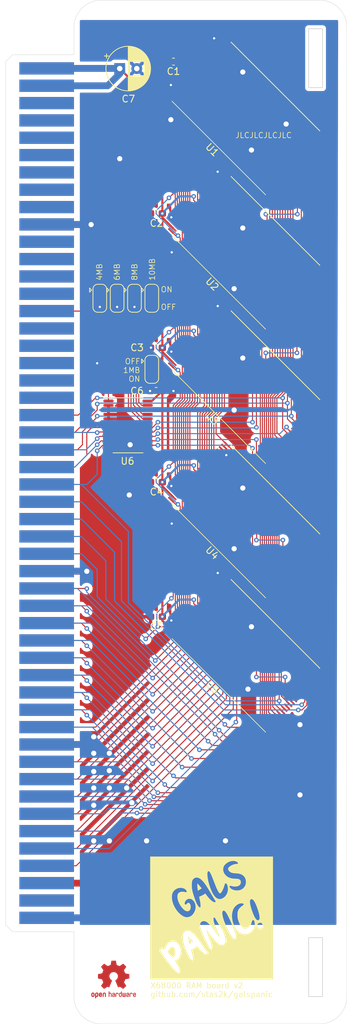
<source format=kicad_pcb>
(kicad_pcb (version 20210925) (generator pcbnew)
  (layers (0 "F.Cu" signal) (31 "B.Cu" signal) (37 "F.SilkS" user "F.Silkscreen") (38 "B.Mask" user) (39 "F.Mask" user) (44 "Edge.Cuts" user))
  (net 0 "")
  (net 1 "GND")
  (net 2 "VCC")
  (net 9 "/~{AS}")
  (net 10 "/~{LDS}")
  (net 11 "/~{UDS}")
  (net 12 "/~{R{slash}}W")
  (net 19 "/MSK")
  (net 51 "/MS10")
  (net 59 "/CEM5")
  (net 63 "/A17")
  (net 64 "/D15")
  (net 65 "/D7")
  (net 66 "/D14")
  (net 67 "/D6")
  (net 68 "/D13")
  (net 69 "/D5")
  (net 70 "/D12")
  (net 71 "/D4")
  (net 72 "/D11")
  (net 73 "/D3")
  (net 74 "/D10")
  (net 75 "/D2")
  (net 76 "/D9")
  (net 77 "/D1")
  (net 78 "/D8")
  (net 79 "/D0")
  (net 80 "/A2")
  (net 81 "/A3")
  (net 82 "/A4")
  (net 83 "/A5")
  (net 84 "/A6")
  (net 85 "/A7")
  (net 86 "/A8")
  (net 87 "/A18")
  (net 88 "/A19")
  (net 89 "/CEM3")
  (net 90 "/MS8")
  (net 91 "/A20")
  (net 92 "/A9")
  (net 93 "/A10")
  (net 94 "/A11")
  (net 95 "/A12")
  (net 96 "/A13")
  (net 97 "/A14")
  (net 98 "/A15")
  (net 99 "/A1")
  (net 100 "/A16")
  (net 101 "/CEM1")
  (net 102 "/CEM2")
  (net 103 "/MS4")
  (net 104 "/A23")
  (net 105 "/A22")
  (net 106 "/A21")
  (net 107 "/MS6")
  (net 108 "/CEM4")
  (net 109 "/~{DTACK}")
  (footprint "Jumper:SolderJumper-3_P1.3mm_Bridged12_RoundedPad1.0x1.5mm" (layer "F.Cu") (at 57.785 82.677 -90)
    (fp_text reference "JP4" hide)
    (fp_text value "SolderJumper_3_Bridged12" hide)
  )
  (footprint "Package_SO:TSOP-I-48_18.4x12mm_P0.5mm" (layer "F.Cu") (at 79.1972 55.9816 135)
    (fp_text reference "U1")
    (fp_text value "CY62167E")
  )
  (footprint "Jumper:SolderJumper-3_P1.3mm_Bridged12_RoundedPad1.0x1.5mm" (layer "F.Cu") (at 60.325 82.677 -90)
    (fp_text reference "JP3" hide)
    (fp_text value "SolderJumper_3_Bridged12" hide)
  )
  (footprint "Package_SO:TSSOP-24_4.4x7.8mm_P0.65mm" (layer "F.Cu") (at 61.9252 101.2952)
    (fp_text reference "U6")
    (fp_text value "ATF22V10C-10XU")
  )
  (footprint "Jumper:SolderJumper-3_P1.3mm_Bridged12_RoundedPad1.0x1.5mm" (layer "F.Cu") (at 65.405 93.091 -90)
    (fp_text reference "JP5" hide)
    (fp_text value "SolderJumper_3_Bridged12" hide)
  )
  (footprint "Capacitor_SMD:C_0603_1608Metric_Pad1.08x0.95mm_HandSolder" (layer "F.Cu") (at 68.58 48.006 180)
    (fp_text reference "C1")
    (fp_text value "0.1uF")
  )
  (footprint "Capacitor_SMD:C_0603_1608Metric_Pad1.08x0.95mm_HandSolder" (layer "F.Cu") (at 66.0908 109.6264 180)
    (fp_text reference "C4")
    (fp_text value "0.1uF")
  )
  (footprint "galspanic:x68000_expansion" (layer "F.Cu") (at 50 173.46)
    (fp_text reference "J1")
    (fp_text value "x68000_expansion")
  )
  (footprint "Capacitor_SMD:C_0603_1608Metric_Pad1.08x0.95mm_HandSolder" (layer "F.Cu") (at 66.0908 89.9414 180)
    (fp_text reference "C3")
    (fp_text value "0.1uF")
  )
  (footprint "Capacitor_THT:CP_Radial_D6.3mm_P2.50mm" (layer "F.Cu") (at 60.706 49.022)
    (fp_text reference "C7")
    (fp_text value "220uF")
  )
  (footprint "Package_SO:TSOP-I-48_18.4x12mm_P0.5mm" (layer "F.Cu") (at 79.1972 115.0366 135)
    (fp_text reference "U4")
    (fp_text value "CY62167E")
  )
  (footprint "Capacitor_SMD:C_0603_1608Metric_Pad1.08x0.95mm_HandSolder" (layer "F.Cu") (at 66.04 96.266 180)
    (fp_text reference "C6")
    (fp_text value "0.1uF")
  )
  (footprint "Package_SO:TSOP-I-48_18.4x12mm_P0.5mm" (layer "F.Cu") (at 79.1972 134.7216 135)
    (fp_text reference "U5")
    (fp_text value "CY62167E")
  )
  (footprint "Capacitor_SMD:C_0603_1608Metric_Pad1.08x0.95mm_HandSolder" (layer "F.Cu") (at 66.0908 70.2564 180)
    (fp_text reference "C2")
    (fp_text value "0.1uF")
  )
  (footprint "Jumper:SolderJumper-3_P1.3mm_Bridged12_RoundedPad1.0x1.5mm" (layer "F.Cu") (at 62.865 82.677 -90)
    (fp_text reference "JP2" hide)
    (fp_text value "SolderJumper_3_Bridged12" hide)
  )
  (footprint "Symbol:OSHW-Logo2_7.3x6mm_Copper" (layer "F.Cu") (at 59.817 182.499)
    (fp_text reference "REF**" hide)
    (fp_text value "OSHW-Logo2_7.3x6mm_Copper" hide)
  )
  (footprint "Package_SO:TSOP-I-48_18.4x12mm_P0.5mm" (layer "F.Cu") (at 79.1972 95.3516 135)
    (fp_text reference "U3")
    (fp_text value "CY62167E")
  )
  (footprint "LOGO" (layer "F.Cu") (at 74.168 173.482)
    (fp_text reference "G***" hide)
    (fp_text value "LOGO" hide)
  )
  (footprint "Capacitor_SMD:C_0603_1608Metric_Pad1.08x0.95mm_HandSolder" (layer "F.Cu") (at 66.0908 129.3368 180)
    (fp_text reference "C5")
    (fp_text value "0.1uF")
  )
  (footprint "Package_SO:TSOP-I-48_18.4x12mm_P0.5mm" (layer "F.Cu") (at 79.1972 75.6666 135)
    (fp_text reference "U2")
    (fp_text value "CY62167E")
  )
  (footprint "Jumper:SolderJumper-3_P1.3mm_Bridged12_RoundedPad1.0x1.5mm" (layer "F.Cu") (at 65.405 82.677 -90)
    (fp_text reference "JP1" hide)
    (fp_text value "SolderJumper_3_Bridged12" hide)
  )
  (gr_line (start 58 189) (end 90 189) (layer "Edge.Cuts") (width 0.05))
  (gr_line (start 44 174.5) (end 44 48) (layer "Edge.Cuts") (width 0.05))
  (gr_line (start 45 175.5) (end 54 175.5) (layer "Edge.Cuts") (width 0.05))
  (gr_line (start 54 43) (end 54 47) (layer "Edge.Cuts") (width 0.05))
  (gr_line (start 58 39) (end 90 39) (layer "Edge.Cuts") (width 0.05))
  (gr_arc (start 90 185) (end 90 189) (angle -90) (layer "Edge.Cuts") (width 0.05))
  (gr_arc (start 58 185) (end 54 185) (angle -90) (layer "Edge.Cuts") (width 0.05))
  (gr_line (start 94 43) (end 94 185) (layer "Edge.Cuts") (width 0.05))
  (gr_arc (start 58 43) (end 58 39) (angle -90) (layer "Edge.Cuts") (width 0.05))
  (gr_arc (start 90 43) (end 94 43) (angle -90) (layer "Edge.Cuts") (width 0.05))
  (gr_rect (start 90.424 43.18) (end 88.392 51.816) (layer "Edge.Cuts") (width 0.1) (fill none))
  (gr_line (start 54 47) (end 45 47) (layer "Edge.Cuts") (width 0.05))
  (gr_line (start 44 48) (end 45 47) (layer "Edge.Cuts") (width 0.05))
  (gr_line (start 54 175.5) (end 54 185) (layer "Edge.Cuts") (width 0.05))
  (gr_rect (start 90.424 176.364) (end 88.392 185) (layer "Edge.Cuts") (width 0.1) (fill none))
  (gr_line (start 45 175.5) (end 44 174.5) (layer "Edge.Cuts") (width 0.05))
  (gr_text "OFF\n1MB\nON" (at 63.754 93.218) (layer "F.SilkS") (effects (font (size 0.8 0.8) (thickness 0.1)) (justify right)))
  (gr_text "JLCJLCJLCJLC" (at 81.788 58.801) (layer "F.SilkS") (effects (font (size 0.8 0.8) (thickness 0.1))))
  (gr_text "4MB\n\n6MB\n\n8MB\n\n10MB" (at 61.595 80.137 90) (layer "F.SilkS") (effects (font (size 0.8 0.8) (thickness 0.1)) (justify left)))
  (gr_text "X68000 RAM board v2\ngithub.com/stas2k/galspanic" (at 65.151 184.023) (layer "F.SilkS") (effects (font (size 0.8 0.8) (thickness 0.1)) (justify left)))
  (gr_text "ON\n\nOFF" (at 66.675 82.677) (layer "F.SilkS") (effects (font (size 0.8 0.8) (thickness 0.1)) (justify left)))
  (segment (start 75.0692 83.82) (end 75.994198 84.744998) (width 0.1524) (layer "F.Cu") (net 1))
  (segment (start 75.217221 44.577) (end 74.555311 44.577) (width 0.1524) (layer "F.Cu") (net 1))
  (segment (start 68.199 51.700914) (end 68.944152 52.446066) (width 0.1524) (layer "F.Cu") (net 1))
  (segment (start 74.803 123.2022) (end 75.0692 122.936) (width 0.1524) (layer "F.Cu") (net 1))
  (segment (start 75.308113 124.822105) (end 74.803 124.316992) (width 0.1524) (layer "F.Cu") (net 1))
  (segment (start 68.271933 110.828847) (end 68.944152 111.501066) (width 0.1524) (layer "F.Cu") (net 1))
  (segment (start 76.327 105.664) (end 76.581 105.41) (width 0.1524) (layer "F.Cu") (net 1))
  (segment (start 75.308113 46.082105) (end 74.438008 45.212) (width 0.1524) (layer "F.Cu") (net 1))
  (segment (start 68.271933 90.5002) (end 68.271933 91.143847) (width 0.1524) (layer "F.Cu") (net 1))
  (segment (start 76.327 105.448886) (end 75.661666 104.783552) (width 0.1524) (layer "F.Cu") (net 1))
  (segment (start 74.93 65.405) (end 74.93 64.261555) (width 0.1524) (layer "F.Cu") (net 1))
  (segment (start 76.581 104.995779) (end 76.015219 104.429998) (width 0.1524) (layer "F.Cu") (net 1))
  (segment (start 75.090221 64.135) (end 76.015219 65.059998) (width 0.1524) (layer "F.Cu") (net 1))
  (segment (start 74.93 64.261555) (end 75.056555 64.135) (width 0.1524) (layer "F.Cu") (net 1))
  (segment (start 76.015219 45.374998) (end 75.661666 45.728552) (width 0.1524) (layer "F.Cu") (net 1))
  (segment (start 75.292105 65.767105) (end 74.93 65.405) (width 0.1524) (layer "F.Cu") (net 1))
  (segment (start 75.994198 84.744998) (end 76.015219 84.744998) (width 0.1524) (layer "F.Cu") (net 1))
  (segment (start 74.803 124.316992) (end 74.803 123.2022) (width 0.1524) (layer "F.Cu") (net 1))
  (segment (start 74.541847 44.590464) (end 74.549 44.577) (width 0.1524) (layer "F.Cu") (net 1))
  (segment (start 68.199 51.435) (end 68.199 51.700914) (width 0.1524) (layer "F.Cu") (net 1))
  (segment (start 76.015219 45.374998) (end 75.217221 44.577) (width 0.1524) (layer "F.Cu") (net 1))
  (segment (start 55.14 173.46) (end 50 173.46) (width 1) (layer "F.Cu") (net 1))
  (segment (start 76.015219 65.059998) (end 75.661666 65.413552) (width 0.1524) (layer "F.Cu") (net 1))
  (segment (start 68.271933 130.513847) (end 68.944152 131.186066) (width 0.1524) (layer "F.Cu") (net 1))
  (segment (start 75.661666 45.689666) (end 74.541847 44.590464) (width 0.1524) (layer "F.Cu") (net 1))
  (segment (start 75.308113 46.082105) (end 75.661666 45.728552) (width 0.1524) (layer "F.Cu") (net 1))
  (segment (start 74.803 84.963) (end 74.819008 84.963) (width 0.1524) (layer "F.Cu") (net 1))
  (segment (start 75.308113 65.767105) (end 75.292105 65.767105) (width 0.1524) (layer "F.Cu") (net 1))
  (segment (start 64.643 163.957) (end 60.22 168.38) (width 1) (layer "F.Cu") (net 1))
  (segment (start 64.643 163.957) (end 55.14 173.46) (width 1) (layer "F.Cu") (net 1))
  (segment (start 55.775 148.06) (end 50 148.06) (width 1) (layer "F.Cu") (net 1))
  (segment (start 76.015219 84.744998) (end 75.661666 85.098552) (width 0.1524) (layer "F.Cu") (net 1))
  (segment (start 60.22 168.38) (end 50 168.38) (width 1) (layer "F.Cu") (net 1))
  (segment (start 76.327 105.664) (end 76.327 105.448886) (width 0.1524) (layer "F.Cu") (net 1))
  (segment (start 76.015219 124.114998) (end 75.661666 124.468552) (width 0.1524) (layer "F.Cu") (net 1))
  (segment (start 75.0692 122.936) (end 75.0692 123.168979) (width 0.1524) (layer "F.Cu") (net 1))
  (segment (start 75.0692 123.168979) (end 76.015219 124.114998) (width 0.1524) (layer "F.Cu") (net 1))
  (segment (start 74.803 84.0862) (end 74.803 84.963) (width 0.1524) (layer "F.Cu") (net 1))
  (segment (start 64.643 162.814) (end 64.643 163.957) (width 1) (layer "F.Cu") (net 1))
  (segment (start 68.271933 71.458847) (end 68.944152 72.131066) (width 0.1524) (layer "F.Cu") (net 1))
  (segment (start 56.896 146.939) (end 55.775 148.06) (width 1) (layer "F.Cu") (net 1))
  (segment (start 75.661666 45.728552) (end 75.661666 45.689666) (width 0.1524) (layer "F.Cu") (net 1))
  (segment (start 76.327 105.664) (end 75.835008 105.664) (width 0.1524) (layer "F.Cu") (net 1))
  (segment (start 75.308113 124.822105) (end 75.661666 124.468552) (width 0.1524) (layer "F.Cu") (net 1))
  (segment (start 75.835008 105.664) (end 75.308113 105.137105) (width 0.1524) (layer "F.Cu") (net 1))
  (segment (start 74.555311 44.577) (end 74.541847 44.590464) (width 0.1524) (layer "F.Cu") (net 1))
  (segment (start 76.581 105.41) (end 76.581 104.995779) (width 0.1524) (layer "F.Cu") (net 1))
  (segment (start 74.422 45.212) (end 74.422 44.710311) (width 0.1524) (layer "F.Cu") (net 1))
  (segment (start 68.271933 70.8152) (end 68.271933 71.458847) (width 0.1524) (layer "F.Cu") (net 1))
  (segment (start 75.0692 83.82) (end 74.803 84.0862) (width 0.1524) (layer "F.Cu") (net 1))
  (segment (start 55.88 122.682) (end 50.022 122.682) (width 1) (layer "F.Cu") (net 1))
  (segment (start 64.643 162.179) (end 64.643 162.814) (width 1) (layer "F.Cu") (net 1))
  (segment (start 75.308113 65.767105) (end 75.661666 65.413552) (width 0.1524) (layer "F.Cu") (net 1))
  (segment (start 68.271933 110.1852) (end 68.271933 110.828847) (width 0.1524) (layer "F.Cu") (net 1))
  (segment (start 75.308113 85.452105) (end 75.661666 85.098552) (width 0.1524) (layer "F.Cu") (net 1))
  (segment (start 50.022 122.682) (end 50 122.66) (width 1) (layer "F.Cu") (net 1))
  (segment (start 68.271933 129.8956) (end 68.271933 130.513847) (width 0.1524) (layer "F.Cu") (net 1))
  (segment (start 74.819008 84.963) (end 75.308113 85.452105) (width 0.1524) (layer "F.Cu") (net 1))
  (segment (start 75.056555 64.135) (end 75.090221 64.135) (width 0.1524) (layer "F.Cu") (net 1))
  (segment (start 74.422 44.710311) (end 74.541847 44.590464) (width 0.1524) (layer "F.Cu") (net 1))
  (segment (start 74.438008 45.212) (end 74.422 45.212) (width 0.1524) (layer "F.Cu") (net 1))
  (segment (start 56.515 71.882) (end 50.022 71.882) (width 1) (layer "F.Cu") (net 1))
  (segment (start 68.271933 91.143847) (end 68.944152 91.816066) (width 0.1524) (layer "F.Cu") (net 1))
  (via (at 62.103 111.506) (size 1.016) (drill 0.762) (layers "F.Cu" "B.Cu") (net 1))
  (via (at 75.056555 64.135) (size 0.6858) (drill 0.3302) (layers "F.Cu" "B.Cu") (net 1))
  (via (at 78.74 110.49) (size 1.016) (drill 0.762) (layers "F.Cu" "B.Cu") (net 1))
  (via (at 74.541847 44.590464) (size 0.6858) (drill 0.3302) (layers "F.Cu" "B.Cu") (net 1))
  (via (at 57.785 83.947) (size 0.6858) (drill 0.3302) (layers "F.Cu" "B.Cu") (net 1))
  (via (at 62.23 104.14) (size 1.016) (drill 0.762) (layers "F.Cu" "B.Cu") (net 1))
  (via (at 77.47 81.28) (size 1.016) (drill 0.762) (layers "F.Cu" "B.Cu") (net 1))
  (via (at 76.327 105.664) (size 0.6858) (drill 0.3302) (layers "F.Cu" "B.Cu") (net 1))
  (via (at 87.122 155.448) (size 1.016) (drill 0.762) (layers "F.Cu" "B.Cu") (net 1))
  (via (at 76.2 162.179) (size 1.016) (drill 0.762) (layers "F.Cu" "B.Cu") (net 1))
  (via (at 68.199 51.435) (size 0.6858) (drill 0.3302) (layers "F.Cu" "B.Cu") (net 1))
  (via (at 68.271933 90.5002) (size 0.6858) (drill 0.3302) (layers "F.Cu" "B.Cu") (net 1))
  (via (at 64.643 162.179) (size 1.016) (drill 0.762) (layers "F.Cu" "B.Cu") (net 1))
  (via (at 62.865 83.947) (size 0.6858) (drill 0.3302) (layers "F.Cu" "B.Cu") (net 1))
  (via (at 80.01 60.96) (size 1.016) (drill 0.762) (layers "F.Cu" "B.Cu") (net 1))
  (via (at 59.182 162.179) (size 1.016) (drill 0.762) (layers "F.Cu" "B.Cu") (net 1))
  (via (at 62.484 156.591) (size 1.016) (drill 0.762) (layers "F.Cu" "B.Cu") (net 1))
  (via (at 77.47 119.38) (size 1.016) (drill 0.762) (layers "F.Cu" "B.Cu") (net 1))
  (via (at 56.896 154.432) (size 1.016) (drill 0.762) (layers "F.Cu" "B.Cu") (net 1))
  (via (at 65.151 96.266) (size 0.6858) (drill 0.3302) (layers "F.Cu" "B.Cu") (net 1))
  (via (at 68.271933 70.8152) (size 0.6858) (drill 0.3302) (layers "F.Cu" "B.Cu") (net 1))
  (via (at 78.74 91.44) (size 1.016) (drill 0.762) (layers "F.Cu" "B.Cu") (net 1))
  (via (at 57.404 92.202) (size 0.6858) (drill 0.3302) (layers "F.Cu" "B.Cu") (net 1))
  (via (at 68.199 56.515) (size 1.016) (drill 0.762) (layers "F.Cu" "B.Cu") (net 1))
  (via (at 87.122 145.161) (size 1.016) (drill 0.762) (layers "F.Cu" "B.Cu") (net 1))
  (via (at 56.515 71.882) (size 1.016) (drill 0.762) (layers "F.Cu" "B.Cu") (net 1))
  (via (at 56.896 146.939) (size 1.016) (drill 0.762) (layers "F.Cu" "B.Cu") (net 1))
  (via (at 68.271933 110.1852) (size 0.6858) (drill 0.3302) (layers "F.Cu" "B.Cu") (net 1))
  (via (at 61.722 154.432) (size 1.016) (drill 0.762) (layers "F.Cu" "B.Cu") (net 1))
  (via (at 55.88 122.682) (size 1.016) (drill 0.762) (layers "F.Cu" "B.Cu") (net 1))
  (via (at 85.09 57.15) (size 1.016) (drill 0.762) (layers "F.Cu" "B.Cu") (net 1))
  (via (at 59.182 149.352) (size 1.016) (drill 0.762) (layers "F.Cu" "B.Cu") (net 1))
  (via (at 60.706 62.23) (size 1.016) (drill 0.762) (layers "F.Cu" "B.Cu") (net 1))
  (via (at 68.271933 129.8956) (size 0.6858) (drill 0.3302) (layers "F.Cu" "B.Cu") (net 1))
  (via (at 75.0692 83.82) (size 0.6858) (drill 0.3302) (layers "F.Cu" "B.Cu") (net 1))
  (via (at 56.896 156.972) (size 1.016) (drill 0.762) (layers "F.Cu" "B.Cu") (net 1))
  (via (at 79.502 139.954) (size 1.016) (drill 0.762) (layers "F.Cu" "B.Cu") (net 1))
  (via (at 78.74 49.53) (size 1.016) (drill 0.762) (layers "F.Cu" "B.Cu") (net 1))
  (via (at 56.896 152.019) (size 1.016) (drill 0.762) (layers "F.Cu" "B.Cu") (net 1))
  (via (at 59.182 154.432) (size 1.016) (drill 0.762) (layers "F.Cu" "B.Cu") (net 1))
  (via (at 68.58 96.266) (size 0.6858) (drill 0.3302) (layers "F.Cu" "B.Cu") (net 1))
  (via (at 80.01 130.81) (size 1.016) (drill 0.762) (layers "F.Cu" "B.Cu") (net 1))
  (via (at 59.182 151.892) (size 1.016) (drill 0.762) (layers "F.Cu" "B.Cu") (net 1))
  (via (at 78.74 72.39) (size 1.016) (drill 0.762) (layers "F.Cu" "B.Cu") (net 1))
  (via (at 75.0692 122.936) (size 0.6858) (drill 0.3302) (layers "F.Cu" "B.Cu") (net 1))
  (via (at 77.47 99.06) (size 1.016) (drill 0.762) (layers "F.Cu" "B.Cu") (net 1))
  (via (at 68.326 115.697) (size 0.6858) (drill 0.3302) (layers "F.Cu" "B.Cu") (net 1))
  (via (at 60.325 83.947) (size 0.6858) (drill 0.3302) (layers "F.Cu" "B.Cu") (net 1))
  (via (at 65.278 89.916) (size 0.6858) (drill 0.3302) (layers "F.Cu" "B.Cu") (net 1))
  (via (at 68.326 75.946) (size 0.6858) (drill 0.3302) (layers "F.Cu" "B.Cu") (net 1))
  (via (at 56.896 149.352) (size 1.016) (drill 0.762) (layers "F.Cu" "B.Cu") (net 1))
  (via (at 56.896 162.179) (size 1.016) (drill 0.762) (layers "F.Cu" "B.Cu") (net 1))
  (segment (start 64.643 163.957) (end 55.14 173.46) (width 1) (layer "B.Cu") (net 1))
  (segment (start 64.643 162.179) (end 64.643 163.957) (width 1) (layer "B.Cu") (net 1))
  (segment (start 55.14 173.46) (end 50 173.46) (width 1) (layer "B.Cu") (net 1))
  (segment (start 55.858 122.66) (end 55.88 122.682) (width 1) (layer "B.Cu") (net 1))
  (segment (start 56.896 146.939) (end 55.775 148.06) (width 1) (layer "B.Cu") (net 1))
  (segment (start 56.493 71.86) (end 56.515 71.882) (width 1) (layer "B.Cu") (net 1))
  (segment (start 50 122.66) (end 55.858 122.66) (width 1) (layer "B.Cu") (net 1))
  (segment (start 55.775 148.06) (end 50 148.06) (width 1) (layer "B.Cu") (net 1))
  (segment (start 50 71.86) (end 56.493 71.86) (width 1) (layer "B.Cu") (net 1))
  (segment (start 72.126132 49.264086) (end 70.868046 48.006) (width 0.3) (layer "F.Cu") (net 2))
  (segment (start 68.541004 111.805025) (end 67.754555 111.018576) (width 0.3) (layer "F.Cu") (net 2))
  (segment (start 66.9533 109.6264) (end 66.9533 110.217321) (width 0.3) (layer "F.Cu") (net 2))
  (segment (start 60.706 49.784) (end 60.706 49.022) (width 1) (layer "F.Cu") (net 2))
  (segment (start 66.9533 70.2564) (end 66.9533 74.3193) (width 0.3) (layer "F.Cu") (net 2))
  (segment (start 66.9533 77.8267) (end 66.9533 79.1453) (width 0.3) (layer "F.Cu") (net 2))
  (segment (start 68.541004 92.120025) (end 67.754555 91.333576) (width 0.3) (layer "F.Cu") (net 2))
  (segment (start 69.4425 48.006) (end 69.4425 48.9215) (width 0.3) (layer "F.Cu") (net 2))
  (segment (start 60.684 49) (end 60.706 49.022) (width 1) (layer "F.Cu") (net 2))
  (segment (start 68.590598 111.863646) (end 68.590598 111.805025) (width 0.1524) (layer "F.Cu") (net 2))
  (segment (start 66.197 81.377) (end 66.9533 80.6207) (width 0.3) (layer "F.Cu") (net 2))
  (segment (start 66.9533 109.6264) (end 66.9533 129.3368) (width 0.3) (layer "F.Cu") (net 2))
  (segment (start 65.278 53.594) (end 66.9533 55.2693) (width 0.3) (layer "F.Cu") (net 2))
  (segment (start 68.590598 111.863646) (end 68.590598 111.855825) (width 0.1524) (layer "F.Cu") (net 2))
  (segment (start 63.246 51.562) (end 65.278 53.594) (width 0.3) (layer "F.Cu") (net 2))
  (segment (start 66.9533 110.217321) (end 67.754555 111.018576) (width 0.3) (layer "F.Cu") (net 2))
  (segment (start 65.278 53.086) (end 65.278 53.594) (width 0.3) (layer "F.Cu") (net 2))
  (segment (start 66.9533 85.4467) (end 66.9533 89.9414) (width 0.3) (layer "F.Cu") (net 2))
  (segment (start 66.9533 91.3373) (end 66.9533 95.1473) (width 0.3) (layer "F.Cu") (net 2))
  (segment (start 71.556822 126.8476) (end 71.556822 127.434776) (width 0.1524) (layer "F.Cu") (net 2))
  (segment (start 66.9533 81.9393) (end 66.9533 82.9553) (width 0.3) (layer "F.Cu") (net 2))
  (segment (start 71.544177 68.338003) (end 72.113487 68.907313) (width 0.1524) (layer "F.Cu") (net 2))
  (segment (start 62.865 81.377) (end 65.405 81.377) (width 0.3) (layer "F.Cu") (net 2))
  (segment (start 66.9025 96.266) (end 65.4483 97.7202) (width 0.3) (layer "F.Cu") (net 2))
  (segment (start 66.9533 70.2564) (end 66.9533 70.847321) (width 0.3) (layer "F.Cu") (net 2))
  (segment (start 66.9533 95.1473) (end 66.9533 109.6264) (width 0.3) (layer "F.Cu") (net 2))
  (segment (start 66.9533 129.927721) (end 66.9787 129.927721) (width 0.3) (layer "F.Cu") (net 2))
  (segment (start 66.9533 55.2693) (end 66.9533 70.2564) (width 0.3) (layer "F.Cu") (net 2))
  (segment (start 66.9533 82.9553) (end 66.9533 84.2253) (width 0.3) (layer "F.Cu") (net 2))
  (segment (start 66.9533 74.3193) (end 66.9533 76.0487) (width 0.3) (layer "F.Cu") (net 2))
  (segment (start 71.556822 87.461227) (end 71.556822 88.048403) (width 0.1524) (layer "F.Cu") (net 2))
  (segment (start 50 51.54) (end 58.95 51.54) (width 1) (layer "F.Cu") (net 2))
  (segment (start 58.95 51.54) (end 60.706 49.784) (width 1) (layer "F.Cu") (net 2))
  (segment (start 68.577953 72.442846) (end 68.577953 72.435025) (width 0.1524) (layer "F.Cu") (net 2))
  (segment (start 67.056 51.308) (end 65.278 53.086) (width 0.3) (layer "F.Cu") (net 2))
  (segment (start 66.9533 76.0487) (end 66.9533 77.8267) (width 0.3) (layer "F.Cu") (net 2))
  (segment (start 71.556822 127.434776) (end 72.126132 128.004086) (width 0.1524) (layer "F.Cu") (net 2))
  (segment (start 65.405 81.377) (end 66.197 81.377) (width 0.3) (layer "F.Cu") (net 2))
  (segment (start 68.590598 92.153246) (end 68.590598 92.145425) (width 0.1524) (layer "F.Cu") (net 2))
  (segment (start 66.9533 89.9414) (end 66.9533 91.3373) (width 0.3) (layer "F.Cu") (net 2))
  (segment (start 68.590598 92.153246) (end 68.590598 92.094625) (width 0.1524) (layer "F.Cu") (net 2))
  (segment (start 70.868046 48.006) (end 69.4425 48.006) (width 0.3) (layer "F.Cu") (net 2))
  (segment (start 66.4996 91.791) (end 66.9533 91.3373) (width 0.3) (layer "F.Cu") (net 2))
  (segment (start 71.556822 107.171627) (end 71.556822 107.758803) (width 0.1524) (layer "F.Cu") (net 2))
  (segment (start 66.9533 90.532321) (end 67.754555 91.333576) (width 0.3) (layer "F.Cu") (net 2))
  (segment (start 71.556822 88.048403) (end 72.126132 88.617713) (width 0.1524) (layer "F.Cu") (net 2))
  (segment (start 66.9533 79.1453) (end 66.9533 80.4153) (width 0.3) (layer "F.Cu") (net 2))
  (segment (start 69.4425 48.9215) (end 67.31 51.054) (width 0.3) (layer "F.Cu") (net 2))
  (segment (start 65.405 91.791) (end 66.4996 91.791) (width 0.3) (layer "F.Cu") (net 2))
  (segment (start 66.9533 80.4153) (end 66.9533 80.6207) (width 0.3) (layer "F.Cu") (net 2))
  (segment (start 66.9533 89.9414) (end 66.9533 90.532321) (width 0.3) (layer "F.Cu") (net 2))
  (segment (start 50 49) (end 60.684 49) (width 1) (layer "F.Cu") (net 2))
  (segment (start 66.9533 129.3368) (end 66.9533 129.927721) (width 0.3) (layer "F.Cu") (net 2))
  (segment (start 68.590598 52.799619) (end 68.547619 52.799619) (width 0.3) (layer "F.Cu") (net 2))
  (segment (start 66.9533 70.847321) (end 67.754555 71.648576) (width 0.3) (layer "F.Cu") (net 2))
  (segment (start 66.9533 80.6207) (end 66.9533 81.9393) (width 0.3) (layer "F.Cu") (net 2))
  (segment (start 60.325 81.377) (end 62.865 81.377) (width 0.3) (layer "F.Cu") (net 2))
  (segment (start 57.785 81.377) (end 60.325 81.377) (width 0.3) (layer "F.Cu") (net 2))
  (segment (start 71.556822 107.758803) (end 72.126132 108.328113) (width 0.1524) (layer "F.Cu") (net 2))
  (segment (start 63.246 51.562) (end 60.706 49.022) (width 0.3) (layer "F.Cu") (net 2))
  (segment (start 66.9787 129.927721) (end 68.590598 131.539619) (width 0.3) (layer "F.Cu") (net 2))
  (segment (start 71.544177 67.750827) (end 71.544177 68.338003) (width 0.1524) (layer "F.Cu") (net 2))
  (segment (start 68.541004 72.435025) (end 67.754555 71.648576) (width 0.3) (layer "F.Cu") (net 2))
  (segment (start 68.547619 52.799619) (end 67.056 51.308) (width 0.3) (layer "F.Cu") (net 2))
  (segment (start 67.31 51.054) (end 67.056 51.308) (width 0.3) (layer "F.Cu") (net 2))
  (segment (start 66.9533 84.2253) (end 66.9533 85.4467) (width 0.3) (layer "F.Cu") (net 2))
  (via (at 71.556822 126.8476) (size 0.6858) (drill 0.3302) (layers "F.Cu" "B.Cu") (net 2))
  (via (at 66.9533 129.3368) (size 0.6858) (drill 0.3302) (layers "F.Cu" "B.Cu") (net 2))
  (via (at 71.556822 87.461227) (size 0.6858) (drill 0.3302) (layers "F.Cu" "B.Cu") (net 2))
  (via (at 71.556822 107.171627) (size 0.6858) (drill 0.3302) (layers "F.Cu" "B.Cu") (net 2))
  (via (at 66.9533 89.9414) (size 0.6858) (drill 0.3302) (layers "F.Cu" "B.Cu") (net 2))
  (via (at 71.544177 67.750827) (size 0.6858) (drill 0.3302) (layers "F.Cu" "B.Cu") (net 2))
  (via (at 66.9533 70.2564) (size 0.6858) (drill 0.3302) (layers "F.Cu" "B.Cu") (net 2))
  (via (at 66.9533 109.6264) (size 0.6858) (drill 0.3302) (layers "F.Cu" "B.Cu") (net 2))
  (segment (start 71.544177 87.435827) (end 69.409173 87.435827) (width 0.3) (layer "B.Cu") (net 2))
  (segment (start 60.684 49) (end 60.706 49.022) (width 1) (layer "B.Cu") (net 2))
  (segment (start 71.544177 126.831227) (end 69.409173 126.831227) (width 0.3) (layer "B.Cu") (net 2))
  (segment (start 71.544177 67.750827) (end 69.409173 67.750827) (width 0.3) (layer "B.Cu") (net 2))
  (segment (start 69.409173 87.435827) (end 66.9533 89.8917) (width 0.3) (layer "B.Cu") (net 2))
  (segment (start 50 51.54) (end 58.95 51.54) (width 1) (layer "B.Cu") (net 2))
  (segment (start 60.706 49.784) (end 60.706 49.022) (width 1) (layer "B.Cu") (net 2))
  (segment (start 71.544177 107.120827) (end 69.409173 107.120827) (width 0.3) (layer "B.Cu") (net 2))
  (segment (start 69.409173 107.120827) (end 66.9533 109.5767) (width 0.3) (layer "B.Cu") (net 2))
  (segment (start 58.95 51.54) (end 60.706 49.784) (width 1) (layer "B.Cu") (net 2))
  (segment (start 69.409173 67.750827) (end 66.9533 70.2067) (width 0.3) (layer "B.Cu") (net 2))
  (segment (start 66.9533 70.2067) (end 66.9533 70.2564) (width 0.3) (layer "B.Cu") (net 2))
  (segment (start 50 49) (end 60.684 49) (width 1) (layer "B.Cu") (net 2))
  (segment (start 69.409173 126.831227) (end 66.9533 129.2871) (width 0.3) (layer "B.Cu") (net 2))
  (segment (start 55.88 105.664) (end 55.88 102.362) (width 0.1524) (layer "F.Cu") (net 9))
  (segment (start 55.88 102.362) (end 56.6218 101.6202) (width 0.1524) (layer "F.Cu") (net 9))
  (segment (start 50 107.42) (end 54.124 107.42) (width 0.1524) (layer "F.Cu") (net 9))
  (segment (start 56.6218 101.6202) (end 59.0627 101.6202) (width 0.1524) (layer "F.Cu") (net 9))
  (segment (start 54.124 107.42) (end 55.88 105.664) (width 0.1524) (layer "F.Cu") (net 9))
  (segment (start 54.505 104.88) (end 50 104.88) (width 0.1524) (layer "F.Cu") (net 10))
  (segment (start 86.975375 140.732008) (end 86.30872 140.065353) (width 0.1524) (layer "F.Cu") (net 10))
  (segment (start 86.975375 121.056035) (end 86.30872 120.38938) (width 0.1524) (layer "F.Cu") (net 10))
  (segment (start 86.296075 80.96858) (end 86.296075 76.346221) (width 0.1524) (layer "F.Cu") (net 10))
  (segment (start 87.68032 114.39542) (end 87.68032 102.07598) (width 0.1524) (layer "F.Cu") (net 10))
  (segment (start 55.245 104.14) (end 54.505 104.88) (width 0.1524) (layer "F.Cu") (net 10))
  (segment (start 57.404 100.076) (end 55.245 102.235) (width 0.1524) (layer "F.Cu") (net 10))
  (segment (start 86.30872 115.767021) (end 87.68032 114.39542) (width 0.1524) (layer "F.Cu") (net 10))
  (segment (start 87.667675 74.97462) (end 87.667675 62.65518) (width 0.1524) (layer "F.Cu") (net 10))
  (segment (start 57.404 99.949) (end 57.404 100.076) (width 0.1524) (layer "F.Cu") (net 10))
  (segment (start 86.975375 101.345635) (end 85.852 100.22226) (width 0.1524) (layer "F.Cu") (net 10))
  (segment (start 85.852 100.22226) (end 85.852 96.51334) (width 0.1524) (layer "F.Cu") (net 10))
  (segment (start 86.96273 81.635235) (end 86.296075 80.96858) (width 0.1524) (layer "F.Cu") (net 10))
  (segment (start 87.68032 134.071393) (end 87.68032 121.751953) (width 0.1524) (layer "F.Cu") (net 10))
  (segment (start 85.852 96.51334) (end 87.68032 94.68502) (width 0.1524) (layer "F.Cu") (net 10))
  (segment (start 87.68032 102.07598) (end 86.975375 101.371035) (width 0.1524) (layer "F.Cu") (net 10))
  (segment (start 86.30872 135.442994) (end 87.68032 134.071393) (width 0.1524) (layer "F.Cu") (net 10))
  (segment (start 87.667675 62.65518) (end 86.96273 61.950235) (width 0.1524) (layer "F.Cu") (net 10))
  (segment (start 86.296075 76.346221) (end 87.667675 74.97462) (width 0.1524) (layer "F.Cu") (net 10))
  (segment (start 86.30872 120.38938) (end 86.30872 115.767021) (width 0.1524) (layer "F.Cu") (net 10))
  (segment (start 87.68032 82.36558) (end 86.975375 81.660635) (width 0.1524) (layer "F.Cu") (net 10))
  (segment (start 87.68032 121.751953) (end 86.975375 121.047008) (width 0.1524) (layer "F.Cu") (net 10))
  (segment (start 55.245 102.235) (end 55.245 104.14) (width 0.1524) (layer "F.Cu") (net 10))
  (segment (start 86.30872 140.065353) (end 86.30872 135.442994) (width 0.1524) (layer "F.Cu") (net 10))
  (segment (start 87.68032 94.68502) (end 87.68032 82.36558) (width 0.1524) (layer "F.Cu") (net 10))
  (via (at 85.852 99.949) (size 0.6858) (drill 0.3302) (layers "F.Cu" "B.Cu") (net 10))
  (via (at 57.404 99.949) (size 0.6858) (drill 0.3302) (layers "F.Cu" "B.Cu") (net 10))
  (segment (start 57.404 99.949) (end 85.852 99.949) (width 0.1524) (layer "B.Cu") (net 10))
  (segment (start 86.640716 62.303788) (end 86.609176 62.303788) (width 0.1524) (layer "F.Cu") (net 11))
  (segment (start 87.3252 114.320167) (end 87.3252 102.396427) (width 0.1524) (layer "F.Cu") (net 11))
  (segment (start 87.3252 102.396427) (end 86.653361 101.724588) (width 0.1524) (layer "F.Cu") (net 11))
  (segment (start 87.3252 94.609767) (end 87.3252 82.717567) (width 0.1524) (layer "F.Cu") (net 11))
  (segment (start 87.3252 122.0724) (end 86.653361 121.400561) (width 0.1524) (layer "F.Cu") (net 11))
  (segment (start 85.281 100.358367) (end 85.281 96.653967) (width 0.1524) (layer "F.Cu") (net 11))
  (segment (start 57.404 98.171) (end 57.404 99.06) (width 0.1524) (layer "F.Cu") (net 11))
  (segment (start 86.621821 121.409588) (end 86.0044 120.792167) (width 0.1524) (layer "F.Cu") (net 11))
  (segment (start 86.609176 81.988788) (end 85.991755 81.371367) (width 0.1524) (layer "F.Cu") (net 11))
  (segment (start 87.3252 133.99614) (end 87.3252 122.0724) (width 0.1524) (layer "F.Cu") (net 11))
  (segment (start 86.0044 120.792167) (end 86.0044 115.640967) (width 0.1524) (layer "F.Cu") (net 11))
  (segment (start 86.653361 121.400561) (end 86.621821 121.400561) (width 0.1524) (layer "F.Cu") (net 11))
  (segment (start 54.124 102.34) (end 50 102.34) (width 0.1524) (layer "F.Cu") (net 11))
  (segment (start 86.0044 135.31694) (end 87.3252 133.99614) (width 0.1524) (layer "F.Cu") (net 11))
  (segment (start 86.0044 115.640967) (end 87.3252 114.320167) (width 0.1524) (layer "F.Cu") (net 11))
  (segment (start 85.281 96.653967) (end 87.3252 94.609767) (width 0.1524) (layer "F.Cu") (net 11))
  (segment (start 87.3252 82.717567) (end 86.621821 82.014188) (width 0.1524) (layer "F.Cu") (net 11))
  (segment (start 87.312555 74.899367) (end 87.312555 62.975627) (width 0.1524) (layer "F.Cu") (net 11))
  (segment (start 87.312555 62.975627) (end 86.640716 62.303788) (width 0.1524) (layer "F.Cu") (net 11))
  (segment (start 57.404 99.06) (end 54.124 102.34) (width 0.1524) (layer "F.Cu") (net 11))
  (segment (start 86.621821 141.085561) (end 86.0044 140.46814) (width 0.1524) (layer "F.Cu") (net 11))
  (segment (start 85.991755 81.371367) (end 85.991755 76.220167) (width 0.1524) (layer "F.Cu") (net 11))
  (segment (start 85.991755 76.220167) (end 87.312555 74.899367) (width 0.1524) (layer "F.Cu") (net 11))
  (segment (start 86.0044 140.46814) (end 86.0044 135.31694) (width 0.1524) (layer "F.Cu") (net 11))
  (segment (start 86.653361 101.724588) (end 86.621821 101.724588) (width 0.1524) (layer "F.Cu") (net 11))
  (segment (start 86.621821 101.699188) (end 85.281 100.358367) (width 0.1524) (layer "F.Cu") (net 11))
  (via (at 57.404 98.171) (size 0.6858) (drill 0.3302) (layers "F.Cu" "B.Cu") (net 11))
  (via (at 85.281 98.044) (size 0.6858) (drill 0.3302) (layers "F.Cu" "B.Cu") (net 11))
  (segment (start 57.404 98.171) (end 57.531 98.044) (width 0.1524) (layer "B.Cu") (net 11))
  (segment (start 57.531 98.044) (end 85.281 98.044) (width 0.1524) (layer "B.Cu") (net 11))
  (segment (start 84.04428 117.170713) (end 86.106 115.108993) (width 0.1524) (layer "F.Cu") (net 12))
  (segment (start 84.582 101.780687) (end 84.582 96.922593) (width 0.1524) (layer "F.Cu") (net 12))
  (segment (start 86.106 103.330087) (end 85.561161 102.785248) (width 0.1524) (layer "F.Cu") (net 12))
  (segment (start 85.548516 83.049448) (end 84.031635 81.532567) (width 0.1524) (layer "F.Cu") (net 12))
  (segment (start 54.632 99.8) (end 50 99.8) (width 0.1524) (layer "F.Cu") (net 12))
  (segment (start 86.106 123.00606) (end 85.561161 122.461221) (width 0.1524) (layer "F.Cu") (net 12))
  (segment (start 85.561161 102.759848) (end 84.582 101.780687) (width 0.1524) (layer "F.Cu") (net 12))
  (segment (start 86.093355 75.688193) (end 86.093355 63.909287) (width 0.1524) (layer "F.Cu") (net 12))
  (segment (start 84.04428 120.953367) (end 84.04428 117.170713) (width 0.1524) (layer "F.Cu") (net 12))
  (segment (start 86.106 134.784966) (end 86.106 123.00606) (width 0.1524) (layer "F.Cu") (net 12))
  (segment (start 84.37832 136.512646) (end 86.106 134.784966) (width 0.1524) (layer "F.Cu") (net 12))
  (segment (start 86.106 115.108993) (end 86.106 103.330087) (width 0.1524) (layer "F.Cu") (net 12))
  (segment (start 57.15 97.282) (end 54.632 99.8) (width 0.1524) (layer "F.Cu") (net 12))
  (segment (start 57.404 97.282) (end 57.15 97.282) (width 0.1524) (layer "F.Cu") (net 12))
  (segment (start 84.031635 81.532567) (end 84.031635 77.749913) (width 0.1524) (layer "F.Cu") (net 12))
  (segment (start 85.561161 142.146221) (end 84.37832 140.96338) (width 0.1524) (layer "F.Cu") (net 12))
  (segment (start 86.106 95.398593) (end 86.106 83.619687) (width 0.1524) (layer "F.Cu") (net 12))
  (segment (start 85.561161 122.470248) (end 84.04428 120.953367) (width 0.1524) (layer "F.Cu") (net 12))
  (segment (start 86.093355 63.909287) (end 85.548516 63.364448) (width 0.1524) (layer "F.Cu") (net 12))
  (segment (start 86.106 83.619687) (end 85.561161 83.074848) (width 0.1524) (layer "F.Cu") (net 12))
  (segment (start 84.031635 77.749913) (end 86.093355 75.688193) (width 0.1524) (layer "F.Cu") (net 12))
  (segment (start 84.37832 140.96338) (end 84.37832 136.512646) (width 0.1524) (layer "F.Cu") (net 12))
  (segment (start 84.582 96.922593) (end 86.106 95.398593) (width 0.1524) (layer "F.Cu") (net 12))
  (via (at 57.404 97.282) (size 0.6858) (drill 0.3302) (layers "F.Cu" "B.Cu") (net 12))
  (via (at 84.590867 97.290867) (size 0.6858) (drill 0.3302) (layers "F.Cu" "B.Cu") (net 12))
  (segment (start 84.582 97.282) (end 84.590867 97.290867) (width 0.1524) (layer "B.Cu") (net 12))
  (segment (start 57.404 97.282) (end 84.582 97.282) (width 0.1524) (layer "B.Cu") (net 12))
  (segment (start 64.262 93.091) (end 63.5 93.853) (width 0.1524) (layer "F.Cu") (net 19))
  (segment (start 63.5 97.917) (end 63.9532 98.3702) (width 0.1524) (layer "F.Cu") (net 19))
  (segment (start 63.9532 98.3702) (end 64.7877 98.3702) (width 0.1524) (layer "F.Cu") (net 19))
  (segment (start 63.5 93.853) (end 63.5 97.917) (width 0.1524) (layer "F.Cu") (net 19))
  (segment (start 65.405 93.091) (end 64.262 93.091) (width 0.1524) (layer "F.Cu") (net 19))
  (segment (start 64.389 82.804) (end 64.389 84.963) (width 0.1524) (layer "F.Cu") (net 51))
  (segment (start 64.045826 99.0202) (end 64.7877 99.0202) (width 0.1524) (layer "F.Cu") (net 51))
  (segment (start 64.389 84.963) (end 63.119 86.233) (width 0.1524) (layer "F.Cu") (net 51))
  (segment (start 65.405 82.677) (end 64.516 82.677) (width 0.1524) (layer "F.Cu") (net 51))
  (segment (start 63.119 98.093374) (end 64.045826 99.0202) (width 0.1524) (layer "F.Cu") (net 51))
  (segment (start 66.06718 82.677) (end 65.405 82.677) (width 0.1524) (layer "F.Cu") (net 51))
  (segment (start 64.516 82.677) (end 64.389 82.804) (width 0.1524) (layer "F.Cu") (net 51))
  (segment (start 63.119 86.233) (end 63.119 98.093374) (width 0.1524) (layer "F.Cu") (net 51))
  (segment (start 84.94932 140.827274) (end 85.914714 141.792668) (width 0.1524) (layer "F.Cu") (net 59))
  (segment (start 82.296 128.524) (end 82.296 134.291226) (width 0.1524) (layer "F.Cu") (net 59))
  (segment (start 80.1634 105.739774) (end 81.915946 107.49232) (width 0.1524) (layer "F.Cu") (net 59))
  (segment (start 81.915946 114.50368) (end 81.064813 115.354813) (width 0.1524) (layer "F.Cu") (net 59))
  (segment (start 82.296 127) (end 82.296 128.524) (width 0.1524) (layer "F.Cu") (net 59))
  (segment (start 81.064813 115.354813) (end 80.163389 116.256237) (width 0.1524) (layer "F.Cu") (net 59))
  (segment (start 80.163389 124.867389) (end 81.28 125.984) (width 0.1524) (layer "F.Cu") (net 59))
  (segment (start 80.1634 104.648) (end 80.1634 105.739774) (width 0.1524) (layer "F.Cu") (net 59))
  (segment (start 81.242613 135.344613) (end 80.7344 135.852826) (width 0.1524) (layer "F.Cu") (net 59))
  (segment (start 84.94932 138.176) (end 84.94932 140.827274) (width 0.1524) (layer "F.Cu") (net 59))
  (segment (start 81.915946 107.49232) (end 81.915946 114.50368) (width 0.1524) (layer "F.Cu") (net 59))
  (segment (start 64.7877 104.2202) (end 66.289503 104.2202) (width 0.1524) (layer "F.Cu") (net 59))
  (segment (start 80.163389 116.256237) (end 80.163389 118.346522) (width 0.1524) (layer "F.Cu") (net 59))
  (segment (start 82.296 134.291226) (end 81.242613 135.344613) (width 0.1524) (layer "F.Cu") (net 59))
  (segment (start 80.163389 118.346522) (end 80.163389 124.867389) (width 0.1524) (layer "F.Cu") (net 59))
  (segment (start 80.7344 135.852826) (end 80.7344 138.176) (width 0.1524) (layer "F.Cu") (net 59))
  (segment (start 66.289503 104.2202) (end 66.294 104.215703) (width 0.1524) (layer "F.Cu") (net 59))
  (segment (start 81.28 125.984) (end 82.296 127) (width 0.1524) (layer "F.Cu") (net 59))
  (via (at 84.94932 138.176) (size 0.6858) (drill 0.3302) (layers "F.Cu" "B.Cu") (net 59))
  (via (at 80.7344 138.176) (size 0.6858) (drill 0.3302) (layers "F.Cu" "B.Cu") (net 59))
  (via (at 66.294 104.215703) (size 0.6858) (drill 0.3302) (layers "F.Cu" "B.Cu") (net 59))
  (via (at 80.1634 104.648) (size 0.6858) (drill 0.3302) (layers "F.Cu" "B.Cu") (net 59))
  (segment (start 80.7344 138.176) (end 84.94932 138.176) (width 0.1524) (layer "B.Cu") (net 59))
  (segment (start 79.731103 104.215703) (end 80.1634 104.648) (width 0.1524) (layer "B.Cu") (net 59))
  (segment (start 66.294 104.215703) (end 79.731103 104.215703) (width 0.1524) (layer "B.Cu") (net 59))
  (segment (start 68.551252 126.37772) (end 68.284572 126.6444) (width 0.1524) (layer "F.Cu") (net 63))
  (segment (start 67.153872 130.81) (end 68.237045 131.893173) (width 0.1524) (layer "F.Cu") (net 63))
  (segment (start 69.2912 112.8776) (end 69.57156 113.15796) (width 0.1524) (layer "F.Cu") (net 63))
  (segment (start 66.294 130.81) (end 67.153872 130.81) (width 0.1524) (layer "F.Cu") (net 63))
  (segment (start 68.906472 93.1926) (end 68.237045 92.523173) (width 0.1524) (layer "F.Cu") (net 63))
  (segment (start 69.57156 74.156315) (end 69.57156 73.83876) (width 0.1524) (layer "F.Cu") (net 63))
  (segment (start 68.538607 67.351393) (end 68.538607 66.611175) (width 0.1524) (layer "F.Cu") (net 63))
  (segment (start 69.57156 77.641875) (end 68.551252 78.662183) (width 0.1524) (layer "F.Cu") (net 63))
  (segment (start 68.2244 53.1114) (end 69.558915 54.445915) (width 0.1524) (layer "F.Cu") (net 63))
  (segment (start 69.2404 112.8776) (end 69.2912 112.8776) (width 0.1524) (layer "F.Cu") (net 63))
  (segment (start 69.558915 54.445915) (end 69.558915 57.931475) (width 0.1524) (layer "F.Cu") (net 63))
  (segment (start 68.551252 87.023748) (end 67.9196 87.6554) (width 0.1524) (layer "F.Cu") (net 63))
  (segment (start 69.57156 74.156315) (end 69.57156 77.641875) (width 0.1524) (layer "F.Cu") (net 63))
  (segment (start 69.2404 93.1926) (end 69.57156 93.52376) (width 0.1524) (layer "F.Cu") (net 63))
  (segment (start 68.551252 106.708748) (end 67.9196 107.3404) (width 0.1524) (layer "F.Cu") (net 63))
  (segment (start 68.551252 98.372583) (end 68.551252 106.708748) (width 0.1524) (layer "F.Cu") (net 63))
  (segment (start 69.2404 73.5076) (end 68.906472 73.5076) (width 0.1524) (layer "F.Cu") (net 63))
  (segment (start 68.551252 78.662183) (end 68.551252 86.321575) (width 0.1524) (layer "F.Cu") (net 63))
  (segment (start 69.57156 117.028248) (end 68.551252 118.048556) (width 0.1524) (layer "F.Cu") (net 63))
  (segment (start 69.57156 93.52376) (end 69.57156 97.352275) (width 0.1524) (layer "F.Cu") (net 63))
  (segment (start 68.551252 86.321575) (end 68.551252 87.023748) (width 0.1524) (layer "F.Cu") (net 63))
  (segment (start 69.57156 73.83876) (end 69.2404 73.5076) (width 0.1524) (layer "F.Cu") (net 63))
  (segment (start 69.57156 113.15796) (end 69.57156 117.028248) (width 0.1524) (layer "F.Cu") (net 63))
  (segment (start 68.906472 112.8776) (end 68.237045 112.208173) (width 0.1524) (layer "F.Cu") (net 63))
  (segment (start 66.294 130.81) (end 64.516 132.588) (width 0.1524) (layer "F.Cu") (net 63))
  (segment (start 69.57156 97.352275) (end 68.551252 98.372583) (width 0.1524) (layer "F.Cu") (net 63))
  (segment (start 68.551252 126.2888) (end 68.551252 126.37772) (width 0.1524) (layer "F.Cu") (net 63))
  (segment (start 68.538607 58.951783) (end 68.538607 66.611175) (width 0.1524) (layer "F.Cu") (net 63))
  (segment (start 67.9196 67.9704) (end 68.538607 67.351393) (width 0.1524) (layer "F.Cu") (net 63))
  (segment (start 68.551252 126.2888) (end 68.551252 118.048556) (width 0.1524) (layer "F.Cu") (net 63))
  (segment (start 69.558915 57.931475) (end 68.538607 58.951783) (width 0.1524) (layer "F.Cu") (net 63))
  (segment (start 68.906472 73.5076) (end 68.237045 72.838173) (width 0.1524) (layer "F.Cu") (net 63))
  (via (at 69.2404 73.5076) (size 0.6858) (drill 0.3302) (layers "F.Cu" "B.Cu") (net 63))
  (via (at 67.9196 67.9704) (size 0.6858) (drill 0.3302) (layers "F.Cu" "B.Cu") (net 63))
  (via (at 64.516 132.588) (size 0.6858) (drill 0.3302) (layers "F.Cu" "B.Cu") (net 63))
  (via (at 68.284572 126.6444) (size 0.6858) (drill 0.3302) (layers "F.Cu" "B.Cu") (net 63))
  (via (at 67.9196 87.6554) (size 0.6858) (drill 0.3302) (layers "F.Cu" "B.Cu") (net 63))
  (via (at 69.2404 93.1926) (size 0.6858) (drill 0.3302) (layers "F.Cu" "B.Cu") (net 63))
  (via (at 69.2404 112.8776) (size 0.6858) (drill 0.3302) (layers "F.Cu" "B.Cu") (net 63))
  (via (at 67.9196 107.3404) (size 0.6858) (drill 0.3302) (layers "F.Cu" "B.Cu") (net 63))
  (via (at 66.294 130.81) (size 0.6858) (drill 0.3302) (layers "F.Cu" "B.Cu") (net 63))
  (segment (start 67.9196 87.6554) (end 66.04 89.535) (width 0.1524) (layer "B.Cu") (net 63))
  (segment (start 66.04 109.6772) (end 69.2404 112.8776) (width 0.1524) (layer "B.Cu") (net 63))
  (segment (start 66.04 89.9922) (end 69.2404 93.1926) (width 0.1524) (layer "B.Cu") (net 63))
  (segment (start 67.9196 67.9704) (end 66.04 69.85) (width 0.1524) (layer "B.Cu") (net 63))
  (segment (start 58.674 126.746) (end 58.674 121.158) (width 0.1524) (layer "B.Cu") (net 63))
  (segment (start 66.04 70.3072) (end 69.2404 73.5076) (width 0.1524) (layer "B.Cu") (net 63))
  (segment (start 66.04 109.22) (end 66.04 109.6772) (width 0.1524) (layer "B.Cu") (net 63))
  (segment (start 66.294 130.81) (end 66.1416 130.6576) (width 0.1524) (layer "B.Cu") (net 63))
  (segment (start 66.1416 128.787372) (end 68.284572 126.6444) (width 0.1524) (layer "B.Cu") (net 63))
  (segment (start 66.04 89.535) (end 66.04 89.9922) (width 0.1524) (layer "B.Cu") (net 63))
  (segment (start 64.516 132.588) (end 58.674 126.746) (width 0.1524) (layer "B.Cu") (net 63))
  (segment (start 58.674 121.158) (end 55.096 117.58) (width 0.1524) (layer "B.Cu") (net 63))
  (segment (start 67.9196 107.3404) (end 66.04 109.22) (width 0.1524) (layer "B.Cu") (net 63))
  (segment (start 66.04 69.85) (end 66.04 70.3072) (width 0.1524) (layer "B.Cu") (net 63))
  (segment (start 55.096 117.58) (end 50 117.58) (width 0.1524) (layer "B.Cu") (net 63))
  (segment (start 66.1416 130.6576) (end 66.1416 128.787372) (width 0.1524) (layer "B.Cu") (net 63))
  (segment (start 69.297705 111.15654) (end 68.855572 110.714407) (width 0.1524) (layer "F.Cu") (net 64))
  (segment (start 68.855571 118.174611) (end 69.87588 117.154302) (width 0.1524) (layer "F.Cu") (net 64))
  (segment (start 68.842927 69.633203) (end 68.842926 59.077838) (width 0.1524) (layer "F.Cu") (net 64))
  (segment (start 69.297705 130.832513) (end 68.855572 130.39038) (width 0.1524) (layer "F.Cu") (net 64))
  (segment (start 68.855578 91.004007) (end 68.855578 89.343609) (width 0.1524) (layer "F.Cu") (net 64))
  (segment (start 69.863235 58.057529) (end 69.863235 58.022147) (width 0.1524) (layer "F.Cu") (net 64))
  (segment (start 55.858 125.2) (end 55.88 125.222) (width 0.1524) (layer "F.Cu") (net 64))
  (segment (start 68.855572 128.729976) (end 68.855571 118.174611) (width 0.1524) (layer "F.Cu") (net 64))
  (segment (start 69.85 131.384808) (end 69.297705 130.832513) (width 0.1524) (layer "F.Cu") (net 64))
  (segment (start 68.855578 130.39038) (end 68.855578 128.729982) (width 0.1524) (layer "F.Cu") (net 64))
  (segment (start 68.855571 98.498638) (end 69.87588 97.478329) (width 0.1524) (layer "F.Cu") (net 64))
  (segment (start 69.87588 117.154302) (end 69.87588 117.11892) (width 0.1524) (layer "F.Cu") (net 64))
  (segment (start 69.87588 111.725688) (end 69.297705 111.147513) (width 0.1524) (layer "F.Cu") (net 64))
  (segment (start 69.87588 72.339315) (end 69.297705 71.76114) (width 0.1524) (layer "F.Cu") (net 64))
  (segment (start 68.855572 109.054003) (end 68.855571 98.498638) (width 0.1524) (layer "F.Cu") (net 64))
  (segment (start 68.842933 69.633209) (end 68.842927 69.633203) (width 0.1524) (layer "F.Cu") (net 64))
  (segment (start 69.87588 97.442947) (end 69.87588 92.049715) (width 0.1524) (layer "F.Cu") (net 64))
  (segment (start 69.87588 97.478329) (end 69.87588 97.442947) (width 0.1524) (layer "F.Cu") (net 64))
  (segment (start 68.842926 59.077838) (end 69.863235 58.057529) (width 0.1524) (layer "F.Cu") (net 64))
  (segment (start 68.855578 109.054009) (end 68.855572 109.054003) (width 0.1524) (layer "F.Cu") (net 64))
  (segment (start 69.87588 77.732547) (end 69.87588 72.339315) (width 0.1524) (layer "F.Cu") (net 64))
  (segment (start 69.297705 91.44614) (end 68.855572 91.004007) (width 0.1524) (layer "F.Cu") (net 64))
  (segment (start 55.604 125.2) (end 50 125.2) (width 0.1524) (layer "F.Cu") (net 64))
  (segment (start 65.913 135.763) (end 69.85 131.826) (width 0.1524) (layer "F.Cu") (net 64))
  (segment (start 68.855571 78.788238) (end 69.87588 77.767929) (width 0.1524) (layer "F.Cu") (net 64))
  (segment (start 68.855578 89.343609) (end 68.855572 89.343603) (width 0.1524) (layer "F.Cu") (net 64))
  (segment (start 68.842933 71.293607) (end 68.842933 69.633209) (width 0.1524) (layer "F.Cu") (net 64))
  (segment (start 69.28506 71.73574) (end 68.842927 71.293607) (width 0.1524) (layer "F.Cu") (net 64))
  (segment (start 69.87588 92.049715) (end 69.297705 91.47154) (width 0.1524) (layer "F.Cu") (net 64))
  (segment (start 55.604 125.2) (end 55.858 125.2) (width 0.1524) (layer "F.Cu") (net 64))
  (segment (start 69.87588 117.11892) (end 69.87588 111.725688) (width 0.1524) (layer "F.Cu") (net 64))
  (segment (start 68.855578 128.729982) (end 68.855572 128.729976) (width 0.1524) (layer "F.Cu") (net 64))
  (segment (start 69.863235 52.628915) (end 69.28506 52.05074) (width 0.1524) (layer "F.Cu") (net 64))
  (segment (start 69.85 131.826) (end 69.85 131.384808) (width 0.1524) (layer "F.Cu") (net 64))
  (segment (start 68.855572 89.343603) (end 68.855571 78.788238) (width 0.1524) (layer "F.Cu") (net 64))
  (segment (start 68.855578 110.714407) (end 68.855578 109.054009) (width 0.1524) (layer "F.Cu") (net 64))
  (segment (start 69.863235 58.022147) (end 69.863235 52.628915) (width 0.1524) (layer "F.Cu") (net 64))
  (segment (start 69.87588 77.767929) (end 69.87588 77.732547) (width 0.1524) (layer "F.Cu") (net 64))
  (via (at 55.88 125.222) (size 0.6858) (drill 0.3302) (layers "F.Cu" "B.Cu") (net 64))
  (via (at 65.913 135.763) (size 0.6858) (drill 0.3302) (layers "F.Cu" "B.Cu") (net 64))
  (segment (start 65.913 135.763) (end 55.88 125.73) (width 0.1524) (layer "B.Cu") (net 64))
  (segment (start 55.88 125.73) (end 55.88 125.222) (width 0.1524) (layer "B.Cu") (net 64))
  (segment (start 70.24593 77.828253) (end 70.24593 77.743497) (width 0.1524) (layer "F.Cu") (net 65))
  (segment (start 70.24593 111.388631) (end 69.651258 110.793959) (width 0.1524) (layer "F.Cu") (net 65))
  (segment (start 69.159892 108.92795) (end 69.159891 98.624692) (width 0.1524) (layer "F.Cu") (net 65))
  (segment (start 69.638613 71.382186) (end 69.147247 70.89082) (width 0.1524) (layer "F.Cu") (net 65))
  (segment (start 70.231 132.461) (end 70.231 131.058701) (width 0.1524) (layer "F.Cu") (net 65))
  (segment (start 69.651258 110.802986) (end 69.159892 110.31162) (width 0.1524) (layer "F.Cu") (net 65))
  (segment (start 70.233285 58.117853) (end 69.147246 59.203892) (width 0.1524) (layer "F.Cu") (net 65))
  (segment (start 70.24593 117.214626) (end 70.24593 117.12987) (width 0.1524) (layer "F.Cu") (net 65))
  (segment (start 70.24593 117.12987) (end 70.24593 111.388631) (width 0.1524) (layer "F.Cu") (net 65))
  (segment (start 70.24593 91.712658) (end 69.651258 91.117986) (width 0.1524) (layer "F.Cu") (net 65))
  (segment (start 69.159891 78.914292) (end 70.24593 77.828253) (width 0.1524) (layer "F.Cu") (net 65))
  (segment (start 69.159897 128.603928) (end 69.159892 128.603923) (width 0.1524) (layer "F.Cu") (net 65))
  (segment (start 70.24593 77.743497) (end 70.24593 72.002258) (width 0.1524) (layer "F.Cu") (net 65))
  (segment (start 69.147252 69.507155) (end 69.147252 70.89082) (width 0.1524) (layer "F.Cu") (net 65))
  (segment (start 69.651258 91.092586) (end 69.159892 90.60122) (width 0.1524) (layer "F.Cu") (net 65))
  (segment (start 70.24593 97.453897) (end 70.24593 91.712658) (width 0.1524) (layer "F.Cu") (net 65))
  (segment (start 70.233285 52.291858) (end 70.233285 58.117853) (width 0.1524) (layer "F.Cu") (net 65))
  (segment (start 69.159897 90.60122) (end 69.159897 89.217555) (width 0.1524) (layer "F.Cu") (net 65))
  (segment (start 69.159897 108.927955) (end 69.159892 108.92795) (width 0.1524) (layer "F.Cu") (net 65))
  (segment (start 69.147246 59.203892) (end 69.147247 69.50715) (width 0.1524) (layer "F.Cu") (net 65))
  (segment (start 69.159897 110.31162) (end 69.159897 108.927955) (width 0.1524) (layer "F.Cu") (net 65))
  (segment (start 70.231 131.058701) (end 69.651258 130.478959) (width 0.1524) (layer "F.Cu") (net 65))
  (segment (start 69.638613 51.697186) (end 70.233285 52.291858) (width 0.1524) (layer "F.Cu") (net 65))
  (segment (start 69.159891 98.624692) (end 70.24593 97.538653) (width 0.1524) (layer "F.Cu") (net 65))
  (segment (start 69.651258 130.478959) (end 69.159892 129.987593) (width 0.1524) (layer "F.Cu") (net 65))
  (segment (start 70.24593 72.002258) (end 69.651258 71.407586) (width 0.1524) (layer "F.Cu") (net 65))
  (segment (start 69.159892 128.603923) (end 69.159891 118.300665) (width 0.1524) (layer "F.Cu") (net 65))
  (segment (start 69.159897 89.217555) (end 69.159892 89.21755) (width 0.1524) (layer "F.Cu") (net 65))
  (segment (start 70.24593 97.538653) (end 70.24593 97.453897) (width 0.1524) (layer "F.Cu") (net 65))
  (segment (start 69.159892 89.21755) (end 69.159891 78.914292) (width 0.1524) (layer "F.Cu") (net 65))
  (segment (start 57.172 145.52) (end 70.231 132.461) (width 0.1524) (layer "F.Cu") (net 65))
  (segment (start 69.147247 69.50715) (end 69.147252 69.507155) (width 0.1524) (layer "F.Cu") (net 65))
  (segment (start 69.159891 118.300665) (end 70.24593 117.214626) (width 0.1524) (layer "F.Cu") (net 65))
  (segment (start 69.159897 129.987593) (end 69.159897 128.603928) (width 0.1524) (layer "F.Cu") (net 65))
  (segment (start 50 145.52) (end 57.172 145.52) (width 0.1524) (layer "F.Cu") (net 65))
  (segment (start 69.451567 69.381097) (end 69.451566 59.329946) (width 0.1524) (layer "F.Cu") (net 66))
  (segment (start 70.004812 130.125406) (end 69.464211 129.584805) (width 0.1524) (layer "F.Cu") (net 66))
  (segment (start 70.739 133.1214) (end 70.739 130.859594) (width 0.1524) (layer "F.Cu") (net 66))
  (segment (start 55.096 127.74) (end 50 127.74) (width 0.1524) (layer "F.Cu") (net 66))
  (segment (start 70.60333 51.954796) (end 69.992167 51.343633) (width 0.1524) (layer "F.Cu") (net 66))
  (segment (start 69.451571 69.381101) (end 69.451567 69.381097) (width 0.1524) (layer "F.Cu") (net 66))
  (segment (start 70.60333 58.159155) (end 70.60333 51.954796) (width 0.1524) (layer "F.Cu") (net 66))
  (segment (start 65.532 138.3284) (end 70.739 133.1214) (width 0.1524) (layer "F.Cu") (net 66))
  (segment (start 70.615975 111.051569) (end 70.004812 110.440406) (width 0.1524) (layer "F.Cu") (net 66))
  (segment (start 55.88 128.524) (end 55.096 127.74) (width 0.1524) (layer "F.Cu") (net 66))
  (segment (start 69.464216 108.801901) (end 69.464212 108.801897) (width 0.1524) (layer "F.Cu") (net 66))
  (segment (start 69.451571 70.488032) (end 69.451571 69.381101) (width 0.1524) (layer "F.Cu") (net 66))
  (segment (start 69.992167 71.028633) (end 69.451566 70.488032) (width 0.1524) (layer "F.Cu") (net 66))
  (segment (start 70.615975 97.598982) (end 70.615975 97.579955) (width 0.1524) (layer "F.Cu") (net 66))
  (segment (start 70.739 130.859594) (end 70.004812 130.125406) (width 0.1524) (layer "F.Cu") (net 66))
  (segment (start 69.464216 90.198432) (end 69.464216 89.091501) (width 0.1524) (layer "F.Cu") (net 66))
  (segment (start 69.464216 89.091501) (end 69.464212 89.091497) (width 0.1524) (layer "F.Cu") (net 66))
  (segment (start 69.464216 128.477874) (end 69.464212 128.47787) (width 0.1524) (layer "F.Cu") (net 66))
  (segment (start 70.615975 117.274955) (end 70.615975 117.255928) (width 0.1524) (layer "F.Cu") (net 66))
  (segment (start 69.464212 89.091497) (end 69.464211 79.040346) (width 0.1524) (layer "F.Cu") (net 66))
  (segment (start 69.464212 108.801897) (end 69.464211 98.750746) (width 0.1524) (layer "F.Cu") (net 66))
  (segment (start 70.004812 90.739033) (end 69.464211 90.198432) (width 0.1524) (layer "F.Cu") (net 66))
  (segment (start 69.464211 98.750746) (end 70.615975 97.598982) (width 0.1524) (layer "F.Cu") (net 66))
  (segment (start 69.464211 118.426719) (end 70.615975 117.274955) (width 0.1524) (layer "F.Cu") (net 66))
  (segment (start 70.615975 97.579955) (end 70.615975 91.375596) (width 0.1524) (layer "F.Cu") (net 66))
  (segment (start 70.615975 91.375596) (end 70.004812 90.764433) (width 0.1524) (layer "F.Cu") (net 66))
  (segment (start 69.464216 129.584805) (end 69.464216 128.477874) (width 0.1524) (layer "F.Cu") (net 66))
  (segment (start 70.615975 77.869555) (end 70.615975 71.665196) (width 0.1524) (layer "F.Cu") (net 66))
  (segment (start 69.464212 128.47787) (end 69.464211 118.426719) (width 0.1524) (layer "F.Cu") (net 66))
  (segment (start 70.615975 117.255928) (end 70.615975 111.051569) (width 0.1524) (layer "F.Cu") (net 66))
  (segment (start 69.464211 79.040346) (end 70.615975 77.888582) (width 0.1524) (layer "F.Cu") (net 66))
  (segment (start 69.464216 109.908832) (end 69.464216 108.801901) (width 0.1524) (layer "F.Cu") (net 66))
  (segment (start 69.451566 59.329946) (end 70.60333 58.178182) (width 0.1524) (layer "F.Cu") (net 66))
  (segment (start 70.615975 71.665196) (end 70.004812 71.054033) (width 0.1524) (layer "F.Cu") (net 66))
  (segment (start 70.004812 110.449433) (end 69.464211 109.908832) (width 0.1524) (layer "F.Cu") (net 66))
  (via (at 65.532 138.3284) (size 0.6858) (drill 0.3302) (layers "F.Cu" "B.Cu") (net 66))
  (via (at 55.88 128.524) (size 0.6858) (drill 0.3302) (layers "F.Cu" "B.Cu") (net 66))
  (segment (start 55.88 128.6764) (end 55.88 128.524) (width 0.1524) (layer "B.Cu") (net 66))
  (segment (start 65.532 138.3284) (end 55.88 128.6764) (width 0.1524) (layer "B.Cu") (net 66))
  (segment (start 70.98602 117.335284) (end 70.98602 117.255928) (width 0.1524) (layer "F.Cu") (net 67))
  (segment (start 70.358365 110.09588) (end 69.768531 109.506046) (width 0.1524) (layer "F.Cu") (net 67))
  (segment (start 69.768532 88.965444) (end 69.768535 88.965447) (width 0.1524) (layer "F.Cu") (net 67))
  (segment (start 70.98602 77.948911) (end 69.768531 79.1664) (width 0.1524) (layer "F.Cu") (net 67))
  (segment (start 70.34572 70.67508) (end 69.755886 70.085246) (width 0.1524) (layer "F.Cu") (net 67))
  (segment (start 69.755887 69.255044) (end 69.755886 59.456) (width 0.1524) (layer "F.Cu") (net 67))
  (segment (start 71.247 130.660488) (end 70.358365 129.771853) (width 0.1524) (layer "F.Cu") (net 67))
  (segment (start 69.768531 118.552773) (end 70.98602 117.335284) (width 0.1524) (layer "F.Cu") (net 67))
  (segment (start 69.768531 79.1664) (end 69.768532 88.965444) (width 0.1524) (layer "F.Cu") (net 67))
  (segment (start 69.768535 129.182019) (end 69.768535 128.35182) (width 0.1524) (layer "F.Cu") (net 67))
  (segment (start 69.768531 98.8768) (end 70.98602 97.659311) (width 0.1524) (layer "F.Cu") (net 67))
  (segment (start 69.768535 108.675847) (end 69.768532 108.675844) (width 0.1524) (layer "F.Cu") (net 67))
  (segment (start 70.98602 91.038535) (end 70.358365 90.41088) (width 0.1524) (layer "F.Cu") (net 67))
  (segment (start 69.768532 108.675844) (end 69.768531 98.8768) (width 0.1524) (layer "F.Cu") (net 67))
  (segment (start 69.75589 70.085246) (end 69.75589 69.255047) (width 0.1524) (layer "F.Cu") (net 67))
  (segment (start 70.973375 51.617735) (end 70.973375 58.159155) (width 0.1524) (layer "F.Cu") (net 67))
  (segment (start 70.358365 129.771853) (end 69.768531 129.182019) (width 0.1524) (layer "F.Cu") (net 67))
  (segment (start 70.98602 71.328135) (end 70.98602 77.948911) (width 0.1524) (layer "F.Cu") (net 67))
  (segment (start 69.768535 109.506046) (end 69.768535 108.675847) (width 0.1524) (layer "F.Cu") (net 67))
  (segment (start 70.358365 90.38548) (end 69.768531 89.795646) (width 0.1524) (layer "F.Cu") (net 67))
  (segment (start 70.98602 111.05578) (end 70.98602 110.714508) (width 0.1524) (layer "F.Cu") (net 67))
  (segment (start 69.75589 69.255047) (end 69.755887 69.255044) (width 0.1524) (layer "F.Cu") (net 67))
  (segment (start 69.768535 88.965447) (end 69.768535 89.795646) (width 0.1524) (layer "F.Cu") (net 67))
  (segment (start 71.247 133.8326) (end 71.247 130.660488) (width 0.1524) (layer "F.Cu") (net 67))
  (segment (start 70.973375 58.238511) (end 70.973375 58.159155) (width 0.1524) (layer "F.Cu") (net 67))
  (segment (start 70.34572 50.99008) (end 70.973375 51.617735) (width 0.1524) (layer "F.Cu") (net 67))
  (segment (start 70.98602 110.714508) (end 70.358365 110.086853) (width 0.1524) (layer "F.Cu") (net 67))
  (segment (start 70.98602 117.255928) (end 70.98602 111.05578) (width 0.1524) (layer "F.Cu") (net 67))
  (segment (start 69.768532 128.351817) (end 69.768531 118.552773) (width 0.1524) (layer "F.Cu") (net 67))
  (segment (start 70.358365 70.70048) (end 70.98602 71.328135) (width 0.1524) (layer "F.Cu") (net 67))
  (segment (start 69.755886 59.456) (end 70.973375 58.238511) (width 0.1524) (layer "F.Cu") (net 67))
  (segment (start 50 150.6) (end 54.4796 150.6) (width 0.1524) (layer "F.Cu") (net 67))
  (segment (start 69.768535 128.35182) (end 69.768532 128.351817) (width 0.1524) (layer "F.Cu") (net 67))
  (segment (start 70.98602 97.659311) (end 70.98602 91.038535) (width 0.1524) (layer "F.Cu") (net 67))
  (segment (start 54.4796 150.6) (end 71.247 133.8326) (width 0.1524) (layer "F.Cu") (net 67))
  (segment (start 70.072854 128.779231) (end 70.072854 128.225766) (width 0.1524) (layer "F.Cu") (net 68))
  (segment (start 71.356065 77.869555) (end 71.356065 70.991072) (width 0.1524) (layer "F.Cu") (net 68))
  (segment (start 70.072854 89.392858) (end 70.072854 88.839393) (width 0.1524) (layer "F.Cu") (net 68))
  (segment (start 71.755 130.46138) (end 70.711919 129.418299) (width 0.1524) (layer "F.Cu") (net 68))
  (segment (start 70.711919 90.031926) (end 70.072851 89.392858) (width 0.1524) (layer "F.Cu") (net 68))
  (segment (start 55.096 130.28) (end 50 130.28) (width 0.1524) (layer "F.Cu") (net 68))
  (segment (start 70.060206 59.582054) (end 70.060207 69.128991) (width 0.1524) (layer "F.Cu") (net 68))
  (segment (start 70.072854 109.103258) (end 70.072854 108.549793) (width 0.1524) (layer "F.Cu") (net 68))
  (segment (start 70.072851 99.002854) (end 71.356065 97.71964) (width 0.1524) (layer "F.Cu") (net 68))
  (segment (start 70.711919 109.742326) (end 70.072851 109.103258) (width 0.1524) (layer "F.Cu") (net 68))
  (segment (start 71.34342 51.280672) (end 71.34342 58.29884) (width 0.1524) (layer "F.Cu") (net 68))
  (segment (start 65.532 140.716) (end 71.755 134.493) (width 0.1524) (layer "F.Cu") (net 68))
  (segment (start 71.356065 110.377445) (end 70.711919 109.733299) (width 0.1524) (layer "F.Cu") (net 68))
  (segment (start 71.356065 117.395613) (end 71.356065 117.255928) (width 0.1524) (layer "F.Cu") (net 68))
  (segment (start 71.356065 117.255928) (end 71.356065 110.377445) (width 0.1524) (layer "F.Cu") (net 68))
  (segment (start 71.356065 70.991072) (end 70.711919 70.346926) (width 0.1524) (layer "F.Cu") (net 68))
  (segment (start 70.072852 128.225764) (end 70.072851 118.678827) (width 0.1524) (layer "F.Cu") (net 68))
  (segment (start 70.072854 88.839393) (end 70.072852 88.839391) (width 0.1524) (layer "F.Cu") (net 68))
  (segment (start 70.060207 69.128991) (end 70.060209 69.128993) (width 0.1524) (layer "F.Cu") (net 68))
  (segment (start 70.072854 128.225766) (end 70.072852 128.225764) (width 0.1524) (layer "F.Cu") (net 68))
  (segment (start 71.356065 97.579955) (end 71.356065 90.701472) (width 0.1524) (layer "F.Cu") (net 68))
  (segment (start 71.356065 90.701472) (end 70.711919 90.057326) (width 0.1524) (layer "F.Cu") (net 68))
  (segment (start 71.356065 97.71964) (end 71.356065 97.579955) (width 0.1524) (layer "F.Cu") (net 68))
  (segment (start 70.711919 129.418299) (end 70.072851 128.779231) (width 0.1524) (layer "F.Cu") (net 68))
  (segment (start 55.88 131.064) (end 55.096 130.28) (width 0.1524) (layer "F.Cu") (net 68))
  (segment (start 70.699274 70.321526) (end 70.060206 69.682458) (width 0.1524) (layer "F.Cu") (net 68))
  (segment (start 70.072854 108.549793) (end 70.072852 108.549791) (width 0.1524) (layer "F.Cu") (net 68))
  (segment (start 70.699274 50.636526) (end 71.34342 51.280672) (width 0.1524) (layer "F.Cu") (net 68))
  (segment (start 70.072851 118.678827) (end 71.356065 117.395613) (width 0.1524) (layer "F.Cu") (net 68))
  (segment (start 70.072851 79.292454) (end 71.356065 78.00924) (width 0.1524) (layer "F.Cu") (net 68))
  (segment (start 70.060209 69.128993) (end 70.060209 69.682458) (width 0.1524) (layer "F.Cu") (net 68))
  (segment (start 70.072852 108.549791) (end 70.072851 99.002854) (width 0.1524) (layer "F.Cu") (net 68))
  (segment (start 71.34342 58.29884) (end 70.060206 59.582054) (width 0.1524) (layer "F.Cu") (net 68))
  (segment (start 71.755 134.493) (end 71.755 130.46138) (width 0.1524) (layer "F.Cu") (net 68))
  (segment (start 70.072852 88.839391) (end 70.072851 79.292454) (width 0.1524) (layer "F.Cu") (net 68))
  (segment (start 71.356065 78.00924) (end 71.356065 77.869555) (width 0.1524) (layer "F.Cu") (net 68))
  (via (at 65.532 140.716) (size 0.6858) (drill 0.3302) (layers "F.Cu" "B.Cu") (net 68))
  (via (at 55.88 131.064) (size 0.6858) (drill 0.3302) (layers "F.Cu" "B.Cu") (net 68))
  (segment (start 65.532 140.716) (end 55.88 131.064) (width 0.1524) (layer "B.Cu") (net 68))
  (segment (start 70.377173 88.990072) (end 70.377172 88.713338) (width 0.1524) (layer "F.Cu") (net 69))
  (segment (start 71.72611 78.069569) (end 71.72611 77.869555) (width 0.1524) (layer "F.Cu") (net 69))
  (segment (start 72.263 135.3566) (end 72.263 130.262274) (width 0.1524) (layer "F.Cu") (net 69))
  (segment (start 71.72611 117.455942) (end 71.72611 117.255928) (width 0.1524) (layer "F.Cu") (net 69))
  (segment (start 71.713465 58.159155) (end 71.713465 50.943611) (width 0.1524) (layer "F.Cu") (net 69))
  (segment (start 71.065472 129.064746) (end 70.377171 128.376445) (width 0.1524) (layer "F.Cu") (net 69))
  (segment (start 70.364526 59.708108) (end 71.713465 58.359169) (width 0.1524) (layer "F.Cu") (net 69))
  (segment (start 70.377171 118.804881) (end 71.72611 117.455942) (width 0.1524) (layer "F.Cu") (net 69))
  (segment (start 70.377172 88.713338) (end 70.377171 79.418508) (width 0.1524) (layer "F.Cu") (net 69))
  (segment (start 54.4796 153.14) (end 72.263 135.3566) (width 0.1524) (layer "F.Cu") (net 69))
  (segment (start 70.377171 99.128908) (end 70.377173 108.700472) (width 0.1524) (layer "F.Cu") (net 69))
  (segment (start 70.364527 69.002938) (end 70.364526 59.708108) (width 0.1524) (layer "F.Cu") (net 69))
  (segment (start 71.713465 58.359169) (end 71.713465 58.159155) (width 0.1524) (layer "F.Cu") (net 69))
  (segment (start 71.72611 97.579955) (end 71.72611 97.779969) (width 0.1524) (layer "F.Cu") (net 69))
  (segment (start 70.364528 69.279672) (end 70.364527 69.002938) (width 0.1524) (layer "F.Cu") (net 69))
  (segment (start 72.263 130.262274) (end 71.065472 129.064746) (width 0.1524) (layer "F.Cu") (net 69))
  (segment (start 71.065472 89.678373) (end 70.377171 88.990072) (width 0.1524) (layer "F.Cu") (net 69))
  (segment (start 70.377173 128.376445) (end 70.377172 128.099711) (width 0.1524) (layer "F.Cu") (net 69))
  (segment (start 71.72611 117.255928) (end 71.72611 110.040384) (width 0.1524) (layer "F.Cu") (net 69))
  (segment (start 71.713465 50.943611) (end 71.052827 50.282973) (width 0.1524) (layer "F.Cu") (net 69))
  (segment (start 71.72611 97.779969) (end 70.377171 99.128908) (width 0.1524) (layer "F.Cu") (net 69))
  (segment (start 71.72611 70.654011) (end 71.065472 69.993373) (width 0.1524) (layer "F.Cu") (net 69))
  (segment (start 71.72611 110.040384) (end 71.065472 109.379746) (width 0.1524) (layer "F.Cu") (net 69))
  (segment (start 70.377172 128.099711) (end 70.377171 118.804881) (width 0.1524) (layer "F.Cu") (net 69))
  (segment (start 71.065472 109.388773) (end 70.377171 108.700472) (width 0.1524) (layer "F.Cu") (net 69))
  (segment (start 50 153.14) (end 54.4796 153.14) (width 0.1524) (layer "F.Cu") (net 69))
  (segment (start 70.377171 79.418508) (end 71.72611 78.069569) (width 0.1524) (layer "F.Cu") (net 69))
  (segment (start 71.72611 77.869555) (end 71.72611 70.654011) (width 0.1524) (layer "F.Cu") (net 69))
  (segment (start 71.72611 90.364411) (end 71.065472 89.703773) (width 0.1524) (layer "F.Cu") (net 69))
  (segment (start 71.72611 97.579955) (end 71.72611 90.364411) (width 0.1524) (layer "F.Cu") (net 69))
  (segment (start 71.052827 69.967973) (end 70.364526 69.279672) (width 0.1524) (layer "F.Cu") (net 69))
  (segment (start 72.096155 109.703322) (end 71.419025 109.026192) (width 0.1524) (layer "F.Cu") (net 70))
  (segment (start 70.681491 118.930935) (end 72.096155 117.516271) (width 0.1524) (layer "F.Cu") (net 70))
  (segment (start 65.6336 143.2052) (end 72.771 136.0678) (width 0.1524) (layer "F.Cu") (net 70))
  (segment (start 70.681492 88.587285) (end 70.681491 79.544562) (width 0.1524) (layer "F.Cu") (net 70))
  (segment (start 72.096155 70.316949) (end 71.419025 69.639819) (width 0.1524) (layer "F.Cu") (net 70))
  (segment (start 72.096155 90.027349) (end 72.096155 97.840298) (width 0.1524) (layer "F.Cu") (net 70))
  (segment (start 72.096155 77.869555) (end 72.096155 70.316949) (width 0.1524) (layer "F.Cu") (net 70))
  (segment (start 71.419025 89.350219) (end 72.096155 90.027349) (width 0.1524) (layer "F.Cu") (net 70))
  (segment (start 72.08351 58.419498) (end 72.08351 58.159155) (width 0.1524) (layer "F.Cu") (net 70))
  (segment (start 55.096 132.82) (end 50 132.82) (width 0.1524) (layer "F.Cu") (net 70))
  (segment (start 70.681491 79.544562) (end 72.096155 78.129898) (width 0.1524) (layer "F.Cu") (net 70))
  (segment (start 71.419025 109.035219) (end 70.681491 108.297685) (width 0.1524) (layer "F.Cu") (net 70))
  (segment (start 71.419025 89.324819) (end 70.681491 88.587285) (width 0.1524) (layer "F.Cu") (net 70))
  (segment (start 72.096155 117.255928) (end 72.096155 109.703322) (width 0.1524) (layer "F.Cu") (net 70))
  (segment (start 70.668847 68.876885) (end 70.668846 59.834162) (width 0.1524) (layer "F.Cu") (net 70))
  (segment (start 72.096155 117.516271) (end 72.096155 117.255928) (width 0.1524) (layer "F.Cu") (net 70))
  (segment (start 71.40638 69.614419) (end 70.668846 68.876885) (width 0.1524) (layer "F.Cu") (net 70))
  (segment (start 71.419025 128.711192) (end 70.681491 127.973658) (width 0.1524) (layer "F.Cu") (net 70))
  (segment (start 70.681492 127.973658) (end 70.681491 118.930935) (width 0.1524) (layer "F.Cu") (net 70))
  (segment (start 55.88 133.604) (end 55.096 132.82) (width 0.1524) (layer "F.Cu") (net 70))
  (segment (start 72.08351 50.606549) (end 71.40638 49.929419) (width 0.1524) (layer "F.Cu") (net 70))
  (segment (start 72.771 130.063167) (end 71.419025 128.711192) (width 0.1524) (layer "F.Cu") (net 70))
  (segment (start 72.771 136.0678) (end 72.771 130.063167) (width 0.1524) (layer "F.Cu") (net 70))
  (segment (start 72.096155 97.840298) (end 70.681491 99.254962) (width 0.1524) (layer "F.Cu") (net 70))
  (segment (start 65.532 143.2052) (end 65.6336 143.2052) (width 0.1524) (layer "F.Cu") (net 70))
  (segment (start 70.681491 99.254962) (end 70.681492 108.297685) (width 0.1524) (layer "F.Cu") (net 70))
  (segment (start 72.096155 78.129898) (end 72.096155 77.869555) (width 0.1524) (layer "F.Cu") (net 70))
  (segment (start 70.668846 59.834162) (end 72.08351 58.419498) (width 0.1524) (layer "F.Cu") (net 70))
  (segment (start 72.08351 58.159155) (end 72.08351 50.606549) (width 0.1524) (layer "F.Cu") (net 70))
  (via (at 65.532 143.2052) (size 0.6858) (drill 0.3302) (layers "F.Cu" "B.Cu") (net 70))
  (via (at 55.88 133.604) (size 0.6858) (drill 0.3302) (layers "F.Cu" "B.Cu") (net 70))
  (segment (start 65.532 143.2052) (end 65.5066 143.2052) (width 0.1524) (layer "B.Cu") (net 70))
  (segment (start 65.5066 143.2052) (end 55.9054 133.604) (width 0.1524) (layer "B.Cu") (net 70))
  (segment (start 55.9054 133.604) (end 55.88 133.604) (width 0.1524) (layer "B.Cu") (net 70))
  (segment (start 71.772579 88.971266) (end 70.985811 88.184498) (width 0.1524) (layer "F.Cu") (net 71))
  (segment (start 70.985811 119.056989) (end 72.4662 117.5766) (width 0.1524) (layer "F.Cu") (net 71))
  (segment (start 71.772579 128.357639) (end 70.985811 127.570871) (width 0.1524) (layer "F.Cu") (net 71))
  (segment (start 72.453555 58.479827) (end 70.973166 59.960216) (width 0.1524) (layer "F.Cu") (net 71))
  (segment (start 73.279 136.8806) (end 73.279 129.86406) (width 0.1524) (layer "F.Cu") (net 71))
  (segment (start 70.973166 68.474098) (end 71.759934 69.260866) (width 0.1524) (layer "F.Cu") (net 71))
  (segment (start 73.279 129.86406) (end 71.772579 128.357639) (width 0.1524) (layer "F.Cu") (net 71))
  (segment (start 70.985811 99.381016) (end 70.985811 107.894898) (width 0.1524) (layer "F.Cu") (net 71))
  (segment (start 70.973166 59.960216) (end 70.973166 68.474098) (width 0.1524) (layer "F.Cu") (net 71))
  (segment (start 70.985811 79.670616) (end 72.4662 78.190227) (width 0.1524) (layer "F.Cu") (net 71))
  (segment (start 50 155.68) (end 54.4796 155.68) (width 0.1524) (layer "F.Cu") (net 71))
  (segment (start 72.4662 89.690287) (end 72.4662 97.900627) (width 0.1524) (layer "F.Cu") (net 71))
  (segment (start 54.4796 155.68) (end 73.279 136.8806) (width 0.1524) (layer "F.Cu") (net 71))
  (segment (start 72.4662 117.0686) (end 72.4662 109.36626) (width 0.1524) (layer "F.Cu") (net 71))
  (segment (start 72.4662 69.979887) (end 71.772579 69.286266) (width 0.1524) (layer "F.Cu") (net 71))
  (segment (start 70.985811 127.570871) (end 70.985811 119.056989) (width 0.1524) (layer "F.Cu") (net 71))
  (segment (start 72.4662 117.5766) (end 72.4662 117.0686) (width 0.1524) (layer "F.Cu") (net 71))
  (segment (start 70.985811 88.184498) (end 70.985811 79.670616) (width 0.1524) (layer "F.Cu") (net 71))
  (segment (start 71.759934 49.575866) (end 72.453555 50.269487) (width 0.1524) (layer "F.Cu") (net 71))
  (segment (start 72.453555 50.269487) (end 72.453555 58.479827) (width 0.1524) (layer "F.Cu") (net 71))
  (segment (start 70.985811 107.894898) (end 71.772579 108.681666) (width 0.1524) (layer "F.Cu") (net 71))
  (segment (start 71.772579 88.996666) (end 72.4662 89.690287) (width 0.1524) (layer "F.Cu") (net 71))
  (segment (start 72.4662 77.682227) (end 72.4662 69.979887) (width 0.1524) (layer "F.Cu") (net 71))
  (segment (start 72.4662 78.190227) (end 72.4662 77.682227) (width 0.1524) (layer "F.Cu") (net 71))
  (segment (start 72.4662 97.900627) (end 70.985811 99.381016) (width 0.1524) (layer "F.Cu") (net 71))
  (segment (start 72.4662 109.36626) (end 71.772579 108.672639) (width 0.1524) (layer "F.Cu") (net 71))
  (segment (start 73.1012 78.725833) (end 73.1012 69.200673) (width 0.1524) (layer "F.Cu") (net 72))
  (segment (start 73.1012 98.436233) (end 73.1012 88.911073) (width 0.1524) (layer "F.Cu") (net 72))
  (segment (start 72.136 86.496027) (end 72.127822 86.504205) (width 0.1524) (layer "F.Cu") (net 72))
  (segment (start 72.136 125.8824) (end 72.127822 125.890578) (width 0.1524) (layer "F.Cu") (net 72))
  (segment (start 72.127822 87.912295) (end 72.479686 88.264159) (width 0.1524) (layer "F.Cu") (net 72))
  (segment (start 72.127822 106.214605) (end 72.127822 107.622695) (width 0.1524) (layer "F.Cu") (net 72))
  (segment (start 72.115177 66.793805) (end 72.115177 68.201895) (width 0.1524) (layer "F.Cu") (net 72))
  (segment (start 72.115177 68.201895) (end 72.467041 68.553759) (width 0.1524) (layer "F.Cu") (net 72))
  (segment (start 72.127822 86.504205) (end 72.127822 87.912295) (width 0.1524) (layer "F.Cu") (net 72))
  (segment (start 73.1012 108.587046) (end 72.479686 107.965532) (width 0.1524) (layer "F.Cu") (net 72))
  (segment (start 72.127822 79.699211) (end 73.1012 78.725833) (width 0.1524) (layer "F.Cu") (net 72))
  (segment (start 73.787 128.957846) (end 72.479686 127.650532) (width 0.1524) (layer "F.Cu") (net 72))
  (segment (start 55.096 135.36) (end 50 135.36) (width 0.1524) (layer "F.Cu") (net 72))
  (segment (start 72.136 106.206427) (end 72.127822 106.198249) (width 0.1524) (layer "F.Cu") (net 72))
  (segment (start 72.136 125.8824) (end 72.127822 125.874222) (width 0.1524) (layer "F.Cu") (net 72))
  (segment (start 73.088555 49.490273) (end 72.467041 48.868759) (width 0.1524) (layer "F.Cu") (net 72))
  (segment (start 72.123355 66.785627) (end 72.115177 66.777449) (width 0.1524) (layer "F.Cu") (net 72))
  (segment (start 72.127822 125.890578) (end 72.127822 127.298668) (width 0.1524) (layer "F.Cu") (net 72))
  (segment (start 72.127822 99.409611) (end 73.1012 98.436233) (width 0.1524) (layer "F.Cu") (net 72))
  (segment (start 73.1012 69.200673) (end 72.479686 68.579159) (width 0.1524) (layer "F.Cu") (net 72))
  (segment (start 73.1012 118.112206) (end 73.1012 108.587046) (width 0.1524) (layer "F.Cu") (net 72))
  (segment (start 72.115177 59.988811) (end 73.088555 59.015433) (width 0.1524) (layer "F.Cu") (net 72))
  (segment (start 55.88 136.144) (end 55.096 135.36) (width 0.1524) (layer "F.Cu") (net 72))
  (segment (start 72.115177 66.777449) (end 72.115177 59.988811) (width 0.1524) (layer "F.Cu") (net 72))
  (segment (start 73.787 137.4902) (end 73.787 128.957846) (width 0.1524) (layer "F.Cu") (net 72))
  (segment (start 72.136 106.206427) (end 72.127822 106.214605) (width 0.1524) (layer "F.Cu") (net 72))
  (segment (start 72.123355 66.785627) (end 72.115177 66.793805) (width 0.1524) (layer "F.Cu") (net 72))
  (segment (start 72.127822 106.198249) (end 72.127822 99.409611) (width 0.1524) (layer "F.Cu") (net 72))
  (segment (start 65.532 145.669) (end 65.6082 145.669) (width 0.1524) (layer "F.Cu") (net 72))
  (segment (start 65.6082 145.669) (end 73.787 137.4902) (width 0.1524) (layer "F.Cu") (net 72))
  (segment (start 72.127822 127.298668) (end 72.479686 127.650532) (width 0.1524) (layer "F.Cu") (net 72))
  (segment (start 72.127822 119.085584) (end 73.1012 118.112206) (width 0.1524) (layer "F.Cu") (net 72))
  (segment (start 73.088555 59.015433) (end 73.088555 49.490273) (width 0.1524) (layer "F.Cu") (net 72))
  (segment (start 73.1012 88.911073) (end 72.479686 88.289559) (width 0.1524) (layer "F.Cu") (net 72))
  (segment (start 72.127822 86.487849) (end 72.127822 79.699211) (width 0.1524) (layer "F.Cu") (net 72))
  (segment (start 72.127822 125.874222) (end 72.127822 119.085584) (width 0.1524) (layer "F.Cu") (net 72))
  (segment (start 72.136 86.496027) (end 72.127822 86.487849) (width 0.1524) (layer "F.Cu") (net 72))
  (segment (start 72.127822 107.622695) (end 72.479686 107.974559) (width 0.1524) (layer "F.Cu") (net 72))
  (via (at 65.532 145.669) (size 0.6858) (drill 0.3302) (layers "F.Cu" "B.Cu") (net 72))
  (via (at 55.88 136.144) (size 0.6858) (drill 0.3302) (layers "F.Cu" "B.Cu") (net 72))
  (segment (start 65.532 145.669) (end 65.405 145.669) (width 0.1524) (layer "B.Cu") (net 72))
  (segment (start 65.405 145.669) (end 55.88 136.144) (width 0.1524) (layer "B.Cu") (net 72))
  (segment (start 73.469555 59.064807) (end 72.453805 60.080557) (width 0.1524) (layer "F.Cu") (net 73))
  (segment (start 72.46645 119.17733) (end 72.46645 126.93019) (width 0.1524) (layer "F.Cu") (net 73))
  (segment (start 72.46645 107.254217) (end 72.833239 107.621006) (width 0.1524) (layer "F.Cu") (net 73))
  (segment (start 73.4822 68.874567) (end 73.4822 78.775207) (width 0.1524) (layer "F.Cu") (net 73))
  (segment (start 72.46645 126.93019) (end 72.833239 127.296979) (width 0.1524) (layer "F.Cu") (net 73))
  (segment (start 72.46645 99.501357) (end 72.46645 107.254217) (width 0.1524) (layer "F.Cu") (net 73))
  (segment (start 73.4822 78.775207) (end 72.46645 79.790957) (width 0.1524) (layer "F.Cu") (net 73))
  (segment (start 72.453805 60.080557) (end 72.453805 67.833417) (width 0.1524) (layer "F.Cu") (net 73))
  (segment (start 72.820594 48.515206) (end 73.469555 49.164167) (width 0.1524) (layer "F.Cu") (net 73))
  (segment (start 50 158.22) (end 54.4288 158.22) (width 0.1524) (layer "F.Cu") (net 73))
  (segment (start 73.469555 49.164167) (end 73.469555 59.064807) (width 0.1524) (layer "F.Cu") (net 73))
  (segment (start 74.295 138.3538) (end 74.295 128.75874) (width 0.1524) (layer "F.Cu") (net 73))
  (segment (start 73.4822 88.584967) (end 73.4822 98.485607) (width 0.1524) (layer "F.Cu") (net 73))
  (segment (start 73.4822 108.26094) (end 73.4822 118.16158) (width 0.1524) (layer "F.Cu") (net 73))
  (segment (start 72.833239 68.225606) (end 73.4822 68.874567) (width 0.1524) (layer "F.Cu") (net 73))
  (segment (start 72.46645 87.543817) (end 72.833239 87.910606) (width 0.1524) (layer "F.Cu") (net 73))
  (segment (start 74.295 128.75874) (end 72.833239 127.296979) (width 0.1524) (layer "F.Cu") (net 73))
  (segment (start 54.4288 158.22) (end 74.295 138.3538) (width 0.1524) (layer "F.Cu") (net 73))
  (segment (start 73.4822 98.485607) (end 72.46645 99.501357) (width 0.1524) (layer "F.Cu") (net 73))
  (segment (start 72.453805 67.833417) (end 72.820594 68.200206) (width 0.1524) (layer "F.Cu") (net 73))
  (segment (start 72.833239 87.936006) (end 73.4822 88.584967) (width 0.1524) (layer "F.Cu") (net 73))
  (segment (start 72.833239 107.611979) (end 73.4822 108.26094) (width 0.1524) (layer "F.Cu") (net 73))
  (segment (start 73.4822 118.16158) (end 72.46645 119.17733) (width 0.1524) (layer "F.Cu") (net 73))
  (segment (start 72.46645 79.790957) (end 72.46645 87.543817) (width 0.1524) (layer "F.Cu") (net 73))
  (segment (start 73.850555 48.83806) (end 73.850555 59.114181) (width 0.1524) (layer "F.Cu") (net 74))
  (segment (start 72.805075 87.205189) (end 72.834929 87.205189) (width 0.1524) (layer "F.Cu") (net 74))
  (segment (start 73.8632 88.25886) (end 73.8632 98.534981) (width 0.1524) (layer "F.Cu") (net 74))
  (segment (start 72.805075 126.591562) (end 72.834929 126.591562) (width 0.1524) (layer "F.Cu") (net 74))
  (segment (start 74.803 128.559633) (end 73.186792 126.943425) (width 0.1524) (layer "F.Cu") (net 74))
  (segment (start 65.532 148.336) (end 74.803 139.065) (width 0.1524) (layer "F.Cu") (net 74))
  (segment (start 72.79243 67.494789) (end 72.822284 67.494789) (width 0.1524) (layer "F.Cu") (net 74))
  (segment (start 72.834929 87.205189) (end 73.186792 87.557052) (width 0.1524) (layer "F.Cu") (net 74))
  (segment (start 73.8632 68.54846) (end 73.8632 78.824581) (width 0.1524) (layer "F.Cu") (net 74))
  (segment (start 73.8632 78.824581) (end 72.805075 79.882706) (width 0.1524) (layer "F.Cu") (net 74))
  (segment (start 73.8632 107.934833) (end 73.8632 118.210954) (width 0.1524) (layer "F.Cu") (net 74))
  (segment (start 72.834929 126.591562) (end 73.186792 126.943425) (width 0.1524) (layer "F.Cu") (net 74))
  (segment (start 72.834929 106.915589) (end 73.186792 107.267452) (width 0.1524) (layer "F.Cu") (net 74))
  (segment (start 74.803 139.065) (end 74.803 128.559633) (width 0.1524) (layer "F.Cu") (net 74))
  (segment (start 73.186792 107.258425) (end 73.8632 107.934833) (width 0.1524) (layer "F.Cu") (net 74))
  (segment (start 55.096 137.9) (end 50 137.9) (width 0.1524) (layer "F.Cu") (net 74))
  (segment (start 72.822284 67.494789) (end 73.174147 67.846652) (width 0.1524) (layer "F.Cu") (net 74))
  (segment (start 72.805075 106.915589) (end 72.834929 106.915589) (width 0.1524) (layer "F.Cu") (net 74))
  (segment (start 73.174147 48.161652) (end 73.850555 48.83806) (width 0.1524) (layer "F.Cu") (net 74))
  (segment (start 72.79243 60.172306) (end 72.79243 67.494789) (width 0.1524) (layer "F.Cu") (net 74))
  (segment (start 73.8632 98.534981) (end 72.805075 99.593106) (width 0.1524) (layer "F.Cu") (net 74))
  (segment (start 73.186792 67.872052) (end 73.8632 68.54846) (width 0.1524) (layer "F.Cu") (net 74))
  (segment (start 72.805075 79.882706) (end 72.805075 87.205189) (width 0.1524) (layer "F.Cu") (net 74))
  (segment (start 73.850555 59.114181) (end 72.79243 60.172306) (width 0.1524) (layer "F.Cu") (net 74))
  (segment (start 55.88 138.684) (end 55.096 137.9) (width 0.1524) (layer "F.Cu") (net 74))
  (segment (start 72.805075 99.593106) (end 72.805075 106.915589) (width 0.1524) (layer "F.Cu") (net 74))
  (segment (start 73.186792 87.582452) (end 73.8632 88.25886) (width 0.1524) (layer "F.Cu") (net 74))
  (segment (start 73.8632 118.210954) (end 72.805075 119.269079) (width 0.1524) (layer "F.Cu") (net 74))
  (segment (start 72.805075 119.269079) (end 72.805075 126.591562) (width 0.1524) (layer "F.Cu") (net 74))
  (via (at 55.88 138.684) (size 0.6858) (drill 0.3302) (layers "F.Cu" "B.Cu") (net 74))
  (via (at 65.532 148.336) (size 0.6858) (drill 0.3302) (layers "F.Cu" "B.Cu") (net 74))
  (segment (start 65.532 148.336) (end 65.4939 148.336) (width 0.1524) (layer "B.Cu") (net 74))
  (segment (start 55.88 138.7221) (end 55.88 138.684) (width 0.1524) (layer "B.Cu") (net 74))
  (segment (start 65.4939 148.336) (end 55.88 138.7221) (width 0.1524) (layer "B.Cu") (net 74))
  (segment (start 73.131055 67.047927) (end 73.131055 60.264055) (width 0.1524) (layer "F.Cu") (net 75))
  (segment (start 74.2442 98.584355) (end 74.2442 87.932753) (width 0.1524) (layer "F.Cu") (net 75))
  (segment (start 54.378 160.76) (end 75.311 139.827) (width 0.1524) (layer "F.Cu") (net 75))
  (segment (start 74.231555 59.163555) (end 74.231555 48.511953) (width 0.1524) (layer "F.Cu") (net 75))
  (segment (start 73.1437 126.238008) (end 73.1437 126.1447) (width 0.1524) (layer "F.Cu") (net 75))
  (segment (start 73.1437 99.684855) (end 74.2442 98.584355) (width 0.1524) (layer "F.Cu") (net 75))
  (segment (start 74.2442 87.932753) (end 73.540346 87.228899) (width 0.1524) (layer "F.Cu") (net 75))
  (segment (start 73.131055 60.264055) (end 74.231555 59.163555) (width 0.1524) (layer "F.Cu") (net 75))
  (segment (start 74.2442 107.608726) (end 73.540346 106.904872) (width 0.1524) (layer "F.Cu") (net 75))
  (segment (start 73.131055 67.047927) (end 73.131055 67.096453) (width 0.1524) (layer "F.Cu") (net 75))
  (segment (start 50 160.76) (end 54.378 160.76) (width 0.1524) (layer "F.Cu") (net 75))
  (segment (start 73.1437 86.758327) (end 73.1437 79.974455) (width 0.1524) (layer "F.Cu") (net 75))
  (segment (start 73.1437 126.193226) (end 73.540346 126.589872) (width 0.1524) (layer "F.Cu") (net 75))
  (segment (start 73.1437 86.851635) (end 73.1437 86.758327) (width 0.1524) (layer "F.Cu") (net 75))
  (segment (start 73.1437 126.1447) (end 73.1437 119.360828) (width 0.1524) (layer "F.Cu") (net 75))
  (segment (start 73.1437 106.468727) (end 73.1437 99.684855) (width 0.1524) (layer "F.Cu") (net 75))
  (segment (start 73.1437 106.517253) (end 73.540346 106.913899) (width 0.1524) (layer "F.Cu") (net 75))
  (segment (start 73.131055 67.141235) (end 73.131055 67.047927) (width 0.1524) (layer "F.Cu") (net 75))
  (segment (start 75.311 128.360526) (end 73.540346 126.589872) (width 0.1524) (layer "F.Cu") (net 75))
  (segment (start 74.2442 78.873955) (end 74.2442 68.222353) (width 0.1524) (layer "F.Cu") (net 75))
  (segment (start 73.1437 126.1447) (end 73.1437 126.193226) (width 0.1524) (layer "F.Cu") (net 75))
  (segment (start 74.231555 48.511953) (end 73.527701 47.808099) (width 0.1524) (layer "F.Cu") (net 75))
  (segment (start 73.1437 106.468727) (end 73.1437 106.517253) (width 0.1524) (layer "F.Cu") (net 75))
  (segment (start 73.1437 106.562035) (end 73.1437 106.468727) (width 0.1524) (layer "F.Cu") (net 75))
  (segment (start 73.1437 86.758327) (end 73.1437 86.806853) (width 0.1524) (layer "F.Cu") (net 75))
  (segment (start 73.1437 79.974455) (end 74.2442 78.873955) (width 0.1524) (layer "F.Cu") (net 75))
  (segment (start 74.2442 68.222353) (end 73.540346 67.518499) (width 0.1524) (layer "F.Cu") (net 75))
  (segment (start 75.311 139.827) (end 75.311 128.360526) (width 0.1524) (layer "F.Cu") (net 75))
  (segment (start 73.131055 67.096453) (end 73.527701 67.493099) (width 0.1524) (layer "F.Cu") (net 75))
  (segment (start 73.1437 119.360828) (end 74.2442 118.260328) (width 0.1524) (layer "F.Cu") (net 75))
  (segment (start 74.2442 118.260328) (end 74.2442 107.608726) (width 0.1524) (layer "F.Cu") (net 75))
  (segment (start 73.1437 86.806853) (end 73.540346 87.203499) (width 0.1524) (layer "F.Cu") (net 75))
  (segment (start 73.482325 80.066204) (end 74.60615 78.942379) (width 0.1524) (layer "F.Cu") (net 76))
  (segment (start 74.60615 98.652779) (end 74.60615 97.881577) (width 0.1524) (layer "F.Cu") (net 76))
  (segment (start 74.60615 87.587597) (end 73.893899 86.875346) (width 0.1524) (layer "F.Cu") (net 76))
  (segment (start 73.469555 66.727847) (end 73.881254 67.139546) (width 0.1524) (layer "F.Cu") (net 76))
  (segment (start 75.819 128.16142) (end 73.893899 126.236319) (width 0.1524) (layer "F.Cu") (net 76))
  (segment (start 74.593505 59.231979) (end 74.593505 58.460777) (width 0.1524) (layer "F.Cu") (net 76))
  (segment (start 73.4822 125.4506) (end 73.482325 125.450475) (width 0.1524) (layer "F.Cu") (net 76))
  (segment (start 73.469555 66.353827) (end 73.46968 66.353702) (width 0.1524) (layer "F.Cu") (net 76))
  (segment (start 74.593505 58.460777) (end 74.593505 48.166797) (width 0.1524) (layer "F.Cu") (net 76))
  (segment (start 74.60615 118.328752) (end 74.60615 117.55755) (width 0.1524) (layer "F.Cu") (net 76))
  (segment (start 73.469555 66.727847) (end 73.469555 66.353827) (width 0.1524) (layer "F.Cu") (net 76))
  (segment (start 73.4822 106.148647) (end 73.893899 106.560346) (width 0.1524) (layer "F.Cu") (net 76))
  (segment (start 55.88 141.224) (end 55.096 140.44) (width 0.1524) (layer "F.Cu") (net 76))
  (segment (start 73.4822 86.064227) (end 73.482325 86.064102) (width 0.1524) (layer "F.Cu") (net 76))
  (segment (start 65.532 150.876) (end 65.5574 150.876) (width 0.1524) (layer "F.Cu") (net 76))
  (segment (start 74.593505 48.166797) (end 73.881254 47.454546) (width 0.1524) (layer "F.Cu") (net 76))
  (segment (start 74.60615 67.877197) (end 73.893899 67.164946) (width 0.1524) (layer "F.Cu") (net 76))
  (segment (start 73.4822 125.82462) (end 73.893899 126.236319) (width 0.1524) (layer "F.Cu") (net 76))
  (segment (start 73.482325 105.774502) (end 73.482325 99.776604) (width 0.1524) (layer "F.Cu") (net 76))
  (segment (start 73.482325 99.776604) (end 74.60615 98.652779) (width 0.1524) (layer "F.Cu") (net 76))
  (segment (start 73.482325 86.064102) (end 73.482325 80.066204) (width 0.1524) (layer "F.Cu") (net 76))
  (segment (start 74.60615 107.26357) (end 73.893899 106.551319) (width 0.1524) (layer "F.Cu") (net 76))
  (segment (start 55.096 140.44) (end 50 140.44) (width 0.1524) (layer "F.Cu") (net 76))
  (segment (start 74.60615 78.171177) (end 74.60615 67.877197) (width 0.1524) (layer "F.Cu") (net 76))
  (segment (start 73.4822 106.148647) (end 73.4822 105.774627) (width 0.1524) (layer "F.Cu") (net 76))
  (segment (start 74.60615 78.942379) (end 74.60615 78.171177) (width 0.1524) (layer "F.Cu") (net 76))
  (segment (start 73.46968 66.353702) (end 73.46968 60.355804) (width 0.1524) (layer "F.Cu") (net 76))
  (segment (start 74.60615 117.55755) (end 74.60615 107.26357) (width 0.1524) (layer "F.Cu") (net 76))
  (segment (start 73.4822 86.438247) (end 73.4822 86.064227) (width 0.1524) (layer "F.Cu") (net 76))
  (segment (start 73.482325 119.452577) (end 74.60615 118.328752) (width 0.1524) (layer "F.Cu") (net 76))
  (segment (start 73.4822 105.774627) (end 73.482325 105.774502) (width 0.1524) (layer "F.Cu") (net 76))
  (segment (start 73.482325 125.450475) (end 73.482325 119.452577) (width 0.1524) (layer "F.Cu") (net 76))
  (segment (start 73.4822 125.82462) (end 73.4822 125.4506) (width 0.1524) (layer "F.Cu") (net 76))
  (segment (start 65.5574 150.876) (end 75.819 140.6144) (width 0.1524) (layer "F.Cu") (net 76))
  (segment (start 73.4822 86.438247) (end 73.893899 86.849946) (width 0.1524) (layer "F.Cu") (net 76))
  (segment (start 74.60615 97.881577) (end 74.60615 87.587597) (width 0.1524) (layer "F.Cu") (net 76))
  (segment (start 75.819 140.6144) (end 75.819 128.16142) (width 0.1524) (layer "F.Cu") (net 76))
  (segment (start 73.46968 60.355804) (end 74.593505 59.231979) (width 0.1524) (layer "F.Cu") (net 76))
  (via (at 55.88 141.224) (size 0.6858) (drill 0.3302) (layers "F.Cu" "B.Cu") (net 76))
  (via (at 65.532 150.876) (size 0.6858) (drill 0.3302) (layers "F.Cu" "B.Cu") (net 76))
  (segment (start 65.532 150.876) (end 55.88 141.224) (width 0.1524) (layer "B.Cu") (net 76))
  (segment (start 73.82095 80.157953) (end 74.9681 79.010803) (width 0.1524) (layer "F.Cu") (net 77))
  (segment (start 74.9681 67.532039) (end 74.247453 66.811392) (width 0.1524) (layer "F.Cu") (net 77))
  (segment (start 76.327 141.351) (end 76.327 127.962312) (width 0.1524) (layer "F.Cu") (net 77))
  (segment (start 73.808305 60.447553) (end 74.955455 59.300403) (width 0.1524) (layer "F.Cu") (net 77))
  (segment (start 74.955455 47.821639) (end 74.234808 47.100992) (width 0.1524) (layer "F.Cu") (net 77))
  (segment (start 73.82095 105.780289) (end 73.82095 99.868353) (width 0.1524) (layer "F.Cu") (net 77))
  (segment (start 73.82095 119.544326) (end 74.9681 118.397176) (width 0.1524) (layer "F.Cu") (net 77))
  (segment (start 73.808305 66.359489) (end 73.808305 60.447553) (width 0.1524) (layer "F.Cu") (net 77))
  (segment (start 74.9681 98.721203) (end 74.9681 87.242439) (width 0.1524) (layer "F.Cu") (net 77))
  (segment (start 73.82095 105.780289) (end 74.247453 106.206792) (width 0.1524) (layer "F.Cu") (net 77))
  (segment (start 73.82095 86.069889) (end 73.82095 80.157953) (width 0.1524) (layer "F.Cu") (net 77))
  (segment (start 73.82095 86.069889) (end 74.247453 86.496392) (width 0.1524) (layer "F.Cu") (net 77))
  (segment (start 74.9681 79.010803) (end 74.9681 67.532039) (width 0.1524) (layer "F.Cu") (net 77))
  (segment (start 74.9681 118.397176) (end 74.9681 106.918412) (width 0.1524) (layer "F.Cu") (net 77))
  (segment (start 74.955455 59.300403) (end 74.955455 47.821639) (width 0.1524) (layer "F.Cu") (net 77))
  (segment (start 73.82095 99.868353) (end 74.9681 98.721203) (width 0.1524) (layer "F.Cu") (net 77))
  (segment (start 73.82095 125.456262) (end 73.82095 119.544326) (width 0.1524) (layer "F.Cu") (net 77))
  (segment (start 54.378 163.3) (end 76.327 141.351) (width 0.1524) (layer "F.Cu") (net 77))
  (segment (start 73.808305 66.359489) (end 74.234808 66.785992) (width 0.1524) (layer "F.Cu") (net 77))
  (segment (start 50 163.3) (end 54.378 163.3) (width 0.1524) (layer "F.Cu") (net 77))
  (segment (start 74.9681 106.918412) (end 74.247453 106.197765) (width 0.1524) (layer "F.Cu") (net 77))
  (segment (start 76.327 127.962312) (end 74.247453 125.882765) (width 0.1524) (layer "F.Cu") (net 77))
  (segment (start 73.82095 125.456262) (end 74.247453 125.882765) (width 0.1524) (layer "F.Cu") (net 77))
  (segment (start 74.9681 87.242439) (end 74.247453 86.521792) (width 0.1524) (layer "F.Cu") (net 77))
  (segment (start 75.33005 67.186883) (end 74.601006 66.457839) (width 0.1524) (layer "F.Cu") (net 78))
  (segment (start 75.317405 59.368827) (end 75.317405 47.476483) (width 0.1524) (layer "F.Cu") (net 78))
  (segment (start 55.096 142.98) (end 50 142.98) (width 0.1524) (layer "F.Cu") (net 78))
  (segment (start 75.33005 79.079227) (end 74.159575 80.249702) (width 0.1524) (layer "F.Cu") (net 78))
  (segment (start 74.159575 99.960102) (end 74.159575 105.411808) (width 0.1524) (layer "F.Cu") (net 78))
  (segment (start 75.317405 47.476483) (end 74.588361 46.747439) (width 0.1524) (layer "F.Cu") (net 78))
  (segment (start 74.159575 125.087781) (end 74.601006 125.529212) (width 0.1524) (layer "F.Cu") (net 78))
  (segment (start 74.159575 85.701408) (end 74.601006 86.142839) (width 0.1524) (layer "F.Cu") (net 78))
  (segment (start 74.159575 80.249702) (end 74.159575 85.701408) (width 0.1524) (layer "F.Cu") (net 78))
  (segment (start 76.835 142.113) (end 76.835 127.763206) (width 0.1524) (layer "F.Cu") (net 78))
  (segment (start 75.33005 98.789627) (end 74.159575 99.960102) (width 0.1524) (layer "F.Cu") (net 78))
  (segment (start 76.835 127.763206) (end 74.601006 125.529212) (width 0.1524) (layer "F.Cu") (net 78))
  (segment (start 74.14693 65.991008) (end 74.588361 66.432439) (width 0.1524) (layer "F.Cu") (net 78))
  (segment (start 75.33005 86.897283) (end 74.601006 86.168239) (width 0.1524) (layer "F.Cu") (net 78))
  (segment (start 75.33005 106.573256) (end 74.601006 105.844212) (width 0.1524) (layer "F.Cu") (net 78))
  (segment (start 74.159575 105.411808) (end 74.601006 105.853239) (width 0.1524) (layer "F.Cu") (net 78))
  (segment (start 75.33005 79.079227) (end 75.33005 67.186883) (width 0.1524) (layer "F.Cu") (net 78))
  (segment (start 55.88 143.764) (end 55.096 142.98) (width 0.1524) (layer "F.Cu") (net 78))
  (segment (start 75.33005 118.4656) (end 74.159575 119.636075) (width 0.1524) (layer "F.Cu") (net 78))
  (segment (start 75.33005 118.4656) (end 75.33005 106.573256) (width 0.1524) (layer "F.Cu") (net 78))
  (segment (start 65.532 153.416) (end 76.835 142.113) (width 0.1524) (layer "F.Cu") (net 78))
  (segment (start 75.33005 98.789627) (end 75.33005 86.897283) (width 0.1524) (layer "F.Cu") (net 78))
  (segment (start 75.317405 59.368827) (end 74.14693 60.539302) (width 0.1524) (layer "F.Cu") (net 78))
  (segment (start 74.14693 60.539302) (end 74.14693 65.991008) (width 0.1524) (layer "F.Cu") (net 78))
  (segment (start 74.159575 119.636075) (end 74.159575 125.087781) (width 0.1524) (layer "F.Cu") (net 78))
  (via (at 55.88 143.764) (size 0.6858) (drill 0.3302) (layers "F.Cu" "B.Cu") (net 78))
  (via (at 65.532 153.416) (size 0.6858) (drill 0.3302) (layers "F.Cu" "B.Cu") (net 78))
  (segment (start 65.532 153.416) (end 55.88 143.764) (width 0.1524) (layer "B.Cu") (net 78))
  (segment (start 74.4982 105.043326) (end 74.4982 100.05185) (width 0.1524) (layer "F.Cu") (net 79))
  (segment (start 74.4982 100.05185) (end 75.692 98.85805) (width 0.1524) (layer "F.Cu") (net 79))
  (segment (start 75.692 106.228099) (end 74.954559 105.490658) (width 0.1524) (layer "F.Cu") (net 79))
  (segment (start 74.4982 124.719299) (end 74.4982 119.727823) (width 0.1524) (layer "F.Cu") (net 79))
  (segment (start 50 165.84) (end 54.3272 165.84) (width 0.1524) (layer "F.Cu") (net 79))
  (segment (start 54.3272 165.84) (end 77.343 142.8242) (width 0.1524) (layer "F.Cu") (net 79))
  (segment (start 75.679355 59.43725) (end 75.679355 47.131326) (width 0.1524) (layer "F.Cu") (net 79))
  (segment (start 74.4982 119.727823) (end 75.692 118.534023) (width 0.1524) (layer "F.Cu") (net 79))
  (segment (start 74.4982 80.34145) (end 75.692 79.14765) (width 0.1524) (layer "F.Cu") (net 79))
  (segment (start 77.343 127.564099) (end 74.954559 125.175658) (width 0.1524) (layer "F.Cu") (net 79))
  (segment (start 74.485555 65.622526) (end 74.941914 66.078885) (width 0.1524) (layer "F.Cu") (net 79))
  (segment (start 74.485555 60.63105) (end 75.679355 59.43725) (width 0.1524) (layer "F.Cu") (net 79))
  (segment (start 75.692 118.534023) (end 75.692 106.228099) (width 0.1524) (layer "F.Cu") (net 79))
  (segment (start 74.485555 65.622526) (end 74.485555 60.63105) (width 0.1524) (layer "F.Cu") (net 79))
  (segment (start 75.692 66.841726) (end 74.954559 66.104285) (width 0.1524) (layer "F.Cu") (net 79))
  (segment (start 74.4982 85.332926) (end 74.4982 80.34145) (width 0.1524) (layer "F.Cu") (net 79))
  (segment (start 74.4982 105.043326) (end 74.954559 105.499685) (width 0.1524) (layer "F.Cu") (net 79))
  (segment (start 75.692 86.552126) (end 74.954559 85.814685) (width 0.1524) (layer "F.Cu") (net 79))
  (segment (start 75.692 98.85805) (end 75.692 86.552126) (width 0.1524) (layer "F.Cu") (net 79))
  (segment (start 77.343 142.8242) (end 77.343 127.564099) (width 0.1524) (layer "F.Cu") (net 79))
  (segment (start 75.692 79.14765) (end 75.692 66.841726) (width 0.1524) (layer "F.Cu") (net 79))
  (segment (start 74.4982 85.332926) (end 74.954559 85.789285) (width 0.1524) (layer "F.Cu") (net 79))
  (segment (start 75.679355 47.131326) (end 74.941914 46.393885) (width 0.1524) (layer "F.Cu") (net 79))
  (segment (start 74.4982 124.719299) (end 74.954559 125.175658) (width 0.1524) (layer "F.Cu") (net 79))
  (segment (start 90.14471 78.453254) (end 90.140982 78.453254) (width 0.1524) (layer "F.Cu") (net 80))
  (segment (start 90.157355 137.550027) (end 91.03264 138.425312) (width 0.1524) (layer "F.Cu") (net 80))
  (segment (start 90.8812 134.74388) (end 90.8812 118.588872) (width 0.1524) (layer "F.Cu") (net 80))
  (segment (start 90.140982 78.453254) (end 89.395355 77.707627) (width 0.1524) (layer "F.Cu") (net 80))
  (segment (start 90.157355 137.550027) (end 90.153627 137.550027) (width 0.1524) (layer "F.Cu") (net 80))
  (segment (start 90.8812 95.357507) (end 90.8812 79.202499) (width 0.1524) (layer "F.Cu") (net 80))
  (segment (start 89.395355 77.707627) (end 89.395355 77.120307) (width 0.1524) (layer "F.Cu") (net 80))
  (segment (start 90.157355 117.874054) (end 90.153627 117.874054) (width 0.1524) (layer "F.Cu") (net 80))
  (segment (start 63.247951 158.123336) (end 63.226026 158.101411) (width 0.1524) (layer "F.Cu") (net 80))
  (segment (start 90.8812 98.912899) (end 90.157355 98.189054) (width 0.1524) (layer "F.Cu") (net 80))
  (segment (start 89.408 96.830707) (end 90.8812 95.357507) (width 0.1524) (layer "F.Cu") (net 80))
  (segment (start 89.408 136.21708) (end 90.8812 134.74388) (width 0.1524) (layer "F.Cu") (net 80))
  (segment (start 90.8812 118.588872) (end 90.157355 117.865027) (width 0.1524) (layer "F.Cu") (net 80))
  (segment (start 79.035038 158.123336) (end 63.247951 158.123336) (width 0.1524) (layer "F.Cu") (net 80))
  (segment (start 90.868555 75.647107) (end 90.868555 59.492099) (width 0.1524) (layer "F.Cu") (net 80))
  (segment (start 89.408 117.128427) (end 89.408 116.541107) (width 0.1524) (layer "F.Cu") (net 80))
  (segment (start 89.408 97.418027) (end 89.408 96.830707) (width 0.1524) (layer "F.Cu") (net 80))
  (segment (start 90.868555 59.492099) (end 90.14471 58.768254) (width 0.1524) (layer "F.Cu") (net 80))
  (segment (start 90.8812 79.202499) (end 90.157355 78.478654) (width 0.1524) (layer "F.Cu") (net 80))
  (segment (start 89.395355 77.120307) (end 90.868555 75.647107) (width 0.1524) (layer "F.Cu") (net 80))
  (segment (start 90.153627 117.874054) (end 89.408 117.128427) (width 0.1524) (layer "F.Cu") (net 80))
  (segment (start 91.03264 138.425312) (end 91.03264 146.125734) (width 0.1524) (layer "F.Cu") (net 80))
  (segment (start 91.03264 146.125734) (end 79.035038 158.123336) (width 0.1524) (layer "F.Cu") (net 80))
  (segment (start 89.408 116.541107) (end 90.8812 115.067907) (width 0.1524) (layer "F.Cu") (net 80))
  (segment (start 90.8812 115.067907) (end 90.8812 98.912899) (width 0.1524) (layer "F.Cu") (net 80))
  (segment (start 90.157355 98.163654) (end 90.153627 98.163654) (width 0.1524) (layer "F.Cu") (net 80))
  (segment (start 90.153627 98.163654) (end 89.408 97.418027) (width 0.1524) (layer "F.Cu") (net 80))
  (segment (start 90.153627 137.550027) (end 89.408 136.8044) (width 0.1524) (layer "F.Cu") (net 80))
  (segment (start 89.408 136.8044) (end 89.408 136.21708) (width 0.1524) (layer "F.Cu") (net 80))
  (via (at 63.226026 158.101411) (size 0.6858) (drill 0.3302) (layers "F.Cu" "B.Cu") (net 80))
  (segment (start 63.226026 158.101411) (end 60.846589 158.101411) (width 0.1524) (layer "B.Cu") (net 80))
  (segment (start 58.188 160.76) (end 50 160.76) (width 0.1524) (layer "B.Cu") (net 80))
  (segment (start 60.846589 158.101411) (end 58.188 160.76) (width 0.1524) (layer "B.Cu") (net 80))
  (segment (start 88.74328 117.174907) (end 88.74328 116.775453) (width 0.1524) (layer "F.Cu") (net 81))
  (segment (start 88.74328 97.464507) (end 88.74328 97.065053) (width 0.1524) (layer "F.Cu") (net 81))
  (segment (start 90.72832 145.99968) (end 79.301677 157.426323) (width 0.1524) (layer "F.Cu") (net 81))
  (segment (start 88.730635 77.754107) (end 88.730635 77.354653) (width 0.1524) (layer "F.Cu") (net 81))
  (segment (start 90.5256 79.554006) (end 89.803802 78.832208) (width 0.1524) (layer "F.Cu") (net 81))
  (segment (start 89.783336 78.806808) (end 88.730635 77.754107) (width 0.1524) (layer "F.Cu") (net 81))
  (segment (start 90.5256 99.264406) (end 89.803802 98.542608) (width 0.1524) (layer "F.Cu") (net 81))
  (segment (start 90.5256 118.940379) (end 89.803802 118.218581) (width 0.1524) (layer "F.Cu") (net 81))
  (segment (start 89.803802 137.903581) (end 89.795981 137.903581) (width 0.1524) (layer "F.Cu") (net 81))
  (segment (start 88.730635 77.354653) (end 90.512955 75.572333) (width 0.1524) (layer "F.Cu") (net 81))
  (segment (start 88.74328 116.775453) (end 90.5256 114.993133) (width 0.1524) (layer "F.Cu") (net 81))
  (segment (start 90.72832 138.828099) (end 90.72832 145.99968) (width 0.1524) (layer "F.Cu") (net 81))
  (segment (start 89.795981 98.517208) (end 88.74328 97.464507) (width 0.1524) (layer "F.Cu") (net 81))
  (segment (start 90.5256 134.669106) (end 90.5256 118.940379) (width 0.1524) (layer "F.Cu") (net 81))
  (segment (start 89.795981 137.903581) (end 88.74328 136.85088) (width 0.1524) (layer "F.Cu") (net 81))
  (segment (start 89.803802 98.517208) (end 89.795981 98.517208) (width 0.1524) (layer "F.Cu") (net 81))
  (segment (start 79.301677 157.426323) (end 63.829599 157.426323) (width 0.1524) (layer "F.Cu") (net 81))
  (segment (start 89.803802 137.903581) (end 90.72832 138.828099) (width 0.1524) (layer "F.Cu") (net 81))
  (segment (start 88.74328 136.85088) (end 88.74328 136.451426) (width 0.1524) (layer "F.Cu") (net 81))
  (segment (start 88.74328 136.451426) (end 90.5256 134.669106) (width 0.1524) (layer "F.Cu") (net 81))
  (segment (start 90.512955 75.572333) (end 90.512955 59.843606) (width 0.1524) (layer "F.Cu") (net 81))
  (segment (start 89.795981 118.227608) (end 88.74328 117.174907) (width 0.1524) (layer "F.Cu") (net 81))
  (segment (start 89.791157 78.806808) (end 89.783336 78.806808) (width 0.1524) (layer "F.Cu") (net 81))
  (segment (start 89.803802 118.227608) (end 89.795981 118.227608) (width 0.1524) (layer "F.Cu") (net 81))
  (segment (start 88.74328 97.065053) (end 90.5256 95.282733) (width 0.1524) (layer "F.Cu") (net 81))
  (segment (start 90.5256 114.993133) (end 90.5256 99.264406) (width 0.1524) (layer "F.Cu") (net 81))
  (segment (start 90.5256 95.282733) (end 90.5256 79.554006) (width 0.1524) (layer "F.Cu") (net 81))
  (segment (start 90.512955 59.843606) (end 89.791157 59.121808) (width 0.1524) (layer "F.Cu") (net 81))
  (via (at 63.829599 157.426323) (size 0.6858) (drill 0.3302) (layers "F.Cu" "B.Cu") (net 81))
  (segment (start 58.188 158.22) (end 50 158.22) (width 0.1524) (layer "B.Cu") (net 81))
  (segment (start 58.981677 157.426323) (end 58.188 158.22) (width 0.1524) (layer "B.Cu") (net 81))
  (segment (start 63.829599 157.426323) (end 58.981677 157.426323) (width 0.1524) (layer "B.Cu") (net 81))
  (segment (start 90.17 114.918359) (end 90.17 99.615913) (width 0.1524) (layer "F.Cu") (net 82))
  (segment (start 88.43896 116.649399) (end 90.17 114.918359) (width 0.1524) (layer "F.Cu") (net 82))
  (segment (start 88.43896 96.938999) (end 90.17 95.207959) (width 0.1524) (layer "F.Cu") (net 82))
  (segment (start 90.157355 60.195113) (end 89.437603 59.475361) (width 0.1524) (layer "F.Cu") (net 82))
  (segment (start 79.364642 156.855358) (end 64.464078 156.855358) (width 0.1524) (layer "F.Cu") (net 82))
  (segment (start 90.17 119.291886) (end 89.450248 118.572134) (width 0.1524) (layer "F.Cu") (net 82))
  (segment (start 90.17 99.615913) (end 89.450248 98.896161) (width 0.1524) (layer "F.Cu") (net 82))
  (segment (start 88.43896 117.569873) (end 88.43896 116.649399) (width 0.1524) (layer "F.Cu") (net 82))
  (segment (start 88.426315 77.228599) (end 90.157355 75.497559) (width 0.1524) (layer "F.Cu") (net 82))
  (segment (start 90.424 139.230886) (end 90.424 145.796) (width 0.1524) (layer "F.Cu") (net 82))
  (segment (start 64.464078 156.855358) (end 64.427919 156.819199) (width 0.1524) (layer "F.Cu") (net 82))
  (segment (start 89.450248 118.581161) (end 88.43896 117.569873) (width 0.1524) (layer "F.Cu") (net 82))
  (segment (start 88.43896 137.245846) (end 88.43896 136.325372) (width 0.1524) (layer "F.Cu") (net 82))
  (segment (start 90.17 95.207959) (end 90.17 79.905513) (width 0.1524) (layer "F.Cu") (net 82))
  (segment (start 90.424 145.796) (end 79.364642 156.855358) (width 0.1524) (layer "F.Cu") (net 82))
  (segment (start 89.450248 138.257134) (end 90.424 139.230886) (width 0.1524) (layer "F.Cu") (net 82))
  (segment (start 90.157355 75.497559) (end 90.157355 60.195113) (width 0.1524) (layer "F.Cu") (net 82))
  (segment (start 89.450248 138.257134) (end 88.43896 137.245846) (width 0.1524) (layer "F.Cu") (net 82))
  (segment (start 88.426315 78.149073) (end 88.426315 77.228599) (width 0.1524) (layer "F.Cu") (net 82))
  (segment (start 89.450248 98.870761) (end 88.43896 97.859473) (width 0.1524) (layer "F.Cu") (net 82))
  (segment (start 90.17 134.594332) (end 90.17 119.291886) (width 0.1524) (layer "F.Cu") (net 82))
  (segment (start 88.43896 136.325372) (end 90.17 134.594332) (width 0.1524) (layer "F.Cu") (net 82))
  (segment (start 89.437603 79.160361) (end 88.426315 78.149073) (width 0.1524) (layer "F.Cu") (net 82))
  (segment (start 88.43896 97.859473) (end 88.43896 96.938999) (width 0.1524) (layer "F.Cu") (net 82))
  (segment (start 90.17 79.905513) (end 89.450248 79.185761) (width 0.1524) (layer "F.Cu") (net 82))
  (via (at 64.427919 156.819199) (size 0.6858) (drill 0.3302) (layers "F.Cu" "B.Cu") (net 82))
  (segment (start 63.28872 155.68) (end 50 155.68) (width 0.1524) (layer "B.Cu") (net 82))
  (segment (start 64.427919 156.819199) (end 63.28872 155.68) (width 0.1524) (layer "B.Cu") (net 82))
  (segment (start 89.8144 95.133185) (end 89.8144 80.257019) (width 0.1524) (layer "F.Cu") (net 83))
  (segment (start 89.8144 99.967419) (end 89.096695 99.249714) (width 0.1524) (layer "F.Cu") (net 83))
  (segment (start 88.13464 137.648632) (end 88.13464 136.199318) (width 0.1524) (layer "F.Cu") (net 83))
  (segment (start 90.06696 139.580952) (end 89.096695 138.610687) (width 0.1524) (layer "F.Cu") (net 83))
  (segment (start 65.07265 156.284347) (end 65.090064 156.301761) (width 0.1524) (layer "F.Cu") (net 83))
  (segment (start 89.801755 60.546619) (end 89.08405 59.828914) (width 0.1524) (layer "F.Cu") (net 83))
  (segment (start 89.801755 75.422785) (end 89.801755 60.546619) (width 0.1524) (layer "F.Cu") (net 83))
  (segment (start 79.48216 156.301761) (end 89.175602 146.60832) (width 0.1524) (layer "F.Cu") (net 83))
  (segment (start 89.8144 114.843585) (end 89.8144 99.967419) (width 0.1524) (layer "F.Cu") (net 83))
  (segment (start 88.13464 96.812945) (end 89.8144 95.133185) (width 0.1524) (layer "F.Cu") (net 83))
  (segment (start 88.13464 117.972659) (end 88.13464 116.523345) (width 0.1524) (layer "F.Cu") (net 83))
  (segment (start 88.13464 136.199318) (end 89.8144 134.519558) (width 0.1524) (layer "F.Cu") (net 83))
  (segment (start 89.8144 80.257019) (end 89.096695 79.539314) (width 0.1524) (layer "F.Cu") (net 83))
  (segment (start 88.13464 98.262259) (end 88.13464 96.812945) (width 0.1524) (layer "F.Cu") (net 83))
  (segment (start 89.096695 138.610687) (end 88.13464 137.648632) (width 0.1524) (layer "F.Cu") (net 83))
  (segment (start 90.06696 145.716961) (end 88.554961 147.228961) (width 0.1524) (layer "F.Cu") (net 83))
  (segment (start 88.13464 116.523345) (end 89.8144 114.843585) (width 0.1524) (layer "F.Cu") (net 83))
  (segment (start 65.090064 156.301761) (end 79.48216 156.301761) (width 0.1524) (layer "F.Cu") (net 83))
  (segment (start 89.8144 134.519558) (end 89.8144 119.643392) (width 0.1524) (layer "F.Cu") (net 83))
  (segment (start 90.06696 139.580952) (end 90.06696 145.716961) (width 0.1524) (layer "F.Cu") (net 83))
  (segment (start 89.096695 118.934714) (end 88.13464 117.972659) (width 0.1524) (layer "F.Cu") (net 83))
  (segment (start 88.121995 78.551859) (end 88.121995 77.102545) (width 0.1524) (layer "F.Cu") (net 83))
  (segment (start 89.08405 79.513914) (end 88.121995 78.551859) (width 0.1524) (layer "F.Cu") (net 83))
  (segment (start 88.121995 77.102545) (end 89.801755 75.422785) (width 0.1524) (layer "F.Cu") (net 83))
  (segment (start 89.096695 99.224314) (end 88.13464 98.262259) (width 0.1524) (layer "F.Cu") (net 83))
  (segment (start 89.8144 119.643392) (end 89.096695 118.925687) (width 0.1524) (layer "F.Cu") (net 83))
  (via (at 65.07265 156.284347) (size 0.6858) (drill 0.3302) (layers "F.Cu" "B.Cu") (net 83))
  (segment (start 65.07265 156.284347) (end 65.07265 156.276991) (width 0.1524) (layer "B.Cu") (net 83))
  (segment (start 61.935659 153.14) (end 50 153.14) (width 0.1524) (layer "B.Cu") (net 83))
  (segment (start 65.07265 156.276991) (end 61.935659 153.14) (width 0.1524) (layer "B.Cu") (net 83))
  (segment (start 87.83032 116.397291) (end 89.4588 114.768811) (width 0.1524) (layer "F.Cu") (net 84))
  (segment (start 79.622798 155.73075) (end 65.709153 155.73075) (width 0.1524) (layer "F.Cu") (net 84))
  (segment (start 89.4588 95.058411) (end 89.4588 80.608526) (width 0.1524) (layer "F.Cu") (net 84))
  (segment (start 89.446155 75.348011) (end 89.446155 60.898126) (width 0.1524) (layer "F.Cu") (net 84))
  (segment (start 89.4588 119.994899) (end 88.743142 119.279241) (width 0.1524) (layer "F.Cu") (net 84))
  (segment (start 88.730497 79.867468) (end 87.817675 78.954646) (width 0.1524) (layer "F.Cu") (net 84))
  (segment (start 89.76264 139.983739) (end 89.76264 145.590908) (width 0.1524) (layer "F.Cu") (net 84))
  (segment (start 87.817675 76.976491) (end 89.446155 75.348011) (width 0.1524) (layer "F.Cu") (net 84))
  (segment (start 89.76264 145.590908) (end 79.622798 155.73075) (width 0.1524) (layer "F.Cu") (net 84))
  (segment (start 89.4588 134.444784) (end 89.4588 119.994899) (width 0.1524) (layer "F.Cu") (net 84))
  (segment (start 88.743142 138.964241) (end 87.83032 138.051419) (width 0.1524) (layer "F.Cu") (net 84))
  (segment (start 87.83032 96.686891) (end 89.4588 95.058411) (width 0.1524) (layer "F.Cu") (net 84))
  (segment (start 89.4588 114.768811) (end 89.4588 100.318926) (width 0.1524) (layer "F.Cu") (net 84))
  (segment (start 87.83032 98.665046) (end 87.83032 96.686891) (width 0.1524) (layer "F.Cu") (net 84))
  (segment (start 87.817675 78.954646) (end 87.817675 76.976491) (width 0.1524) (layer "F.Cu") (net 84))
  (segment (start 88.743142 138.964241) (end 89.76264 139.983739) (width 0.1524) (layer "F.Cu") (net 84))
  (segment (start 87.83032 118.375446) (end 87.83032 116.397291) (width 0.1524) (layer "F.Cu") (net 84))
  (segment (start 88.743142 119.288268) (end 87.83032 118.375446) (width 0.1524) (layer "F.Cu") (net 84))
  (segment (start 88.743142 99.577868) (end 87.83032 98.665046) (width 0.1524) (layer "F.Cu") (net 84))
  (segment (start 89.4588 100.318926) (end 88.743142 99.603268) (width 0.1524) (layer "F.Cu") (net 84))
  (segment (start 89.446155 60.898126) (end 88.730497 60.182468) (width 0.1524) (layer "F.Cu") (net 84))
  (segment (start 87.83032 136.073264) (end 89.4588 134.444784) (width 0.1524) (layer "F.Cu") (net 84))
  (segment (start 87.83032 138.051419) (end 87.83032 136.073264) (width 0.1524) (layer "F.Cu") (net 84))
  (segment (start 89.4588 80.608526) (end 88.743142 79.892868) (width 0.1524) (layer "F.Cu") (net 84))
  (via (at 65.709153 155.73075) (size 0.6858) (drill 0.3302) (layers "F.Cu" "B.Cu") (net 84))
  (segment (start 65.709153 155.73075) (end 60.578403 150.6) (width 0.1524) (layer "B.Cu") (net 84))
  (segment (start 60.578403 150.6) (end 50 150.6) (width 0.1524) (layer "B.Cu") (net 84))
  (segment (start 89.090555 75.273237) (end 89.090555 61.249633) (width 0.1524) (layer "F.Cu") (net 85))
  (segment (start 89.1032 120.346406) (end 88.389588 119.632794) (width 0.1524) (layer "F.Cu") (net 85))
  (segment (start 87.526 116.271237) (end 89.1032 114.694037) (width 0.1524) (layer "F.Cu") (net 85))
  (segment (start 88.389588 139.317794) (end 87.526 138.454206) (width 0.1524) (layer "F.Cu") (net 85))
  (segment (start 87.526 138.454206) (end 87.526 135.94721) (width 0.1524) (layer "F.Cu") (net 85))
  (segment (start 87.526 135.94721) (end 89.1032 134.37001) (width 0.1524) (layer "F.Cu") (net 85))
  (segment (start 89.1032 94.983637) (end 89.1032 80.960033) (width 0.1524) (layer "F.Cu") (net 85))
  (segment (start 79.792174 155.131) (end 66.294 155.131) (width 0.1524) (layer "F.Cu") (net 85))
  (segment (start 89.1032 114.694037) (end 89.1032 100.670433) (width 0.1524) (layer "F.Cu") (net 85))
  (segment (start 88.376943 80.221021) (end 87.513355 79.357433) (width 0.1524) (layer "F.Cu") (net 85))
  (segment (start 89.1032 80.960033) (end 88.389588 80.246421) (width 0.1524) (layer "F.Cu") (net 85))
  (segment (start 89.1032 134.37001) (end 89.1032 120.346406) (width 0.1524) (layer "F.Cu") (net 85))
  (segment (start 88.389588 139.317794) (end 89.45832 140.386526) (width 0.1524) (layer "F.Cu") (net 85))
  (segment (start 89.090555 61.249633) (end 88.376943 60.536021) (width 0.1524) (layer "F.Cu") (net 85))
  (segment (start 87.513355 76.850437) (end 89.090555 75.273237) (width 0.1524) (layer "F.Cu") (net 85))
  (segment (start 87.526 96.560837) (end 89.1032 94.983637) (width 0.1524) (layer "F.Cu") (net 85))
  (segment (start 88.389588 99.931421) (end 87.526 99.067833) (width 0.1524) (layer "F.Cu") (net 85))
  (segment (start 89.45832 145.464854) (end 79.792174 155.131) (width 0.1524) (layer "F.Cu") (net 85))
  (segment (start 87.526 118.778233) (end 87.526 116.271237) (width 0.1524) (layer "F.Cu") (net 85))
  (segment (start 89.1032 100.670433) (end 88.389588 99.956821) (width 0.1524) (layer "F.Cu") (net 85))
  (segment (start 87.526 99.067833) (end 87.526 96.560837) (width 0.1524) (layer "F.Cu") (net 85))
  (segment (start 88.389588 119.641821) (end 87.526 118.778233) (width 0.1524) (layer "F.Cu") (net 85))
  (segment (start 87.513355 79.357433) (end 87.513355 76.850437) (width 0.1524) (layer "F.Cu") (net 85))
  (segment (start 89.45832 140.386526) (end 89.45832 145.464854) (width 0.1524) (layer "F.Cu") (net 85))
  (via (at 66.294 155.131) (size 0.6858) (drill 0.3302) (layers "F.Cu" "B.Cu") (net 85))
  (segment (start 66.284298 155.131) (end 66.294 155.131) (width 0.3) (layer "B.Cu") (net 85))
  (segment (start 50 145.52) (end 56.673298 145.52) (width 0.1524) (layer "B.Cu") (net 85))
  (segment (start 56.673298 145.52) (end 66.284298 155.131) (width 0.1524) (layer "B.Cu") (net 85))
  (segment (start 87.22168 138.856992) (end 87.22168 135.821156) (width 0.1524) (layer "F.Cu") (net 86))
  (segment (start 88.036035 100.284974) (end 87.22168 99.470619) (width 0.1524) (layer "F.Cu") (net 86))
  (segment (start 88.02339 80.574574) (end 87.209035 79.760219) (width 0.1524) (layer "F.Cu") (net 86))
  (segment (start 87.22168 96.434783) (end 88.7476 94.908863) (width 0.1524) (layer "F.Cu") (net 86))
  (segment (start 88.7476 134.295236) (end 88.7476 120.697912) (width 0.1524) (layer "F.Cu") (net 86))
  (segment (start 67.7672 154.3812) (end 80.1116 154.3812) (width 0.1524) (layer "F.Cu") (net 86))
  (segment (start 89.154 145.3388) (end 89.154 140.789312) (width 0.1524) (layer "F.Cu") (net 86))
  (segment (start 88.7476 81.311539) (end 88.036035 80.599974) (width 0.1524) (layer "F.Cu") (net 86))
  (segment (start 88.734955 61.601139) (end 88.02339 60.889574) (width 0.1524) (layer "F.Cu") (net 86))
  (segment (start 80.1116 154.3812) (end 89.154 145.3388) (width 0.1524) (layer "F.Cu") (net 86))
  (segment (start 87.22168 119.181019) (end 87.22168 116.145183) (width 0.1524) (layer "F.Cu") (net 86))
  (segment (start 88.7476 94.908863) (end 88.7476 81.311539) (width 0.1524) (layer "F.Cu") (net 86))
  (segment (start 87.22168 116.145183) (end 88.7476 114.619263) (width 0.1524) (layer "F.Cu") (net 86))
  (segment (start 88.7476 120.697912) (end 88.036035 119.986347) (width 0.1524) (layer "F.Cu") (net 86))
  (segment (start 88.734955 75.198463) (end 88.734955 61.601139) (width 0.1524) (layer "F.Cu") (net 86))
  (segment (start 87.22168 99.470619) (end 87.22168 96.434783) (width 0.1524) (layer "F.Cu") (net 86))
  (segment (start 67.31 153.924) (end 67.7672 154.3812) (width 0.1524) (layer "F.Cu") (net 86))
  (segment (start 87.209035 79.760219) (end 87.209035 76.724383) (width 0.1524) (layer "F.Cu") (net 86))
  (segment (start 88.7476 114.619263) (end 88.7476 101.021939) (width 0.1524) (layer "F.Cu") (net 86))
  (segment (start 88.036035 119.995374) (end 87.22168 119.181019) (width 0.1524) (layer "F.Cu") (net 86))
  (segment (start 87.209035 76.724383) (end 88.734955 75.198463) (width 0.1524) (layer "F.Cu") (net 86))
  (segment (start 87.22168 135.821156) (end 88.7476 134.295236) (width 0.1524) (layer "F.Cu") (net 86))
  (segment (start 88.7476 101.021939) (end 88.036035 100.310374) (width 0.1524) (layer "F.Cu") (net 86))
  (segment (start 88.036035 139.671347) (end 87.22168 138.856992) (width 0.1524) (layer "F.Cu") (net 86))
  (segment (start 89.154 140.789312) (end 88.036035 139.671347) (width 0.1524) (layer "F.Cu") (net 86))
  (via (at 67.31 153.924) (size 0.6858) (drill 0.3302) (layers "F.Cu" "B.Cu") (net 86))
  (segment (start 56.366 142.98) (end 50 142.98) (width 0.1524) (layer "B.Cu") (net 86))
  (segment (start 67.31 153.924) (end 56.366 142.98) (width 0.1524) (layer "B.Cu") (net 86))
  (segment (start 86.91736 99.873407) (end 86.91736 96.308729) (width 0.1524) (layer "F.Cu") (net 87))
  (segment (start 87.682481 140.024901) (end 86.91736 139.25978) (width 0.1524) (layer "F.Cu") (net 87))
  (segment (start 87.421533 143.002) (end 88.125309 142.298224) (width 0.1524) (layer "F.Cu") (net 87))
  (segment (start 88.125309 142.298224) (end 88.125309 140.467729) (width 0.1524) (layer "F.Cu") (net 87))
  (segment (start 88.125309 140.467729) (end 87.682481 140.024901) (width 0.1524) (layer "F.Cu") (net 87))
  (segment (start 87.682481 100.638528) (end 86.91736 99.873407) (width 0.1524) (layer "F.Cu") (net 87))
  (segment (start 86.91736 139.25978) (end 86.91736 135.695102) (width 0.1524) (layer "F.Cu") (net 87))
  (segment (start 86.904715 76.598329) (end 88.379835 75.123209) (width 0.1524) (layer "F.Cu") (net 87))
  (segment (start 88.379835 61.953127) (end 87.669836 61.243128) (width 0.1524) (layer "F.Cu") (net 87))
  (segment (start 86.91736 135.695102) (end 88.39248 134.219982) (width 0.1524) (layer "F.Cu") (net 87))
  (segment (start 86.91736 116.019129) (end 88.39248 114.544009) (width 0.1524) (layer "F.Cu") (net 87))
  (segment (start 86.91736 96.308729) (end 88.39248 94.833609) (width 0.1524) (layer "F.Cu") (net 87))
  (segment (start 88.39248 134.219982) (end 88.39248 121.0499) (width 0.1524) (layer "F.Cu") (net 87))
  (segment (start 88.39248 121.0499) (end 87.682481 120.339901) (width 0.1524) (layer "F.Cu") (net 87))
  (segment (start 87.682481 120.348928) (end 86.91736 119.583807) (width 0.1524) (layer "F.Cu") (net 87))
  (segment (start 88.39248 114.544009) (end 88.39248 101.373927) (width 0.1524) (layer "F.Cu") (net 87))
  (segment (start 88.39248 94.833609) (end 88.39248 81.663527) (width 0.1524) (layer "F.Cu") (net 87))
  (segment (start 86.868 143.002) (end 87.421533 143.002) (width 0.1524) (layer "F.Cu") (net 87))
  (segment (start 87.669836 80.928128) (end 86.904715 80.163007) (width 0.1524) (layer "F.Cu") (net 87))
  (segment (start 88.39248 81.663527) (end 87.682481 80.953528) (width 0.1524) (layer "F.Cu") (net 87))
  (segment (start 88.379835 75.123209) (end 88.379835 61.953127) (width 0.1524) (layer "F.Cu") (net 87))
  (segment (start 88.39248 101.373927) (end 87.682481 100.663928) (width 0.1524) (layer "F.Cu") (net 87))
  (segment (start 86.904715 80.163007) (end 86.904715 76.598329) (width 0.1524) (layer "F.Cu") (net 87))
  (segment (start 86.91736 119.583807) (end 86.91736 116.019129) (width 0.1524) (layer "F.Cu") (net 87))
  (via (at 86.868 143.002) (size 0.6858) (drill 0.3302) (layers "F.Cu" "B.Cu") (net 87))
  (segment (start 59.944 127) (end 59.944 119.888) (width 0.1524) (layer "B.Cu") (net 87))
  (segment (start 86.868 143.002) (end 75.946 143.002) (width 0.1524) (layer "B.Cu") (net 87))
  (segment (start 75.946 143.002) (end 59.944 127) (width 0.1524) (layer "B.Cu") (net 87))
  (segment (start 55.096 115.04) (end 50 115.04) (width 0.1524) (layer "B.Cu") (net 87))
  (segment (start 59.944 119.888) (end 55.096 115.04) (width 0.1524) (layer "B.Cu") (net 87))
  (segment (start 88.03592 82.014073) (end 87.328928 81.307081) (width 0.1524) (layer "F.Cu") (net 88))
  (segment (start 88.03592 101.724473) (end 87.328928 101.017481) (width 0.1524) (layer "F.Cu") (net 88))
  (segment (start 86.61304 135.569048) (end 88.03592 134.146167) (width 0.1524) (layer "F.Cu") (net 88))
  (segment (start 87.376 142.24) (end 87.820989 141.795011) (width 0.1524) (layer "F.Cu") (net 88))
  (segment (start 87.328928 140.378454) (end 86.61304 139.662566) (width 0.1524) (layer "F.Cu") (net 88))
  (segment (start 88.03592 134.146167) (end 88.03592 121.400446) (width 0.1524) (layer "F.Cu") (net 88))
  (segment (start 88.023275 75.049394) (end 88.023275 62.303673) (width 0.1524) (layer "F.Cu") (net 88))
  (segment (start 86.61304 115.893075) (end 88.03592 114.470194) (width 0.1524) (layer "F.Cu") (net 88))
  (segment (start 86.61304 100.276193) (end 86.61304 96.182675) (width 0.1524) (layer "F.Cu") (net 88))
  (segment (start 88.03592 114.470194) (end 88.03592 101.724473) (width 0.1524) (layer "F.Cu") (net 88))
  (segment (start 88.03592 94.759794) (end 88.03592 82.014073) (width 0.1524) (layer "F.Cu") (net 88))
  (segment (start 86.600395 76.472275) (end 88.023275 75.049394) (width 0.1524) (layer "F.Cu") (net 88))
  (segment (start 86.61304 119.986593) (end 86.61304 115.893075) (width 0.1524) (layer "F.Cu") (net 88))
  (segment (start 86.61304 96.182675) (end 88.03592 94.759794) (width 0.1524) (layer "F.Cu") (net 88))
  (segment (start 87.820989 140.870515) (end 87.328928 140.378454) (width 0.1524) (layer "F.Cu") (net 88))
  (segment (start 86.61304 139.662566) (end 86.61304 135.569048) (width 0.1524) (layer "F.Cu") (net 88))
  (segment (start 88.03592 121.400446) (end 87.328928 120.693454) (width 0.1524) (layer "F.Cu") (net 88))
  (segment (start 87.328928 100.992081) (end 86.61304 100.276193) (width 0.1524) (layer "F.Cu") (net 88))
  (segment (start 87.328928 120.702481) (end 86.61304 119.986593) (width 0.1524) (layer "F.Cu") (net 88))
  (segment (start 87.316283 81.281681) (end 86.600395 80.565793) (width 0.1524) (layer "F.Cu") (net 88))
  (segment (start 86.600395 80.565793) (end 86.600395 76.472275) (width 0.1524) (layer "F.Cu") (net 88))
  (segment (start 87.820989 141.795011) (end 87.820989 140.870515) (width 0.1524) (layer "F.Cu") (net 88))
  (segment (start 88.023275 62.303673) (end 87.316283 61.596681) (width 0.1524) (layer "F.Cu") (net 88))
  (via (at 87.376 142.24) (size 0.6858) (drill 0.3302) (layers "F.Cu" "B.Cu") (net 88))
  (segment (start 60.96 127) (end 76.2 142.24) (width 0.1524) (layer "B.Cu") (net 88))
  (segment (start 50 112.5) (end 55.096 112.5) (width 0.1524) (layer "B.Cu") (net 88))
  (segment (start 55.096 112.5) (end 60.96 118.364) (width 0.1524) (layer "B.Cu") (net 88))
  (segment (start 60.96 118.364) (end 60.96 127) (width 0.1524) (layer "B.Cu") (net 88))
  (segment (start 76.2 142.24) (end 87.376 142.24) (width 0.1524) (layer "B.Cu") (net 88))
  (segment (start 65.887206 102.9202) (end 66.294 102.513406) (width 0.1524) (layer "F.Cu") (net 89))
  (segment (start 85.153 101.660954) (end 85.914714 102.422668) (width 0.1524) (layer "F.Cu") (net 89))
  (segment (start 64.7877 102.9202) (end 65.887206 102.9202) (width 0.1524) (layer "F.Cu") (net 89))
  (segment (start 85.153 101.540585) (end 85.153 101.660954) (width 0.1524) (layer "F.Cu") (net 89))
  (via (at 85.153 101.540585) (size 0.6858) (drill 0.3302) (layers "F.Cu" "B.Cu") (net 89))
  (via (at 66.294 102.513406) (size 0.6858) (drill 0.3302) (layers "F.Cu" "B.Cu") (net 89))
  (segment (start 84.180179 102.513406) (end 85.153 101.540585) (width 0.1524) (layer "B.Cu") (net 89))
  (segment (start 66.294 102.513406) (end 84.180179 102.513406) (width 0.1524) (layer "B.Cu") (net 89))
  (segment (start 63.881 82.804) (end 63.754 82.677) (width 0.1524) (layer "F.Cu") (net 90))
  (segment (start 63.881 84.963) (end 63.881 82.804) (width 0.1524) (layer "F.Cu") (net 90))
  (segment (start 62.738 86.106) (end 63.881 84.963) (width 0.1524) (layer "F.Cu") (net 90))
  (segment (start 64.7877 99.6702) (end 64.050201 99.6702) (width 0.1524) (layer "F.Cu") (net 90))
  (segment (start 64.050201 99.6702) (end 62.738 98.357999) (width 0.1524) (layer "F.Cu") (net 90))
  (segment (start 63.754 82.677) (end 62.865 82.677) (width 0.1524) (layer "F.Cu") (net 90))
  (segment (start 62.738 98.357999) (end 62.738 86.106) (width 0.1524) (layer "F.Cu") (net 90))
  (segment (start 83.73996 102.352861) (end 84.854054 103.466955) (width 0.1524) (layer "F.Cu") (net 91))
  (segment (start 83.727315 77.623859) (end 85.715178 75.635995) (width 0.1524) (layer "F.Cu") (net 91))
  (segment (start 85.715178 74.73865) (end 85.715178 64.945324) (width 0.1524) (layer "F.Cu") (net 91))
  (segment (start 84.854054 123.177355) (end 83.73996 122.063261) (width 0.1524) (layer "F.Cu") (net 91))
  (segment (start 85.727823 133.835423) (end 85.727823 124.042097) (width 0.1524) (layer "F.Cu") (net 91))
  (segment (start 83.73996 117.044659) (end 85.727823 115.056795) (width 0.1524) (layer "F.Cu") (net 91))
  (segment (start 85.715178 75.635995) (end 85.715178 74.73865) (width 0.1524) (layer "F.Cu") (net 91))
  (segment (start 83.73996 97.334259) (end 83.73996 102.352861) (width 0.1524) (layer "F.Cu") (net 91))
  (segment (start 84.854054 142.853328) (end 84.074 142.073274) (width 0.1524) (layer "F.Cu") (net 91))
  (segment (start 85.727823 104.366124) (end 84.854054 103.492355) (width 0.1524) (layer "F.Cu") (net 91))
  (segment (start 85.727823 115.056795) (end 85.727823 114.15945) (width 0.1524) (layer "F.Cu") (net 91))
  (segment (start 84.854054 83.781955) (end 85.727823 84.655724) (width 0.1524) (layer "F.Cu") (net 91))
  (segment (start 85.715178 64.945324) (end 84.841409 64.071555) (width 0.1524) (layer "F.Cu") (net 91))
  (segment (start 85.727823 134.732769) (end 85.727823 133.835423) (width 0.1524) (layer "F.Cu") (net 91))
  (segment (start 84.074 136.386592) (end 85.727823 134.732769) (width 0.1524) (layer "F.Cu") (net 91))
  (segment (start 57.404 105.029) (end 58.2128 104.2202) (width 0.1524) (layer "F.Cu") (net 91))
  (segment (start 84.841409 83.756555) (end 83.727315 82.642461) (width 0.1524) (layer "F.Cu") (net 91))
  (segment (start 85.727823 124.042097) (end 84.854054 123.168328) (width 0.1524) (layer "F.Cu") (net 91))
  (segment (start 84.074 142.073274) (end 84.074 136.386592) (width 0.1524) (layer "F.Cu") (net 91))
  (segment (start 58.2128 104.2202) (end 59.0627 104.2202) (width 0.1524) (layer "F.Cu") (net 91))
  (segment (start 83.73996 122.063261) (end 83.73996 117.044659) (width 0.1524) (layer "F.Cu") (net 91))
  (segment (start 84.074 141.675568) (end 84.080568 141.669) (width 0.1524) (layer "F.Cu") (net 91))
  (segment (start 84.074 142.073274) (end 84.074 141.675568) (width 0.1524) (layer "F.Cu") (net 91))
  (segment (start 85.727823 95.346395) (end 83.73996 97.334259) (width 0.1524) (layer "F.Cu") (net 91))
  (segment (start 83.727315 82.642461) (end 83.727315 77.623859) (width 0.1524) (layer "F.Cu") (net 91))
  (segment (start 85.727823 84.655724) (end 85.727823 95.346395) (width 0.1524) (layer "F.Cu") (net 91))
  (segment (start 85.727823 114.15945) (end 85.727823 104.366124) (width 0.1524) (layer "F.Cu") (net 91))
  (via (at 57.404 105.029) (size 0.6858) (drill 0.3302) (layers "F.Cu" "B.Cu") (net 91))
  (via (at 84.080568 141.669) (size 0.6858) (drill 0.3302) (layers "F.Cu" "B.Cu") (net 91))
  (segment (start 61.976 127.299533) (end 76.345466 141.669) (width 0.1524) (layer "B.Cu") (net 91))
  (segment (start 50 109.96) (end 55.096 109.96) (width 0.1524) (layer "B.Cu") (net 91))
  (segment (start 76.345466 141.669) (end 84.080568 141.669) (width 0.1524) (layer "B.Cu") (net 91))
  (segment (start 55.902 109.96) (end 57.404 108.458) (width 0.1524) (layer "B.Cu") (net 91))
  (segment (start 57.404 108.458) (end 57.404 105.029) (width 0.1524) (layer "B.Cu") (net 91))
  (segment (start 61.976 116.84) (end 61.976 127.299533) (width 0.1524) (layer "B.Cu") (net 91))
  (segment (start 55.096 109.96) (end 55.902 109.96) (width 0.1524) (layer "B.Cu") (net 91))
  (segment (start 55.096 109.96) (end 61.976 116.84) (width 0.1524) (layer "B.Cu") (net 91))
  (segment (start 79.9084 152.9588) (end 85.598 147.2692) (width 0.1524) (layer "F.Cu") (net 92))
  (segment (start 85.337001 75.583799) (end 85.337001 74.552381) (width 0.1524) (layer "F.Cu") (net 92))
  (segment (start 83.43564 97.208205) (end 85.349646 95.294199) (width 0.1524) (layer "F.Cu") (net 92))
  (segment (start 83.43564 122.466047) (end 83.43564 116.918605) (width 0.1524) (layer "F.Cu") (net 92))
  (segment (start 84.500501 84.135508) (end 85.349646 84.984653) (width 0.1524) (layer "F.Cu") (net 92))
  (segment (start 85.337001 65.274253) (end 85.337001 74.552381) (width 0.1524) (layer "F.Cu") (net 92))
  (segment (start 83.422995 77.497805) (end 85.337001 75.583799) (width 0.1524) (layer "F.Cu") (net 92))
  (segment (start 68.8848 152.9588) (end 79.9084 152.9588) (width 0.1524) (layer "F.Cu") (net 92))
  (segment (start 83.43564 136.594578) (end 85.349646 134.680572) (width 0.1524) (layer "F.Cu") (net 92))
  (segment (start 84.500501 103.820508) (end 83.43564 102.755647) (width 0.1524) (layer "F.Cu") (net 92))
  (segment (start 84.487856 84.110108) (end 83.422995 83.045247) (width 0.1524) (layer "F.Cu") (net 92))
  (segment (start 68.58 152.654) (end 68.8848 152.9588) (width 0.1524) (layer "F.Cu") (net 92))
  (segment (start 83.43564 102.755647) (end 83.43564 97.208205) (width 0.1524) (layer "F.Cu") (net 92))
  (segment (start 85.349646 124.371026) (end 85.349646 133.649154) (width 0.1524) (layer "F.Cu") (net 92))
  (segment (start 85.349646 134.680572) (end 85.349646 133.649154) (width 0.1524) (layer "F.Cu") (net 92))
  (segment (start 84.500501 123.521881) (end 85.349646 124.371026) (width 0.1524) (layer "F.Cu") (net 92))
  (segment (start 85.598 144.30438) (end 84.500501 143.206881) (width 0.1524) (layer "F.Cu") (net 92))
  (segment (start 83.43564 116.918605) (end 85.349646 115.004599) (width 0.1524) (layer "F.Cu") (net 92))
  (segment (start 85.349646 95.294199) (end 85.349646 94.262781) (width 0.1524) (layer "F.Cu") (net 92))
  (segment (start 85.598 147.2692) (end 85.598 144.30438) (width 0.1524) (layer "F.Cu") (net 92))
  (segment (start 84.500501 123.530908) (end 83.43564 122.466047) (width 0.1524) (layer "F.Cu") (net 92))
  (segment (start 83.422995 83.045247) (end 83.422995 77.497805) (width 0.1524) (layer "F.Cu") (net 92))
  (segment (start 85.349646 84.984653) (end 85.349646 94.262781) (width 0.1524) (layer "F.Cu") (net 92))
  (segment (start 84.487856 64.425108) (end 85.337001 65.274253) (width 0.1524) (layer "F.Cu") (net 92))
  (segment (start 84.500501 103.845908) (end 85.349646 104.695053) (width 0.1524) (layer "F.Cu") (net 92))
  (segment (start 85.349646 115.004599) (end 85.349646 113.973181) (width 0.1524) (layer "F.Cu") (net 92))
  (segment (start 84.500501 143.206881) (end 83.43564 142.14202) (width 0.1524) (layer "F.Cu") (net 92))
  (segment (start 83.43564 142.14202) (end 83.43564 136.594578) (width 0.1524) (layer "F.Cu") (net 92))
  (segment (start 85.349646 104.695053) (end 85.349646 113.973181) (width 0.1524) (layer "F.Cu") (net 92))
  (via (at 68.58 152.654) (size 0.6858) (drill 0.3302) (layers "F.Cu" "B.Cu") (net 92))
  (segment (start 56.2644 140.44) (end 50 140.44) (width 0.1524) (layer "B.Cu") (net 92))
  (segment (start 68.4784 152.654) (end 56.2644 140.44) (width 0.1524) (layer "B.Cu") (net 92))
  (segment (start 68.58 152.654) (end 68.4784 152.654) (width 0.1524) (layer "B.Cu") (net 92))
  (segment (start 84.146947 104.174062) (end 83.13132 103.158435) (width 0.1524) (layer "F.Cu") (net 93))
  (segment (start 83.13132 97.082151) (end 84.971469 95.242002) (width 0.1524) (layer "F.Cu") (net 93))
  (segment (start 84.134302 84.463662) (end 83.118675 83.448035) (width 0.1524) (layer "F.Cu") (net 93))
  (segment (start 84.971469 114.165096) (end 84.971469 105.023984) (width 0.1524) (layer "F.Cu") (net 93))
  (segment (start 84.971469 124.699957) (end 84.146947 123.875435) (width 0.1524) (layer "F.Cu") (net 93))
  (segment (start 83.118675 83.448035) (end 83.118675 77.371751) (width 0.1524) (layer "F.Cu") (net 93))
  (segment (start 84.146947 123.884462) (end 83.13132 122.868835) (width 0.1524) (layer "F.Cu") (net 93))
  (segment (start 85.217 147.219826) (end 85.217 144.630488) (width 0.1524) (layer "F.Cu") (net 93))
  (segment (start 84.971469 114.952402) (end 84.971469 114.165096) (width 0.1524) (layer "F.Cu") (net 93))
  (segment (start 83.118675 77.371751) (end 84.958824 75.531602) (width 0.1524) (layer "F.Cu") (net 93))
  (segment (start 84.971469 134.628375) (end 84.971469 133.841069) (width 0.1524) (layer "F.Cu") (net 93))
  (segment (start 84.958824 75.531602) (end 84.958824 74.744296) (width 0.1524) (layer "F.Cu") (net 93))
  (segment (start 84.971469 105.023984) (end 84.146947 104.199462) (width 0.1524) (layer "F.Cu") (net 93))
  (segment (start 83.13132 136.468524) (end 84.971469 134.628375) (width 0.1524) (layer "F.Cu") (net 93))
  (segment (start 83.13132 122.868835) (end 83.13132 116.792551) (width 0.1524) (layer "F.Cu") (net 93))
  (segment (start 84.958824 65.603184) (end 84.134302 64.778662) (width 0.1524) (layer "F.Cu") (net 93))
  (segment (start 83.13132 103.158435) (end 83.13132 97.082151) (width 0.1524) (layer "F.Cu") (net 93))
  (segment (start 84.971469 95.242002) (end 84.971469 94.454696) (width 0.1524) (layer "F.Cu") (net 93))
  (segment (start 84.971469 94.454696) (end 84.971469 85.313584) (width 0.1524) (layer "F.Cu") (net 93))
  (segment (start 83.13132 116.792551) (end 84.971469 114.952402) (width 0.1524) (layer "F.Cu") (net 93))
  (segment (start 85.217 144.630488) (end 84.146947 143.560435) (width 0.1524) (layer "F.Cu") (net 93))
  (segment (start 84.971469 85.313584) (end 84.146947 84.489062) (width 0.1524) (layer "F.Cu") (net 93))
  (segment (start 84.971469 133.841069) (end 84.971469 124.699957) (width 0.1524) (layer "F.Cu") (net 93))
  (segment (start 81.052826 151.384) (end 85.217 147.219826) (width 0.1524) (layer "F.Cu") (net 93))
  (segment (start 69.85 151.384) (end 81.052826 151.384) (width 0.1524) (layer "F.Cu") (net 93))
  (segment (start 84.146947 143.560435) (end 83.13132 142.544808) (width 0.1524) (layer "F.Cu") (net 93))
  (segment (start 84.958824 74.744296) (end 84.958824 65.603184) (width 0.1524) (layer "F.Cu") (net 93))
  (segment (start 83.13132 142.544808) (end 83.13132 136.468524) (width 0.1524) (layer "F.Cu") (net 93))
  (via (at 69.85 151.384) (size 0.6858) (drill 0.3302) (layers "F.Cu" "B.Cu") (net 93))
  (segment (start 69.85 151.384) (end 56.366 137.9) (width 0.1524) (layer "B.Cu") (net 93))
  (segment (start 56.366 137.9) (end 50 137.9) (width 0.1524) (layer "B.Cu") (net 93))
  (segment (start 84.580647 74.823319) (end 84.580647 65.932113) (width 0.1524) (layer "F.Cu") (net 94))
  (segment (start 82.827 96.956097) (end 84.593292 95.189805) (width 0.1524) (layer "F.Cu") (net 94))
  (segment (start 84.836 144.956594) (end 83.793394 143.913988) (width 0.1524) (layer "F.Cu") (net 94))
  (segment (start 83.793394 104.527615) (end 82.827 103.561221) (width 0.1524) (layer "F.Cu") (net 94))
  (segment (start 84.580647 65.932113) (end 83.780749 65.132215) (width 0.1524) (layer "F.Cu") (net 94))
  (segment (start 84.593292 134.576178) (end 84.593292 133.920092) (width 0.1524) (layer "F.Cu") (net 94))
  (segment (start 83.793394 143.913988) (end 82.827 142.947594) (width 0.1524) (layer "F.Cu") (net 94))
  (segment (start 84.593292 95.189805) (end 84.593292 94.533719) (width 0.1524) (layer "F.Cu") (net 94))
  (segment (start 82.827 123.271621) (end 83.793394 124.238015) (width 0.1524) (layer "F.Cu") (net 94))
  (segment (start 82.827 142.947594) (end 82.827 136.34247) (width 0.1524) (layer "F.Cu") (net 94))
  (segment (start 84.593292 114.900205) (end 82.827 116.666497) (width 0.1524) (layer "F.Cu") (net 94))
  (segment (start 84.593292 105.352913) (end 84.593292 114.900205) (width 0.1524) (layer "F.Cu") (net 94))
  (segment (start 82.827 116.666497) (end 82.827 123.271621) (width 0.1524) (layer "F.Cu") (net 94))
  (segment (start 82.814355 83.850821) (end 82.814355 77.245697) (width 0.1524) (layer "F.Cu") (net 94))
  (segment (start 82.827 103.561221) (end 82.827 96.956097) (width 0.1524) (layer "F.Cu") (net 94))
  (segment (start 84.836 147.170452) (end 84.836 144.956594) (width 0.1524) (layer "F.Cu") (net 94))
  (segment (start 83.780749 84.817215) (end 82.814355 83.850821) (width 0.1524) (layer "F.Cu") (net 94))
  (segment (start 81.892452 150.114) (end 84.836 147.170452) (width 0.1524) (layer "F.Cu") (net 94))
  (segment (start 71.2216 150.114) (end 81.892452 150.114) (width 0.1524) (layer "F.Cu") (net 94))
  (segment (start 84.593292 125.028886) (end 83.793394 124.228988) (width 0.1524) (layer "F.Cu") (net 94))
  (segment (start 84.593292 85.642513) (end 83.793394 84.842615) (width 0.1524) (layer "F.Cu") (net 94))
  (segment (start 84.593292 133.920092) (end 84.593292 125.028886) (width 0.1524) (layer "F.Cu") (net 94))
  (segment (start 82.827 136.34247) (end 84.593292 134.576178) (width 0.1524) (layer "F.Cu") (net 94))
  (segment (start 84.593292 94.533719) (end 84.593292 85.642513) (width 0.1524) (layer "F.Cu") (net 94))
  (segment (start 82.814355 77.245697) (end 84.580647 75.479405) (width 0.1524) (layer "F.Cu") (net 94))
  (segment (start 84.580647 75.479405) (end 84.580647 74.823319) (width 0.1524) (layer "F.Cu") (net 94))
  (segment (start 83.793394 104.553015) (end 84.593292 105.352913) (width 0.1524) (layer "F.Cu") (net 94))
  (via (at 71.2216 150.114) (size 0.6858) (drill 0.3302) (layers "F.Cu" "B.Cu") (net 94))
  (segment (start 71.2216 150.114) (end 56.4676 135.36) (width 0.1524) (layer "B.Cu") (net 94))
  (segment (start 56.4676 135.36) (end 50 135.36) (width 0.1524) (layer "B.Cu") (net 94))
  (segment (start 82.52268 116.540443) (end 84.215115 114.848008) (width 0.1524) (layer "F.Cu") (net 95))
  (segment (start 82.52268 143.350381) (end 82.52268 136.216416) (width 0.1524) (layer "F.Cu") (net 95))
  (segment (start 82.510035 84.253608) (end 82.510035 77.119643) (width 0.1524) (layer "F.Cu") (net 95))
  (segment (start 84.215115 114.848008) (end 84.215115 105.681843) (width 0.1524) (layer "F.Cu") (net 95))
  (segment (start 72.39 148.844) (end 82.732078 148.844) (width 0.1524) (layer "F.Cu") (net 95))
  (segment (start 83.427196 85.170769) (end 82.510035 84.253608) (width 0.1524) (layer "F.Cu") (net 95))
  (segment (start 84.20247 75.427208) (end 84.20247 66.261043) (width 0.1524) (layer "F.Cu") (net 95))
  (segment (start 82.52268 96.830043) (end 84.215115 95.137608) (width 0.1524) (layer "F.Cu") (net 95))
  (segment (start 84.215115 105.681843) (end 83.439841 104.906569) (width 0.1524) (layer "F.Cu") (net 95))
  (segment (start 83.439841 124.591569) (end 82.52268 123.674408) (width 0.1524) (layer "F.Cu") (net 95))
  (segment (start 83.439841 144.267542) (end 82.52268 143.350381) (width 0.1524) (layer "F.Cu") (net 95))
  (segment (start 84.43104 147.145038) (end 84.43104 145.258741) (width 0.1524) (layer "F.Cu") (net 95))
  (segment (start 82.52268 103.964008) (end 82.52268 96.830043) (width 0.1524) (layer "F.Cu") (net 95))
  (segment (start 84.43104 145.258741) (end 83.439841 144.267542) (width 0.1524) (layer "F.Cu") (net 95))
  (segment (start 84.20247 66.261043) (end 83.427196 65.485769) (width 0.1524) (layer "F.Cu") (net 95))
  (segment (start 83.439841 104.881169) (end 82.52268 103.964008) (width 0.1524) (layer "F.Cu") (net 95))
  (segment (start 84.215115 134.523981) (end 84.215115 125.357816) (width 0.1524) (layer "F.Cu") (net 95))
  (segment (start 82.52268 136.216416) (end 84.215115 134.523981) (width 0.1524) (layer "F.Cu") (net 95))
  (segment (start 82.52268 123.674408) (end 82.52268 116.540443) (width 0.1524) (layer "F.Cu") (net 95))
  (segment (start 82.510035 77.119643) (end 84.20247 75.427208) (width 0.1524) (layer "F.Cu") (net 95))
  (segment (start 84.215115 85.971443) (end 83.439841 85.196169) (width 0.1524) (layer "F.Cu") (net 95))
  (segment (start 84.215115 95.137608) (end 84.215115 85.971443) (width 0.1524) (layer "F.Cu") (net 95))
  (segment (start 84.215115 125.357816) (end 83.439841 124.582542) (width 0.1524) (layer "F.Cu") (net 95))
  (segment (start 82.732078 148.844) (end 84.43104 147.145038) (width 0.1524) (layer "F.Cu") (net 95))
  (via (at 72.39 148.844) (size 0.6858) (drill 0.3302) (layers "F.Cu" "B.Cu") (net 95))
  (segment (start 72.39 148.844) (end 56.366 132.82) (width 0.1524) (layer "B.Cu") (net 95))
  (segment (start 56.366 132.82) (end 50 132.82) (width 0.1524) (layer "B.Cu") (net 95))
  (segment (start 82.205715 84.656395) (end 82.205715 76.993589) (width 0.1524) (layer "F.Cu") (net 96))
  (segment (start 83.824293 66.589973) (end 83.073642 65.839322) (width 0.1524) (layer "F.Cu") (net 96))
  (segment (start 83.086287 105.234722) (end 82.21836 104.366795) (width 0.1524) (layer "F.Cu") (net 96))
  (segment (start 83.073642 85.524322) (end 82.205715 84.656395) (width 0.1524) (layer "F.Cu") (net 96))
  (segment (start 83.836938 125.686746) (end 83.086287 124.936095) (width 0.1524) (layer "F.Cu") (net 96))
  (segment (start 82.205715 76.993589) (end 83.824293 75.375011) (width 0.1524) (layer "F.Cu") (net 96))
  (segment (start 82.21836 96.703989) (end 83.836938 95.085411) (width 0.1524) (layer "F.Cu") (net 96))
  (segment (start 73.66 147.574) (end 74.295 148.209) (width 0.1524) (layer "F.Cu") (net 96))
  (segment (start 83.836938 114.795811) (end 83.836938 106.010773) (width 0.1524) (layer "F.Cu") (net 96))
  (segment (start 82.21836 136.090362) (end 83.836938 134.471784) (width 0.1524) (layer "F.Cu") (net 96))
  (segment (start 83.836938 106.010773) (end 83.086287 105.260122) (width 0.1524) (layer "F.Cu") (net 96))
  (segment (start 83.836938 86.300373) (end 83.086287 85.549722) (width 0.1524) (layer "F.Cu") (net 96))
  (segment (start 82.21836 104.366795) (end 82.21836 96.703989) (width 0.1524) (layer "F.Cu") (net 96))
  (segment (start 82.21836 124.077195) (end 82.21836 116.414389) (width 0.1524) (layer "F.Cu") (net 96))
  (segment (start 82.21836 143.753168) (end 82.21836 136.090362) (width 0.1524) (layer "F.Cu") (net 96))
  (segment (start 83.836938 95.085411) (end 83.836938 86.300373) (width 0.1524) (layer "F.Cu") (net 96))
  (segment (start 83.086287 144.621095) (end 82.21836 143.753168) (width 0.1524) (layer "F.Cu") (net 96))
  (segment (start 84.074 147.066) (end 84.074 145.608808) (width 0.1524) (layer "F.Cu") (net 96))
  (segment (start 82.21836 116.414389) (end 83.836938 114.795811) (width 0.1524) (layer "F.Cu") (net 96))
  (segment (start 83.836938 134.471784) (end 83.836938 125.686746) (width 0.1524) (layer "F.Cu") (net 96))
  (segment (start 83.086287 124.945122) (end 82.21836 124.077195) (width 0.1524) (layer "F.Cu") (net 96))
  (segment (start 84.074 145.608808) (end 83.086287 144.621095) (width 0.1524) (layer "F.Cu") (net 96))
  (segment (start 74.295 148.209) (end 82.931 148.209) (width 0.1524) (layer "F.Cu") (net 96))
  (segment (start 82.931 148.209) (end 84.074 147.066) (width 0.1524) (layer "F.Cu") (net 96))
  (segment (start 83.824293 75.375011) (end 83.824293 66.589973) (width 0.1524) (layer "F.Cu") (net 96))
  (via (at 73.66 147.574) (size 0.6858) (drill 0.3302) (layers "F.Cu" "B.Cu") (net 96))
  (segment (start 56.366 130.28) (end 50 130.28) (width 0.1524) (layer "B.Cu") (net 96))
  (segment (start 73.66 147.574) (end 56.366 130.28) (width 0.1524) (layer "B.Cu") (net 96))
  (segment (start 83.458761 106.339702) (end 82.732734 105.613675) (width 0.1524) (layer "F.Cu") (net 97))
  (segment (start 83.058 147.574) (end 83.693 146.939) (width 0.1524) (layer "F.Cu") (net 97))
  (segment (start 82.732734 105.588275) (end 81.91404 104.769581) (width 0.1524) (layer "F.Cu") (net 97))
  (segment (start 82.732734 144.974648) (end 81.91404 144.155954) (width 0.1524) (layer "F.Cu") (net 97))
  (segment (start 83.693 146.939) (end 83.693 145.934914) (width 0.1524) (layer "F.Cu") (net 97))
  (segment (start 83.458761 134.419585) (end 83.458761 126.015675) (width 0.1524) (layer "F.Cu") (net 97))
  (segment (start 83.693 145.934914) (end 82.732734 144.974648) (width 0.1524) (layer "F.Cu") (net 97))
  (segment (start 81.91404 144.155954) (end 81.91404 135.964308) (width 0.1524) (layer "F.Cu") (net 97))
  (segment (start 83.458761 126.015675) (end 82.732734 125.289648) (width 0.1524) (layer "F.Cu") (net 97))
  (segment (start 83.446116 66.918902) (end 82.720089 66.192875) (width 0.1524) (layer "F.Cu") (net 97))
  (segment (start 83.446116 75.322812) (end 83.446116 66.918902) (width 0.1524) (layer "F.Cu") (net 97))
  (segment (start 74.676 146.558) (end 75.692 147.574) (width 0.1524) (layer "F.Cu") (net 97))
  (segment (start 81.91404 96.577935) (end 83.458761 95.033212) (width 0.1524) (layer "F.Cu") (net 97))
  (segment (start 81.901395 85.059181) (end 81.901395 76.867535) (width 0.1524) (layer "F.Cu") (net 97))
  (segment (start 82.720089 85.877875) (end 81.901395 85.059181) (width 0.1524) (layer "F.Cu") (net 97))
  (segment (start 83.458761 114.743612) (end 83.458761 106.339702) (width 0.1524) (layer "F.Cu") (net 97))
  (segment (start 83.458761 95.033212) (end 83.458761 86.629302) (width 0.1524) (layer "F.Cu") (net 97))
  (segment (start 75.692 147.574) (end 83.058 147.574) (width 0.1524) (layer "F.Cu") (net 97))
  (segment (start 83.458761 86.629302) (end 82.732734 85.903275) (width 0.1524) (layer "F.Cu") (net 97))
  (segment (start 81.91404 104.769581) (end 81.91404 96.577935) (width 0.1524) (layer "F.Cu") (net 97))
  (segment (start 81.91404 116.288335) (end 83.458761 114.743612) (width 0.1524) (layer "F.Cu") (net 97))
  (segment (start 81.91404 135.964308) (end 83.458761 134.419585) (width 0.1524) (layer "F.Cu") (net 97))
  (segment (start 81.901395 76.867535) (end 83.446116 75.322812) (width 0.1524) (layer "F.Cu") (net 97))
  (segment (start 81.91404 124.479981) (end 81.91404 116.288335) (width 0.1524) (layer "F.Cu") (net 97))
  (segment (start 82.732734 125.298675) (end 81.91404 124.479981) (width 0.1524) (layer "F.Cu") (net 97))
  (via (at 74.676 146.558) (size 0.6858) (drill 0.3302) (layers "F.Cu" "B.Cu") (net 97))
  (segment (start 74.676 146.558) (end 74.676 146.512467) (width 0.1524) (layer "B.Cu") (net 97))
  (segment (start 55.903533 127.74) (end 50 127.74) (width 0.1524) (layer "B.Cu") (net 97))
  (segment (start 74.676 146.512467) (end 55.903533 127.74) (width 0.1524) (layer "B.Cu") (net 97))
  (segment (start 81.60972 124.882768) (end 81.60972 116.162281) (width 0.1524) (layer "F.Cu") (net 98))
  (segment (start 83.185 146.134021) (end 82.379181 145.328202) (width 0.1524) (layer "F.Cu") (net 98))
  (segment (start 82.804 146.939) (end 83.185 146.558) (width 0.1524) (layer "F.Cu") (net 98))
  (segment (start 83.080584 114.691416) (end 83.080584 106.668632) (width 0.1524) (layer "F.Cu") (net 98))
  (segment (start 81.60972 144.558741) (end 81.60972 135.838254) (width 0.1524) (layer "F.Cu") (net 98))
  (segment (start 81.60972 135.838254) (end 83.080584 134.367389) (width 0.1524) (layer "F.Cu") (net 98))
  (segment (start 82.379181 145.328202) (end 81.60972 144.558741) (width 0.1524) (layer "F.Cu") (net 98))
  (segment (start 83.080584 86.958232) (end 82.379181 86.256829) (width 0.1524) (layer "F.Cu") (net 98))
  (segment (start 75.268345 145.965655) (end 76.24169 146.939) (width 0.1524) (layer "F.Cu") (net 98))
  (segment (start 81.597075 76.741481) (end 83.067939 75.270616) (width 0.1524) (layer "F.Cu") (net 98))
  (segment (start 81.60972 116.162281) (end 83.080584 114.691416) (width 0.1524) (layer "F.Cu") (net 98))
  (segment (start 81.60972 105.172368) (end 81.60972 96.451881) (width 0.1524) (layer "F.Cu") (net 98))
  (segment (start 83.067939 75.270616) (end 83.067939 67.247832) (width 0.1524) (layer "F.Cu") (net 98))
  (segment (start 83.080584 94.981016) (end 83.080584 86.958232) (width 0.1524) (layer "F.Cu") (net 98))
  (segment (start 81.60972 96.451881) (end 83.080584 94.981016) (width 0.1524) (layer "F.Cu") (net 98))
  (segment (start 83.185 146.558) (end 83.185 146.134021) (width 0.1524) (layer "F.Cu") (net 98))
  (segment (start 83.067939 67.247832) (end 82.366536 66.546429) (width 0.1524) (layer "F.Cu") (net 98))
  (segment (start 83.080584 106.668632) (end 82.379181 105.967229) (width 0.1524) (layer "F.Cu") (net 98))
  (segment (start 76.24169 146.939) (end 82.804 146.939) (width 0.1524) (layer "F.Cu") (net 98))
  (segment (start 82.366536 86.231429) (end 81.597075 85.461968) (width 0.1524) (layer "F.Cu") (net 98))
  (segment (start 82.379181 105.941829) (end 81.60972 105.172368) (width 0.1524) (layer "F.Cu") (net 98))
  (segment (start 82.379181 125.652229) (end 81.60972 124.882768) (width 0.1524) (layer "F.Cu") (net 98))
  (segment (start 83.080584 134.367389) (end 83.080584 126.344605) (width 0.1524) (layer "F.Cu") (net 98))
  (segment (start 81.597075 85.461968) (end 81.597075 76.741481) (width 0.1524) (layer "F.Cu") (net 98))
  (segment (start 83.080584 126.344605) (end 82.379181 125.643202) (width 0.1524) (layer "F.Cu") (net 98))
  (via (at 75.268345 145.965655) (size 0.6858) (drill 0.3302) (layers "F.Cu" "B.Cu") (net 98))
  (segment (start 75.268345 145.965655) (end 54.50269 125.2) (width 0.1524) (layer "B.Cu") (net 98))
  (segment (start 54.50269 125.2) (end 50 125.2) (width 0.1524) (layer "B.Cu") (net 98))
  (segment (start 74.8284 119.827997) (end 76.0476 118.608797) (width 0.1524) (layer "F.Cu") (net 99))
  (segment (start 76.368773 83.861773) (end 74.8284 82.3214) (width 0.1524) (layer "F.Cu") (net 99))
  (segment (start 77.0382 65.359499) (end 76.368773 64.690072) (width 0.1524) (layer "F.Cu") (net 99))
  (segment (start 76.0476 118.608797) (end 76.0476 106.8324) (width 0.1524) (layer "F.Cu") (net 99))
  (segment (start 74.8284 121.6914) (end 74.8284 119.827997) (width 0.1524) (layer "F.Cu") (net 99))
  (segment (start 76.368773 123.761445) (end 76.368773 123.231773) (width 0.1524) (layer "F.Cu") (net 99))
  (segment (start 77.025555 45.932227) (end 77.025555 45.649099) (width 0.1524) (layer "F.Cu") (net 99))
  (segment (start 77.0382 65.642627) (end 77.0382 65.359499) (width 0.1524) (layer "F.Cu") (net 99))
  (segment (start 76.365045 104.085472) (end 74.8284 102.548827) (width 0.1524) (layer "F.Cu") (net 99))
  (segment (start 77.0382 105.8418) (end 77.0382 104.745872) (width 0.1524) (layer "F.Cu") (net 99))
  (segment (start 77.025555 45.649099) (end 76.356128 44.979672) (width 0.1524) (layer "F.Cu") (net 99))
  (segment (start 77.0382 104.745872) (end 76.368773 104.076445) (width 0.1524) (layer "F.Cu") (net 99))
  (segment (start 74.8284 100.152024) (end 76.0476 98.932824) (width 0.1524) (layer "F.Cu") (net 99))
  (segment (start 76.0476 86.343627) (end 77.0382 85.353027) (width 0.1524) (layer "F.Cu") (net 99))
  (segment (start 76.0476 79.222424) (end 76.0476 66.633227) (width 0.1524) (layer "F.Cu") (net 99))
  (segment (start 77.0382 85.069899) (end 76.368773 84.400472) (width 0.1524) (layer "F.Cu") (net 99))
  (segment (start 76.368773 84.375072) (end 76.368773 83.861773) (width 0.1524) (layer "F.Cu") (net 99))
  (segment (start 76.0476 66.633227) (end 77.0382 65.642627) (width 0.1524) (layer "F.Cu") (net 99))
  (segment (start 74.815755 62.623755) (end 74.815755 60.731224) (width 0.1524) (layer "F.Cu") (net 99))
  (segment (start 74.8284 82.3214) (end 74.8284 80.441624) (width 0.1524) (layer "F.Cu") (net 99))
  (segment (start 76.0476 98.932824) (end 76.0476 86.343627) (width 0.1524) (layer "F.Cu") (net 99))
  (segment (start 76.368773 104.085472) (end 76.365045 104.085472) (width 0.1524) (layer "F.Cu") (net 99))
  (segment (start 76.0476 106.8324) (end 77.0382 105.8418) (width 0.1524) (layer "F.Cu") (net 99))
  (segment (start 77.724 144.78) (end 77.851 144.653) (width 0.1524) (layer "F.Cu") (net 99))
  (segment (start 74.8284 102.548827) (end 74.8284 100.152024) (width 0.1524) (layer "F.Cu") (net 99))
  (segment (start 77.851 125.243672) (end 76.368773 123.761445) (width 0.1524) (layer "F.Cu") (net 99))
  (segment (start 77.0382 85.353027) (end 77.0382 85.069899) (width 0.1524) (layer "F.Cu") (net 99))
  (segment (start 76.356128 64.164128) (end 74.815755 62.623755) (width 0.1524) (layer "F.Cu") (net 99))
  (segment (start 74.815755 60.731224) (end 76.034955 59.512024) (width 0.1524) (layer "F.Cu") (net 99))
  (segment (start 74.8284 80.441624) (end 76.0476 79.222424) (width 0.1524) (layer "F.Cu") (net 99))
  (segment (start 76.034955 46.922827) (end 77.025555 45.932227) (width 0.1524) (layer "F.Cu") (net 99))
  (segment (start 76.356128 64.664672) (end 76.356128 64.164128) (width 0.1524) (layer "F.Cu") (net 99))
  (segment (start 76.368773 123.231773) (end 74.8284 121.6914) (width 0.1524) (layer "F.Cu") (net 99))
  (segment (start 77.851 144.653) (end 77.851 125.243672) (width 0.1524) (layer "F.Cu") (net 99))
  (segment (start 76.034955 59.512024) (end 76.034955 46.922827) (width 0.1524) (layer "F.Cu") (net 99))
  (via (at 77.724 144.78) (size 0.6858) (drill 0.3302) (layers "F.Cu" "B.Cu") (net 99))
  (segment (start 59.204 163.3) (end 50 163.3) (width 0.1524) (layer "B.Cu") (net 99))
  (segment (start 77.724 144.78) (end 59.204 163.3) (width 0.1524) (layer "B.Cu") (net 99))
  (segment (start 82.7024 134.3152) (end 82.7024 126.673528) (width 0.1524) (layer "F.Cu") (net 100))
  (segment (start 81.3054 116.036227) (end 82.7024 114.639227) (width 0.1524) (layer "F.Cu") (net 100))
  (segment (start 82.7024 106.997555) (end 82.025627 106.320782) (width 0.1524) (layer "F.Cu") (net 100))
  (segment (start 82.689755 67.576755) (end 82.012982 66.899982) (width 0.1524) (layer "F.Cu") (net 100))
  (segment (start 81.292755 76.615427) (end 82.689755 75.218427) (width 0.1524) (layer "F.Cu") (net 100))
  (segment (start 81.885872 145.542) (end 82.025627 145.681755) (width 0.1524) (layer "F.Cu") (net 100))
  (segment (start 81.3054 135.7122) (end 82.7024 134.3152) (width 0.1524) (layer "F.Cu") (net 100))
  (segment (start 81.3054 96.325827) (end 82.7024 94.928827) (width 0.1524) (layer "F.Cu") (net 100))
  (segment (start 81.3054 125.285555) (end 81.3054 116.036227) (width 0.1524) (layer "F.Cu") (net 100))
  (segment (start 82.012982 86.584982) (end 81.292755 85.864755) (width 0.1524) (layer "F.Cu") (net 100))
  (segment (start 82.025627 106.295382) (end 81.3054 105.575155) (width 0.1524) (layer "F.Cu") (net 100))
  (segment (start 81.3054 144.961528) (end 81.3054 135.7122) (width 0.1524) (layer "F.Cu") (net 100))
  (segment (start 82.025627 145.681755) (end 81.582936 145.239064) (width 0.1524) (layer "F.Cu") (net 100))
  (segment (start 82.7024 114.639227) (end 82.7024 106.997555) (width 0.1524) (layer "F.Cu") (net 100))
  (segment (start 82.7024 87.287155) (end 82.025627 86.610382) (width 0.1524) (layer "F.Cu") (net 100))
  (segment (start 82.025627 126.005782) (end 81.3054 125.285555) (width 0.1524) (layer "F.Cu") (net 100))
  (segment (start 76.112974 145.117682) (end 76.537292 145.542) (width 0.1524) (layer "F.Cu") (net 100))
  (segment (start 81.3054 105.575155) (end 81.3054 96.325827) (width 0.1524) (layer "F.Cu") (net 100))
  (segment (start 81.292755 85.864755) (end 81.292755 76.615427) (width 0.1524) (layer "F.Cu") (net 100))
  (segment (start 76.537292 145.542) (end 81.885872 145.542) (width 0.1524) (layer "F.Cu") (net 100))
  (segment (start 81.582936 145.239064) (end 81.3054 144.961528) (width 0.1524) (layer "F.Cu") (net 100))
  (segment (start 82.689755 75.218427) (end 82.689755 67.576755) (width 0.1524) (layer "F.Cu") (net 100))
  (segment (start 82.7024 126.673528) (end 82.025627 125.996755) (width 0.1524) (layer "F.Cu") (net 100))
  (segment (start 82.7024 94.928827) (end 82.7024 87.287155) (width 0.1524) (layer "F.Cu") (net 100))
  (via (at 76.112974 145.117682) (size 0.6858) (drill 0.3302) (layers "F.Cu" "B.Cu") (net 100))
  (segment (start 55.096 120.12) (end 50 120.12) (width 0.1524) (layer "B.Cu") (net 100))
  (segment (start 57.404 126.408708) (end 57.404 122.428) (width 0.1524) (layer "B.Cu") (net 100))
  (segment (start 76.112974 145.117682) (end 57.404 126.408708) (width 0.1524) (layer "B.Cu") (net 100))
  (segment (start 57.404 122.428) (end 55.096 120.12) (width 0.1524) (layer "B.Cu") (net 100))
  (segment (start 82.296 70.535245) (end 82.118755 70.358) (width 0.1524) (layer "F.Cu") (net 101))
  (segment (start 65.5118 101.6202) (end 66.294 100.838) (width 0.1524) (layer "F.Cu") (net 101))
  (segment (start 80.1634 100.838) (end 80.1634 96.3666) (width 0.1524) (layer "F.Cu") (net 101))
  (segment (start 80.988435 86.576435) (end 80.988435 82.804) (width 0.1524) (layer "F.Cu") (net 101))
  (segment (start 82.296 75.181809) (end 82.296 74.168) (width 0.1524) (layer "F.Cu") (net 101))
  (segment (start 86.741555 63.879509) (end 85.914714 63.052668) (width 0.1524) (layer "F.Cu") (net 101))
  (segment (start 81.534 94.996) (end 81.534 87.122) (width 0.1524) (layer "F.Cu") (net 101))
  (segment (start 82.296 74.168) (end 82.296 70.535245) (width 0.1524) (layer "F.Cu") (net 101))
  (segment (start 80.988435 76.489373) (end 81.166702 76.311107) (width 0.1524) (layer "F.Cu") (net 101))
  (segment (start 81.534 87.122) (end 80.988435 86.576435) (width 0.1524) (layer "F.Cu") (net 101))
  (segment (start 80.1634 96.3666) (end 81.534 94.996) (width 0.1524) (layer "F.Cu") (net 101))
  (segment (start 80.988435 82.804) (end 80.988435 76.489373) (width 0.1524) (layer "F.Cu") (net 101))
  (segment (start 81.166702 76.311107) (end 82.296 75.181809) (width 0.1524) (layer "F.Cu") (net 101))
  (segment (start 86.741555 70.358) (end 86.741555 63.879509) (width 0.1524) (layer "F.Cu") (net 101))
  (segment (start 64.7877 101.6202) (end 65.5118 101.6202) (width 0.1524) (layer "F.Cu") (net 101))
  (via (at 86.741555 70.358) (size 0.6858) (drill 0.3302) (layers "F.Cu" "B.Cu") (net 101))
  (via (at 80.1634 100.838) (size 0.6858) (drill 0.3302) (layers "F.Cu" "B.Cu") (net 101))
  (via (at 82.118755 70.358) (size 0.6858) (drill 0.3302) (layers "F.Cu" "B.Cu") (net 101))
  (via (at 66.294 100.838) (size 0.6858) (drill 0.3302) (layers "F.Cu" "B.Cu") (net 101))
  (segment (start 66.294 100.838) (end 80.1634 100.838) (width 0.1524) (layer "B.Cu") (net 101))
  (segment (start 82.118755 70.358) (end 86.741555 70.358) (width 0.1524) (layer "B.Cu") (net 101))
  (segment (start 82.105 95.095854) (end 80.7344 96.466453) (width 0.1524) (layer "F.Cu") (net 102))
  (segment (start 86.677 83.499954) (end 85.914714 82.737668) (width 0.1524) (layer "F.Cu") (net 102))
  (segment (start 86.677 90.678) (end 86.677 83.499954) (width 0.1524) (layer "F.Cu") (net 102))
  (segment (start 65.699503 102.2702) (end 66.294 101.675703) (width 0.1524) (layer "F.Cu") (net 102))
  (segment (start 64.7877 102.2702) (end 65.699503 102.2702) (width 0.1524) (layer "F.Cu") (net 102))
  (segment (start 82.105 90.678) (end 82.105 95.095854) (width 0.1524) (layer "F.Cu") (net 102))
  (segment (start 80.7344 96.466453) (end 80.7344 101.6) (width 0.1524) (layer "F.Cu") (net 102))
  (via (at 66.294 101.675703) (size 0.6858) (drill 0.3302) (layers "F.Cu" "B.Cu") (net 102))
  (via (at 80.7344 101.6) (size 0.6858) (drill 0.3302) (layers "F.Cu" "B.Cu") (net 102))
  (via (at 82.105 90.678) (size 0.6858) (drill 0.3302) (layers "F.Cu" "B.Cu") (net 102))
  (via (at 86.677 90.678) (size 0.6858) (drill 0.3302) (layers "F.Cu" "B.Cu") (net 102))
  (segment (start 86.677 90.678) (end 82.105 90.678) (width 0.1524) (layer "B.Cu") (net 102))
  (segment (start 80.658697 101.675703) (end 80.7344 101.6) (width 0.1524) (layer "B.Cu") (net 102))
  (segment (start 66.294 101.675703) (end 80.658697 101.675703) (width 0.1524) (layer "B.Cu") (net 102))
  (segment (start 59.055 83.0446) (end 58.6874 82.677) (width 0.1524) (layer "F.Cu") (net 103))
  (segment (start 64.7877 100.9702) (end 64.1402 100.9702) (width 0.1524) (layer "F.Cu") (net 103))
  (segment (start 61.976 87.884) (end 59.055 84.963) (width 0.1524) (layer "F.Cu") (net 103))
  (segment (start 59.055 84.963) (end 59.055 83.0446) (width 0.1524) (layer "F.Cu") (net 103))
  (segment (start 58.6874 82.677) (end 57.785 82.677) (width 0.1524) (layer "F.Cu") (net 103))
  (segment (start 61.976 98.806) (end 61.976 87.884) (width 0.1524) (layer "F.Cu") (net 103))
  (segment (start 64.1402 100.9702) (end 61.976 98.806) (width 0.1524) (layer "F.Cu") (net 103))
  (segment (start 57.4958 102.2702) (end 59.0627 102.2702) (width 0.1524) (layer "F.Cu") (net 104))
  (segment (start 57.404 102.362) (end 57.4958 102.2702) (width 0.1524) (layer "F.Cu") (net 104))
  (via (at 57.404 102.362) (size 0.6858) (drill 0.3302) (layers "F.Cu" "B.Cu") (net 104))
  (segment (start 57.382 102.34) (end 57.404 102.362) (width 0.1524) (layer "B.Cu") (net 104))
  (segment (start 50 102.34) (end 57.382 102.34) (width 0.1524) (layer "B.Cu") (net 104))
  (segment (start 57.404 103.251) (end 57.7348 102.9202) (width 0.1524) (layer "F.Cu") (net 105))
  (segment (start 57.7348 102.9202) (end 59.0627 102.9202) (width 0.1524) (layer "F.Cu") (net 105))
  (via (at 57.404 103.251) (size 0.6858) (drill 0.3302) (layers "F.Cu" "B.Cu") (net 105))
  (segment (start 55.775 104.88) (end 57.404 103.251) (width 0.1524) (layer "B.Cu") (net 105))
  (segment (start 50 104.88) (end 55.775 104.88) (width 0.1524) (layer "B.Cu") (net 105))
  (segment (start 57.9738 103.5702) (end 59.0627 103.5702) (width 0.1524) (layer "F.Cu") (net 106))
  (segment (start 57.404 104.14) (end 57.9738 103.5702) (width 0.1524) (layer "F.Cu") (net 106))
  (via (at 57.404 104.14) (size 0.6858) (drill 0.3302) (layers "F.Cu" "B.Cu") (net 106))
  (segment (start 54.124 107.42) (end 57.404 104.14) (width 0.1524) (layer "B.Cu") (net 106))
  (segment (start 50 107.42) (end 54.124 107.42) (width 0.1524) (layer "B.Cu") (net 106))
  (segment (start 64.050201 100.3202) (end 64.7877 100.3202) (width 0.1524) (layer "F.Cu") (net 107))
  (segment (start 61.214 82.677) (end 61.595 83.058) (width 0.1524) (layer "F.Cu") (net 107))
  (segment (start 60.325 82.677) (end 61.214 82.677) (width 0.1524) (layer "F.Cu") (net 107))
  (segment (start 62.357 85.725) (end 62.357 98.626999) (width 0.1524) (layer "F.Cu") (net 107))
  (segment (start 61.595 84.963) (end 62.357 85.725) (width 0.1524) (layer "F.Cu") (net 107))
  (segment (start 62.357 98.626999) (end 64.050201 100.3202) (width 0.1524) (layer "F.Cu") (net 107))
  (segment (start 61.595 83.058) (end 61.595 84.963) (width 0.1524) (layer "F.Cu") (net 107))
  (segment (start 84.61528 118.11) (end 84.61528 120.808234) (width 0.1524) (layer "F.Cu") (net 108))
  (segment (start 80.772 116.078) (end 80.772 118.0724) (width 0.1524) (layer "F.Cu") (net 108))
  (segment (start 82.042 107.188) (end 82.296 107.442) (width 0.1524) (layer "F.Cu") (net 108))
  (segment (start 81.00108 115.84892) (end 80.772 116.078) (width 0.1524) (layer "F.Cu") (net 108))
  (segment (start 82.296 107.442) (end 82.296 109.474) (width 0.1524) (layer "F.Cu") (net 108))
  (segment (start 64.7877 103.5702) (end 66.1018 103.5702) (width 0.1524) (layer "F.Cu") (net 108))
  (segment (start 81.026 115.824) (end 81.00108 115.84892) (width 0.1524) (layer "F.Cu") (net 108))
  (segment (start 80.7344 105.8804) (end 82.042 107.188) (width 0.1524) (layer "F.Cu") (net 108))
  (segment (start 82.296 109.474) (end 82.296 114.554) (width 0.1524) (layer "F.Cu") (net 108))
  (segment (start 80.772 118.0724) (end 80.7344 118.11) (width 0.1524) (layer "F.Cu") (net 108))
  (segment (start 84.61528 120.808234) (end 85.914714 122.107668) (width 0.1524) (layer "F.Cu") (net 108))
  (segment (start 80.7344 103.378) (end 80.7344 105.8804) (width 0.1524) (layer "F.Cu") (net 108))
  (segment (start 66.1018 103.5702) (end 66.294 103.378) (width 0.1524) (layer "F.Cu") (net 108))
  (segment (start 82.296 114.554) (end 81.026 115.824) (width 0.1524) (layer "F.Cu") (net 108))
  (via (at 80.7344 103.378) (size 0.6858) (drill 0.3302) (layers "F.Cu" "B.Cu") (net 108))
  (via (at 80.7344 118.11) (size 0.6858) (drill 0.3302) (layers "F.Cu" "B.Cu") (net 108))
  (via (at 66.294 103.378) (size 0.6858) (drill 0.3302) (layers "F.Cu" "B.Cu") (net 108))
  (via (at 84.61528 118.11) (size 0.6858) (drill 0.3302) (layers "F.Cu" "B.Cu") (net 108))
  (segment (start 80.7344 118.11) (end 84.61528 118.11) (width 0.1524) (layer "B.Cu") (net 108))
  (segment (start 66.294 103.378) (end 80.7344 103.378) (width 0.1524) (layer "B.Cu") (net 108))
  (segment (start 55.731 84.56) (end 59.055 87.884) (width 0.1524) (layer "F.Cu") (net 109))
  (segment (start 59.055 97.7125) (end 59.0627 97.7202) (width 0.1524) (layer "F.Cu") (net 109))
  (segment (start 59.055 87.884) (end 59.055 97.7125) (width 0.1524) (layer "F.Cu") (net 109))
  (segment (start 50 84.56) (end 55.731 84.56) (width 0.1524) (layer "F.Cu") (net 109))
  (zone locked (net 1) (net_name "GND") (layers F&B.Cu) (connect_pads (clearance 0.508)) (min_thickness 0.254) (fill yes (thermal_gap 0.508) (thermal_bridge_width 0.508))
    (polygon (pts (xy 92.456 174.498) (xy 54.864 174.498) (xy 54.864 41.91) (xy 92.71 41.91)))
  )
)
</source>
